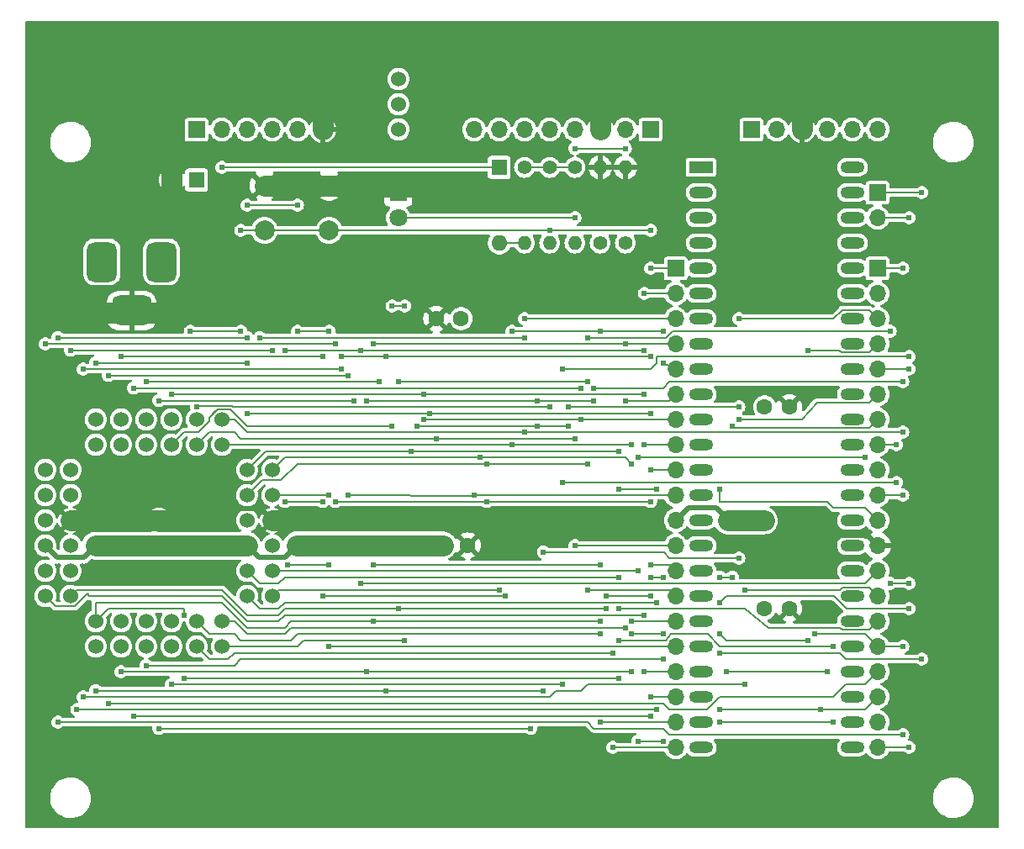
<source format=gbl>
G04 #@! TF.GenerationSoftware,KiCad,Pcbnew,(7.0.0)*
G04 #@! TF.CreationDate,2023-02-26T16:08:24+09:00*
G04 #@! TF.ProjectId,EMUPU_RAM,454d5550-555f-4524-914d-2e6b69636164,rev?*
G04 #@! TF.SameCoordinates,PX4fefde0PY8670810*
G04 #@! TF.FileFunction,Copper,L2,Bot*
G04 #@! TF.FilePolarity,Positive*
%FSLAX46Y46*%
G04 Gerber Fmt 4.6, Leading zero omitted, Abs format (unit mm)*
G04 Created by KiCad (PCBNEW (7.0.0)) date 2023-02-26 16:08:24*
%MOMM*%
%LPD*%
G01*
G04 APERTURE LIST*
G04 Aperture macros list*
%AMRoundRect*
0 Rectangle with rounded corners*
0 $1 Rounding radius*
0 $2 $3 $4 $5 $6 $7 $8 $9 X,Y pos of 4 corners*
0 Add a 4 corners polygon primitive as box body*
4,1,4,$2,$3,$4,$5,$6,$7,$8,$9,$2,$3,0*
0 Add four circle primitives for the rounded corners*
1,1,$1+$1,$2,$3*
1,1,$1+$1,$4,$5*
1,1,$1+$1,$6,$7*
1,1,$1+$1,$8,$9*
0 Add four rect primitives between the rounded corners*
20,1,$1+$1,$2,$3,$4,$5,0*
20,1,$1+$1,$4,$5,$6,$7,0*
20,1,$1+$1,$6,$7,$8,$9,0*
20,1,$1+$1,$8,$9,$2,$3,0*%
G04 Aperture macros list end*
G04 #@! TA.AperFunction,ComponentPad*
%ADD10R,1.800000X1.800000*%
G04 #@! TD*
G04 #@! TA.AperFunction,ComponentPad*
%ADD11C,1.800000*%
G04 #@! TD*
G04 #@! TA.AperFunction,ComponentPad*
%ADD12C,1.600000*%
G04 #@! TD*
G04 #@! TA.AperFunction,ComponentPad*
%ADD13C,1.400000*%
G04 #@! TD*
G04 #@! TA.AperFunction,ComponentPad*
%ADD14O,1.400000X1.400000*%
G04 #@! TD*
G04 #@! TA.AperFunction,ComponentPad*
%ADD15R,1.600000X1.600000*%
G04 #@! TD*
G04 #@! TA.AperFunction,ComponentPad*
%ADD16O,1.600000X1.600000*%
G04 #@! TD*
G04 #@! TA.AperFunction,ComponentPad*
%ADD17C,1.524000*%
G04 #@! TD*
G04 #@! TA.AperFunction,ComponentPad*
%ADD18R,1.700000X1.700000*%
G04 #@! TD*
G04 #@! TA.AperFunction,ComponentPad*
%ADD19O,1.700000X1.700000*%
G04 #@! TD*
G04 #@! TA.AperFunction,ComponentPad*
%ADD20RoundRect,0.750000X-0.750000X-1.250000X0.750000X-1.250000X0.750000X1.250000X-0.750000X1.250000X0*%
G04 #@! TD*
G04 #@! TA.AperFunction,ComponentPad*
%ADD21RoundRect,0.750000X-1.250000X-0.750000X1.250000X-0.750000X1.250000X0.750000X-1.250000X0.750000X0*%
G04 #@! TD*
G04 #@! TA.AperFunction,ComponentPad*
%ADD22R,2.400000X1.200000*%
G04 #@! TD*
G04 #@! TA.AperFunction,ComponentPad*
%ADD23O,2.400000X1.200000*%
G04 #@! TD*
G04 #@! TA.AperFunction,ComponentPad*
%ADD24C,2.000000*%
G04 #@! TD*
G04 #@! TA.AperFunction,ViaPad*
%ADD25C,0.610000*%
G04 #@! TD*
G04 #@! TA.AperFunction,ViaPad*
%ADD26C,1.270000*%
G04 #@! TD*
G04 #@! TA.AperFunction,Conductor*
%ADD27C,0.152400*%
G04 #@! TD*
G04 #@! TA.AperFunction,Conductor*
%ADD28C,0.508000*%
G04 #@! TD*
G04 #@! TA.AperFunction,Conductor*
%ADD29C,2.100000*%
G04 #@! TD*
G04 #@! TA.AperFunction,Conductor*
%ADD30C,0.500000*%
G04 #@! TD*
G04 APERTURE END LIST*
D10*
X38099999Y64769999D03*
D11*
X38100000Y62230000D03*
D12*
X44410000Y52070000D03*
X41910000Y52070000D03*
D13*
X60960000Y59690000D03*
D14*
X60959999Y67309999D03*
D15*
X48259999Y67309999D03*
D16*
X48259999Y59689999D03*
D17*
X38100000Y71120000D03*
X38100000Y73660000D03*
X38100000Y76200000D03*
D18*
X86359999Y64769999D03*
D19*
X86359999Y62229999D03*
D20*
X14240000Y57785000D03*
D21*
X11240000Y52885000D03*
D20*
X8240000Y57785000D03*
D13*
X58420000Y59690000D03*
D14*
X58419999Y67309999D03*
D12*
X74970000Y22860000D03*
X77470000Y22860000D03*
D22*
X68579999Y67309999D03*
D23*
X68579999Y64769999D03*
X68579999Y62229999D03*
X68579999Y59689999D03*
X68579999Y57149999D03*
X68579999Y54609999D03*
X68579999Y52069999D03*
X68579999Y49529999D03*
X68579999Y46989999D03*
X68579999Y44449999D03*
X68579999Y41909999D03*
X68579999Y39369999D03*
X68579999Y36829999D03*
X68579999Y34289999D03*
X68579999Y31749999D03*
X68579999Y29209999D03*
X68579999Y26669999D03*
X68579999Y24129999D03*
X68579999Y21589999D03*
X68579999Y19049999D03*
X68579999Y16509999D03*
X68579999Y13969999D03*
X68579999Y11429999D03*
X68579999Y8889999D03*
X83819999Y8889999D03*
X83819999Y11429999D03*
X83819999Y13969999D03*
X83819999Y16509999D03*
X83819999Y19049999D03*
X83819999Y21589999D03*
X83819999Y24129999D03*
X83819999Y26669999D03*
X83819999Y29209999D03*
X83819999Y31749999D03*
X83819999Y34289999D03*
X83819999Y36829999D03*
X83819999Y39369999D03*
X83819999Y41909999D03*
X83819999Y44449999D03*
X83819999Y46989999D03*
X83819999Y49529999D03*
X83819999Y52069999D03*
X83819999Y54609999D03*
X83819999Y57149999D03*
X83819999Y59689999D03*
X83819999Y62229999D03*
X83819999Y64769999D03*
X83819999Y67309999D03*
D12*
X13970000Y29210000D03*
X13970000Y31710000D03*
D13*
X50800000Y67310000D03*
D14*
X50799999Y59689999D03*
D18*
X63499999Y71119999D03*
D19*
X60959999Y71119999D03*
X58419999Y71119999D03*
X55879999Y71119999D03*
X53339999Y71119999D03*
X50799999Y71119999D03*
X48259999Y71119999D03*
X45719999Y71119999D03*
D13*
X55880000Y67310000D03*
D14*
X55879999Y59689999D03*
D18*
X17779999Y71119999D03*
D19*
X20319999Y71119999D03*
X22859999Y71119999D03*
X25399999Y71119999D03*
X27939999Y71119999D03*
X30479999Y71119999D03*
D12*
X42585000Y29235400D03*
X45085000Y29235400D03*
D17*
X2540000Y36830000D03*
X5080000Y36830000D03*
X2540000Y34290000D03*
X5080000Y34290000D03*
X2540000Y31750000D03*
X5080000Y31750000D03*
X2540000Y29210000D03*
X5080000Y29210000D03*
X2540000Y26670000D03*
X5080000Y26670000D03*
X2540000Y24130000D03*
X5080000Y24130000D03*
X7620000Y19050000D03*
X7620000Y21590000D03*
X10160000Y19050000D03*
X10160000Y21590000D03*
X12700000Y19050000D03*
X12700000Y21590000D03*
X15240000Y19050000D03*
X15240000Y21590000D03*
X17780000Y19050000D03*
X17780000Y21590000D03*
X20320000Y19050000D03*
X20320000Y21590000D03*
X25400000Y24130000D03*
X22860000Y24130000D03*
X25400000Y26670000D03*
X22860000Y26670000D03*
X25400000Y29210000D03*
X22860000Y29210000D03*
X25400000Y31750000D03*
X22860000Y31750000D03*
X25400000Y34290000D03*
X22860000Y34290000D03*
X25400000Y36830000D03*
X22860000Y36830000D03*
X20320000Y41910000D03*
X20320000Y39370000D03*
X17780000Y41910000D03*
X17780000Y39370000D03*
X15240000Y41910000D03*
X15240000Y39370000D03*
X12700000Y41910000D03*
X12700000Y39370000D03*
X10160000Y41910000D03*
X10160000Y39370000D03*
X7620000Y41910000D03*
X7620000Y39370000D03*
D12*
X74970000Y43180000D03*
X77470000Y43180000D03*
D18*
X73659999Y71119999D03*
D19*
X76199999Y71119999D03*
X78739999Y71119999D03*
X81279999Y71119999D03*
X83819999Y71119999D03*
X86359999Y71119999D03*
D24*
X31115000Y60960000D03*
X24615000Y60960000D03*
X31115000Y65460000D03*
X24615000Y65460000D03*
D18*
X86359999Y57149999D03*
D19*
X86359999Y54609999D03*
X86359999Y52069999D03*
X86359999Y49529999D03*
X86359999Y46989999D03*
X86359999Y44449999D03*
X86359999Y41909999D03*
X86359999Y39369999D03*
X86359999Y36829999D03*
X86359999Y34289999D03*
X86359999Y31749999D03*
X86359999Y29209999D03*
X86359999Y26669999D03*
X86359999Y24129999D03*
X86359999Y21589999D03*
X86359999Y19049999D03*
X86359999Y16509999D03*
X86359999Y13969999D03*
X86359999Y11429999D03*
X86359999Y8889999D03*
D13*
X53340000Y67310000D03*
D14*
X53339999Y59689999D03*
D18*
X66039999Y57149999D03*
D19*
X66039999Y54609999D03*
X66039999Y52069999D03*
X66039999Y49529999D03*
X66039999Y46989999D03*
X66039999Y44449999D03*
X66039999Y41909999D03*
X66039999Y39369999D03*
X66039999Y36829999D03*
X66039999Y34289999D03*
X66039999Y31749999D03*
X66039999Y29209999D03*
X66039999Y26669999D03*
X66039999Y24129999D03*
X66039999Y21589999D03*
X66039999Y19049999D03*
X66039999Y16509999D03*
X66039999Y13969999D03*
X66039999Y11429999D03*
X66039999Y8889999D03*
D15*
X17779999Y66039999D03*
D12*
X15280000Y66040000D03*
D25*
X22225000Y60960000D03*
X36195000Y45720000D03*
X33655000Y43815000D03*
X38735000Y53340000D03*
X37465000Y53340000D03*
X37465000Y41275000D03*
X40005000Y41275000D03*
X30480000Y48260000D03*
X22860000Y50165000D03*
X25400000Y48895000D03*
X24130000Y50165000D03*
X26670000Y48895000D03*
X32385000Y48260000D03*
X34925000Y43815000D03*
X54610000Y15240000D03*
X20320000Y67310000D03*
X22860000Y63500000D03*
X27940000Y63500000D03*
D26*
X20320000Y29210000D03*
D25*
X55880000Y69215000D03*
D26*
X74904600Y31750000D03*
X28575000Y29210000D03*
D25*
X60960000Y69215000D03*
X30480000Y33655000D03*
X48895000Y24130000D03*
X26670000Y33655000D03*
X30480000Y24130000D03*
X17145000Y50800000D03*
X22225000Y50800000D03*
X53340000Y60960000D03*
X63500000Y60960000D03*
X55880000Y62230000D03*
X89535000Y48260000D03*
X89535000Y62230000D03*
X54610000Y46990000D03*
X57785000Y43815000D03*
X13970000Y43815000D03*
X88900000Y45720000D03*
X57785000Y45085000D03*
X52070000Y43815000D03*
X88900000Y57150000D03*
X50800000Y52070000D03*
X3810000Y50165000D03*
X50800000Y50165000D03*
X64770000Y50800000D03*
X58420000Y50800000D03*
X64770000Y47625000D03*
X49530000Y50800000D03*
X57150000Y37465000D03*
X46990000Y37465000D03*
X57150000Y24765000D03*
X61595000Y21590000D03*
X61595000Y37465000D03*
X46355000Y38100000D03*
D26*
X28575000Y31750000D03*
X45058555Y5080000D03*
X45034200Y31724600D03*
X41910000Y65405000D03*
X77419200Y29184600D03*
X20320000Y31750000D03*
X77470000Y5080000D03*
D25*
X55880000Y29210000D03*
X41910000Y40005000D03*
X55880000Y40005000D03*
X62865000Y39370000D03*
X40640000Y44450000D03*
X15240000Y44450000D03*
X62865000Y44450000D03*
X38735000Y19685000D03*
X12700000Y45720000D03*
X87630000Y50800000D03*
X57150000Y45720000D03*
X38100000Y45720000D03*
X57150000Y50165000D03*
X10160000Y48260000D03*
X63500000Y57150000D03*
X63500000Y48260000D03*
X36830000Y48260000D03*
X35560000Y49530000D03*
X60960000Y49530000D03*
X62865000Y54610000D03*
X34290000Y48895000D03*
X62865000Y48895000D03*
X5080000Y48895000D03*
X79375000Y19685000D03*
X61595000Y20320000D03*
X64770000Y20320000D03*
X10160000Y16510000D03*
X34925000Y16510000D03*
X61595000Y16510000D03*
X70485000Y20320000D03*
X79375000Y48895000D03*
X16510000Y22225000D03*
X35560000Y21590000D03*
X16510000Y15875000D03*
X58420000Y27305000D03*
X60325000Y15875000D03*
X58420000Y21590000D03*
X60325000Y19685000D03*
X87630000Y25400000D03*
X89535000Y46990000D03*
X81915000Y19050000D03*
X89535000Y25400000D03*
X35560000Y27305000D03*
X52705000Y14605000D03*
X52705000Y28575000D03*
X7620000Y14605000D03*
X72390000Y41910000D03*
X36830000Y14605000D03*
X72390000Y27940000D03*
X59055000Y22860000D03*
X63500000Y24130000D03*
X71755000Y26035000D03*
X71755000Y41275000D03*
X64770000Y26035000D03*
X63500000Y26035000D03*
X38100000Y22860000D03*
X70485000Y26035000D03*
X59055000Y24130000D03*
X39370000Y38735000D03*
X60325000Y38735000D03*
X60325000Y34925000D03*
X70485000Y34925000D03*
X64135000Y34925000D03*
X11430000Y45085000D03*
X56515000Y45085000D03*
X56515000Y41910000D03*
X40640000Y41910000D03*
X63500000Y36830000D03*
X7620000Y47625000D03*
X22860000Y47625000D03*
X41275000Y42545000D03*
X63500000Y42545000D03*
X22860000Y42545000D03*
X33020000Y34290000D03*
X45720000Y34290000D03*
X8890000Y46355000D03*
X33020000Y46355000D03*
X46990000Y33655000D03*
X31750000Y49530000D03*
X63500000Y27305000D03*
X63500000Y33655000D03*
X2540000Y49530000D03*
X31750000Y33655000D03*
X48260000Y24765000D03*
X61595000Y39370000D03*
X62230000Y38100000D03*
X49530000Y39370000D03*
X85090000Y38100000D03*
X50800000Y40640000D03*
X88900000Y40640000D03*
X88900000Y34290000D03*
X72390000Y43180000D03*
X55245000Y41275000D03*
X55245000Y43180000D03*
X52070000Y41275000D03*
X72390000Y52070000D03*
X88265000Y35560000D03*
X17780000Y43180000D03*
X53340000Y43180000D03*
X54610000Y35560000D03*
X88265000Y39370000D03*
X6350000Y46990000D03*
X34290000Y25400000D03*
X32385000Y46990000D03*
X73025000Y15240000D03*
X73025000Y24765000D03*
X6350000Y13970000D03*
X60325000Y22860000D03*
X60325000Y26035000D03*
X88900000Y19050000D03*
X80010000Y20320000D03*
X3810000Y11430000D03*
X88900000Y10160000D03*
X8890000Y13335000D03*
X5715000Y12700000D03*
X64135000Y12700000D03*
X70485000Y12700000D03*
X80645000Y12700000D03*
X64770000Y9525000D03*
X81915000Y11430000D03*
X62230000Y26670000D03*
X62230000Y9525000D03*
X70485000Y11430000D03*
X64135000Y23495000D03*
X89535000Y8890000D03*
X70485000Y23495000D03*
X89535000Y22860000D03*
X60960000Y43815000D03*
X60960000Y20955000D03*
X31115000Y27305000D03*
X26924000Y27261256D03*
X31115000Y19050000D03*
X81280000Y16510000D03*
X71120000Y16510000D03*
X62865000Y22225000D03*
X62865000Y16510000D03*
X63500000Y13970000D03*
X11430000Y12065000D03*
X63500000Y12065000D03*
X58420000Y20320000D03*
X58420000Y11430000D03*
X59690000Y8890000D03*
X59690000Y18415000D03*
X15240000Y15240000D03*
X13970000Y10795000D03*
X51435000Y10795000D03*
X31115000Y34290000D03*
X31115000Y50800000D03*
X27940000Y50800000D03*
X12700000Y17145000D03*
X70485000Y18415000D03*
X90805000Y64770000D03*
X90805000Y17780000D03*
X64770000Y17780000D03*
D27*
X22225000Y60960000D02*
X24615000Y60960000D01*
X17145000Y50800000D02*
X22225000Y50800000D01*
X12700000Y45720000D02*
X36195000Y45720000D01*
X13970000Y43815000D02*
X33655000Y43815000D01*
X37465000Y53340000D02*
X38735000Y53340000D01*
X22860000Y41275000D02*
X37465000Y41275000D01*
X40005000Y41275000D02*
X55245000Y41275000D01*
X34925000Y43815000D02*
X52070000Y43815000D01*
X16510000Y48260000D02*
X30480000Y48260000D01*
X3810000Y50165000D02*
X22860000Y50165000D01*
X26670000Y48895000D02*
X34290000Y48895000D01*
X25400000Y48895000D02*
X5080000Y48895000D01*
X24130000Y50165000D02*
X50800000Y50165000D01*
X32385000Y48260000D02*
X36830000Y48260000D01*
X57785000Y43815000D02*
X34925000Y43815000D01*
X65724383Y50800000D02*
X87630000Y50800000D01*
X57150000Y50165000D02*
X65025083Y50165000D01*
X65025083Y50165000D02*
X65724383Y50800000D01*
X38100000Y45720000D02*
X57150000Y45720000D01*
X15240000Y15240000D02*
X54610000Y15240000D01*
X55880000Y29210000D02*
X66040000Y29210000D01*
X21590000Y40640000D02*
X19050000Y40640000D01*
X22225000Y40005000D02*
X21590000Y40640000D01*
X19050000Y40640000D02*
X17780000Y39370000D01*
X55880000Y40005000D02*
X22225000Y40005000D01*
X27940000Y67310000D02*
X48260000Y67310000D01*
X20320000Y67310000D02*
X27940000Y67310000D01*
X27940000Y63500000D02*
X22860000Y63500000D01*
D28*
X70078600Y33045400D02*
X71297800Y31826200D01*
D29*
X28600400Y29235400D02*
X28575000Y29210000D01*
D28*
X3751000Y27999000D02*
X6409000Y27999000D01*
X67335400Y33045400D02*
X70078600Y33045400D01*
D29*
X28575000Y29210000D02*
X28549600Y29235400D01*
X20320000Y29210000D02*
X7620000Y29210000D01*
D27*
X55880000Y69215000D02*
X60960000Y69215000D01*
D29*
X22860000Y29210000D02*
X20320000Y29210000D01*
D28*
X6409000Y27999000D02*
X7620000Y29210000D01*
D29*
X74904600Y31750000D02*
X71297800Y31750000D01*
D28*
X66040000Y31750000D02*
X67335400Y33045400D01*
X2540000Y29210000D02*
X3751000Y27999000D01*
D29*
X42585000Y29235400D02*
X28600400Y29235400D01*
D28*
X26652800Y27999000D02*
X24071000Y27999000D01*
X24071000Y27999000D02*
X22860000Y29210000D01*
X71297800Y31826200D02*
X71297800Y31750000D01*
X27889200Y29235400D02*
X26652800Y27999000D01*
D27*
X53340000Y67310000D02*
X50800000Y67310000D01*
D29*
X28549600Y29235400D02*
X27889200Y29235400D01*
D27*
X53340000Y67310000D02*
X55880000Y67310000D01*
X30480000Y24130000D02*
X48895000Y24130000D01*
X48260000Y59690000D02*
X50800000Y59690000D01*
X26670000Y33655000D02*
X30480000Y33655000D01*
X53340000Y60960000D02*
X63500000Y60960000D01*
X31115000Y60960000D02*
X53340000Y60960000D01*
X24615000Y60960000D02*
X31115000Y60960000D01*
X38100000Y62230000D02*
X55880000Y62230000D01*
X63500000Y46990000D02*
X64135000Y47625000D01*
X64135000Y47625000D02*
X64135000Y48260000D01*
X89535000Y62230000D02*
X86360000Y62230000D01*
X64135000Y48260000D02*
X89535000Y48260000D01*
X54610000Y46990000D02*
X63500000Y46990000D01*
X65405000Y45720000D02*
X88900000Y45720000D01*
X64770000Y45085000D02*
X65405000Y45720000D01*
X88900000Y57150000D02*
X86360000Y57150000D01*
X57785000Y45085000D02*
X64770000Y45085000D01*
X50800000Y52070000D02*
X66040000Y52070000D01*
X58420000Y50800000D02*
X49530000Y50800000D01*
X64770000Y50800000D02*
X58420000Y50800000D01*
X64770000Y47625000D02*
X66040000Y46990000D01*
X65405000Y24765000D02*
X66040000Y24130000D01*
X26271800Y35796800D02*
X27940000Y37465000D01*
X22860000Y34290000D02*
X24366800Y35796800D01*
X46990000Y37465000D02*
X57150000Y37465000D01*
X57150000Y24765000D02*
X65405000Y24765000D01*
X24366800Y35796800D02*
X26271800Y35796800D01*
X27970344Y37434656D02*
X46990000Y37465000D01*
X27940000Y37465000D02*
X27970344Y37434656D01*
X61595000Y37465000D02*
X60960000Y38100000D01*
X25400000Y36830000D02*
X26670000Y38100000D01*
X60960000Y38100000D02*
X46355000Y38100000D01*
X26670000Y38100000D02*
X46355000Y38100000D01*
X61595000Y21590000D02*
X66040000Y21590000D01*
D29*
X80949800Y29184600D02*
X80975200Y29159200D01*
X45058555Y5080000D02*
X77470000Y5080000D01*
X77419200Y29184600D02*
X80949800Y29184600D01*
D28*
X24189000Y32961000D02*
X25400000Y31750000D01*
D29*
X24615000Y65460000D02*
X31115000Y65460000D01*
D28*
X85311000Y30259000D02*
X86360000Y29210000D01*
D29*
X17780000Y61595000D02*
X17780000Y52705000D01*
D28*
X20320000Y31750000D02*
X21531000Y32961000D01*
D29*
X28575000Y31750000D02*
X45034200Y31724600D01*
X24615000Y65460000D02*
X37973000Y65417520D01*
X15240000Y64680000D02*
X15240000Y76020000D01*
D28*
X82075000Y30259000D02*
X85311000Y30259000D01*
D29*
X58420000Y78740000D02*
X58420000Y71120000D01*
X17780000Y52705000D02*
X8890000Y52705000D01*
X5080000Y31750000D02*
X20320000Y31750000D01*
X15240000Y76020000D02*
X30480000Y76020000D01*
X15280000Y66040000D02*
X15240000Y61595000D01*
X15240000Y61595000D02*
X17780000Y61595000D01*
D30*
X58420000Y67310000D02*
X60960000Y67310000D01*
D29*
X41910000Y65405000D02*
X24615000Y65460000D01*
X20320000Y31750000D02*
X13970000Y31710000D01*
X25400000Y31750000D02*
X28575000Y31750000D01*
X30480000Y71120000D02*
X30480000Y78740000D01*
D28*
X80975200Y29159200D02*
X82075000Y30259000D01*
D29*
X78740000Y78740000D02*
X30480000Y78740000D01*
X78740000Y71120000D02*
X78740000Y78740000D01*
D28*
X21531000Y32961000D02*
X24189000Y32961000D01*
D27*
X62865000Y39370000D02*
X66040000Y39370000D01*
X40640000Y44450000D02*
X62865000Y44450000D01*
X15240000Y44450000D02*
X40640000Y44450000D01*
X28575000Y19685000D02*
X38735000Y19685000D01*
X27940000Y19050000D02*
X28575000Y19685000D01*
X20320000Y19050000D02*
X27940000Y19050000D01*
X16510000Y48260000D02*
X10160000Y48260000D01*
X63500000Y57150000D02*
X66040000Y57150000D01*
X36830000Y48260000D02*
X63500000Y48260000D01*
X66040000Y49530000D02*
X35560000Y49530000D01*
X62865000Y54610000D02*
X66040000Y54610000D01*
X34290000Y48895000D02*
X62865000Y48895000D01*
X22225000Y16510000D02*
X34925000Y16510000D01*
X61595000Y20320000D02*
X64770000Y20320000D01*
X82735400Y48658800D02*
X85488800Y48658800D01*
X79375000Y48895000D02*
X82499200Y48895000D01*
X10160000Y16510000D02*
X22225000Y16510000D01*
X79375000Y19685000D02*
X71120000Y19685000D01*
X34925000Y16510000D02*
X61595000Y16510000D01*
X70485000Y20320000D02*
X71120000Y19685000D01*
X82499200Y48895000D02*
X82735400Y48658800D01*
X85488800Y48658800D02*
X86360000Y49530000D01*
X22860000Y20955000D02*
X20294600Y23495000D01*
X89535000Y46990000D02*
X86360000Y46990000D01*
X58420000Y21590000D02*
X35560000Y21590000D01*
X7620000Y23495000D02*
X19050000Y23495000D01*
X16510000Y22860000D02*
X16510000Y22225000D01*
X89535000Y25400000D02*
X87630000Y25400000D01*
X7620000Y21590000D02*
X8890000Y22860000D01*
X8890000Y22860000D02*
X16510000Y22860000D01*
X65555999Y20320000D02*
X69290156Y20320000D01*
X19050000Y23495000D02*
X20294600Y23495000D01*
X60325000Y19685000D02*
X65069799Y19685000D01*
X35560000Y27305000D02*
X58420000Y27305000D01*
X65069799Y19685000D02*
X65555999Y20320000D01*
X16510000Y15875000D02*
X60325000Y15875000D01*
X7620000Y21590000D02*
X7620000Y23495000D01*
X69290156Y20320000D02*
X70411356Y19050000D01*
X70411356Y19050000D02*
X81915000Y19050000D01*
X35560000Y21590000D02*
X27305000Y21590000D01*
X27305000Y21590000D02*
X26670000Y20955000D01*
X26670000Y20955000D02*
X22860000Y20955000D01*
X85488800Y43578800D02*
X86360000Y44450000D01*
X78740000Y41910000D02*
X80236001Y43578800D01*
X36830000Y14605000D02*
X52705000Y14605000D01*
X7620000Y14605000D02*
X36830000Y14605000D01*
X65405000Y27940000D02*
X64871600Y28575000D01*
X80236001Y43578800D02*
X85488800Y43578800D01*
X72390000Y27940000D02*
X65405000Y27940000D01*
X72390000Y41910000D02*
X78740000Y41910000D01*
X64871600Y28575000D02*
X52705000Y28575000D01*
X26670000Y22860000D02*
X38100000Y22860000D01*
X59055000Y24130000D02*
X63500000Y24130000D01*
X71755000Y41275000D02*
X71965800Y41038800D01*
X26035000Y22225000D02*
X26670000Y22860000D01*
X64770000Y26035000D02*
X63500000Y26035000D01*
X5715000Y24765000D02*
X20320000Y24765000D01*
X5715000Y24765000D02*
X5080000Y24130000D01*
X70485000Y26035000D02*
X71755000Y26035000D01*
X38100000Y22860000D02*
X59055000Y22860000D01*
X71965800Y41038800D02*
X85488800Y41038800D01*
X20320000Y24765000D02*
X22860000Y22225000D01*
X85488800Y41038800D02*
X86360000Y41910000D01*
X22860000Y22225000D02*
X26035000Y22225000D01*
X81280000Y33655000D02*
X70485000Y33655000D01*
X60325000Y34925000D02*
X64135000Y34925000D01*
X24765000Y38735000D02*
X60325000Y38735000D01*
X86360000Y31750000D02*
X85090000Y33020000D01*
X81280000Y33655000D02*
X81915000Y33020000D01*
X81915000Y33020000D02*
X85090000Y33020000D01*
X70485000Y33655000D02*
X70485000Y34925000D01*
X22860000Y36830000D02*
X24765000Y38735000D01*
X11430000Y45085000D02*
X56515000Y45085000D01*
X56515000Y41910000D02*
X40640000Y41910000D01*
X56515000Y41910000D02*
X64135000Y41910000D01*
X64135000Y41910000D02*
X66040000Y41910000D01*
X22860000Y42545000D02*
X41275000Y42545000D01*
X63500000Y36830000D02*
X66040000Y36830000D01*
X41275000Y42545000D02*
X63500000Y42545000D01*
X22860000Y47625000D02*
X7620000Y47625000D01*
X45655700Y34225700D02*
X45720000Y34290000D01*
X66040000Y34290000D02*
X45720000Y34290000D01*
X33020000Y46355000D02*
X8890000Y46355000D01*
X33020000Y34290000D02*
X45655700Y34225700D01*
X2540000Y49530000D02*
X31750000Y49530000D01*
X31750000Y33655000D02*
X46990000Y33655000D01*
X63500000Y27305000D02*
X65405000Y27305000D01*
X65405000Y27305000D02*
X66040000Y26670000D01*
X46990000Y33655000D02*
X63500000Y33655000D01*
X25400000Y24130000D02*
X26035000Y24765000D01*
X26035000Y24765000D02*
X48260000Y24765000D01*
X49530000Y39370000D02*
X61595000Y39370000D01*
X20320000Y39370000D02*
X49530000Y39370000D01*
X62230000Y38100000D02*
X85090000Y38100000D01*
X20320000Y41910000D02*
X21590000Y41910000D01*
X86360000Y34290000D02*
X88900000Y34290000D01*
X62230000Y40640000D02*
X88900000Y40640000D01*
X22860000Y40640000D02*
X62230000Y40640000D01*
X21590000Y41910000D02*
X22860000Y40640000D01*
X82786200Y52941200D02*
X85488800Y52941200D01*
X85488800Y52941200D02*
X86360000Y52070000D01*
X16510000Y40640000D02*
X15240000Y39370000D01*
X19050000Y42101166D02*
X19050000Y41718834D01*
X17971166Y40640000D02*
X16510000Y40640000D01*
X22860000Y41275000D02*
X21191800Y42943200D01*
X72390000Y52070000D02*
X81915000Y52070000D01*
X19589417Y42640583D02*
X19892034Y42943200D01*
X19050000Y42101166D02*
X19589417Y42640583D01*
X19050000Y41718834D02*
X17971166Y40640000D01*
X19892034Y42943200D02*
X19050000Y42101166D01*
X21191800Y42943200D02*
X19892034Y42943200D01*
X81915000Y52070000D02*
X82786200Y52941200D01*
X55245000Y43180000D02*
X72390000Y43180000D01*
X17890600Y43290600D02*
X17780000Y43180000D01*
X21335698Y43290600D02*
X17890600Y43290600D01*
X54610000Y35560000D02*
X88265000Y35560000D01*
X53340000Y43180000D02*
X21446298Y43180000D01*
X88265000Y39370000D02*
X86360000Y39370000D01*
X21446298Y43180000D02*
X21335698Y43290600D01*
X85153800Y25463800D02*
X86360000Y26670000D01*
X6350000Y46990000D02*
X32385000Y46990000D01*
X34290000Y25400000D02*
X85090000Y25400000D01*
X85090000Y25400000D02*
X86360000Y26670000D01*
X62865000Y15240000D02*
X57150000Y15240000D01*
X53340000Y13970000D02*
X6350000Y13970000D01*
X57150000Y15240000D02*
X56515000Y14605000D01*
X73025000Y15240000D02*
X62865000Y15240000D01*
X85488800Y25001200D02*
X86360000Y24130000D01*
X53975000Y14605000D02*
X53340000Y13970000D01*
X56515000Y14605000D02*
X53975000Y14605000D01*
X82786200Y25001200D02*
X85488800Y25001200D01*
X73025000Y24765000D02*
X82550000Y24765000D01*
X82550000Y24765000D02*
X82786200Y25001200D01*
X75360094Y20955000D02*
X82550000Y20955000D01*
X60325000Y22860000D02*
X66649432Y22860000D01*
X82786200Y20718800D02*
X85488800Y20718800D01*
X82550000Y20955000D02*
X82786200Y20718800D01*
X73025000Y22860000D02*
X75360094Y20955000D01*
X24130000Y25400000D02*
X22860000Y26670000D01*
X26670000Y26035000D02*
X26035000Y25400000D01*
X85488800Y20718800D02*
X86360000Y21590000D01*
X26035000Y25400000D02*
X24130000Y25400000D01*
X60325000Y26035000D02*
X26670000Y26035000D01*
X66675000Y22885568D02*
X73025000Y22860000D01*
X66649432Y22860000D02*
X66675000Y22885568D01*
X80010000Y20320000D02*
X85090000Y20320000D01*
X64770000Y10795000D02*
X65405000Y10160000D01*
X57150000Y11430000D02*
X57785000Y10795000D01*
X57785000Y10795000D02*
X64770000Y10795000D01*
X85090000Y20320000D02*
X86360000Y19050000D01*
X65405000Y10160000D02*
X88900000Y10160000D01*
X88900000Y19050000D02*
X86360000Y19050000D01*
X3810000Y11430000D02*
X57150000Y11430000D01*
X86360000Y16510000D02*
X85090000Y15240000D01*
X64770000Y13335000D02*
X65405000Y12700000D01*
X65405000Y12700000D02*
X69215000Y12700000D01*
X8890000Y13335000D02*
X64770000Y13335000D01*
X69215000Y12700000D02*
X70485000Y13970000D01*
X81915000Y13970000D02*
X70485000Y13970000D01*
X85090000Y15240000D02*
X83185000Y15240000D01*
X83185000Y15240000D02*
X81915000Y13970000D01*
X86360000Y13970000D02*
X85090000Y12700000D01*
X85090000Y12700000D02*
X80645000Y12700000D01*
X80645000Y12700000D02*
X70485000Y12700000D01*
X5715000Y12700000D02*
X64135000Y12700000D01*
X64770000Y9525000D02*
X62230000Y9525000D01*
X81915000Y11430000D02*
X70485000Y11430000D01*
X26670000Y26670000D02*
X62230000Y26670000D01*
X25400000Y26670000D02*
X26670000Y26670000D01*
X71120000Y24130000D02*
X81987937Y24130000D01*
X26035000Y22860000D02*
X24130000Y22860000D01*
X83257937Y22860000D02*
X89535000Y22860000D01*
X26670000Y23495000D02*
X26035000Y22860000D01*
X64135000Y23495000D02*
X26670000Y23495000D01*
X81987937Y24130000D02*
X83257937Y22860000D01*
X24130000Y22860000D02*
X22860000Y24130000D01*
X70485000Y23495000D02*
X71120000Y24130000D01*
X89535000Y8890000D02*
X86360000Y8890000D01*
X22860000Y20320000D02*
X21590000Y21590000D01*
X60960000Y43815000D02*
X65405000Y43815000D01*
X26670000Y20320000D02*
X22860000Y20320000D01*
X21590000Y21590000D02*
X20320000Y21590000D01*
X27305000Y20955000D02*
X60960000Y20955000D01*
X65405000Y43815000D02*
X66040000Y44450000D01*
X26670000Y20320000D02*
X27305000Y20955000D01*
X63479601Y19050000D02*
X33655000Y19050000D01*
X31115000Y19050000D02*
X33655000Y19050000D01*
X26849833Y27305000D02*
X31115000Y27305000D01*
X26924000Y27261256D02*
X26849833Y27305000D01*
X63479601Y19050000D02*
X66040000Y19050000D01*
X62865000Y16510000D02*
X66040000Y16510000D01*
X71120000Y16510000D02*
X81280000Y16510000D01*
X3573200Y23096800D02*
X2540000Y24130000D01*
X26035000Y21590000D02*
X26670000Y22225000D01*
X22860000Y21590000D02*
X26035000Y21590000D01*
X26670000Y22225000D02*
X62865000Y22225000D01*
X6763083Y24351917D02*
X5507966Y23096800D01*
X6763083Y24351917D02*
X6985000Y24130000D01*
X20320000Y24130000D02*
X22860000Y21590000D01*
X6985000Y24130000D02*
X20320000Y24130000D01*
X5507966Y23096800D02*
X3573200Y23096800D01*
X63500000Y13970000D02*
X66040000Y13970000D01*
X11430000Y12065000D02*
X59055000Y12065000D01*
X59055000Y12065000D02*
X63500000Y12065000D01*
X21590000Y20320000D02*
X19050000Y20320000D01*
X22225000Y19685000D02*
X21590000Y20320000D01*
X19050000Y20320000D02*
X17780000Y21590000D01*
X27305000Y19685000D02*
X22225000Y19685000D01*
X27940000Y20320000D02*
X27305000Y19685000D01*
X58420000Y20320000D02*
X27940000Y20320000D01*
X58420000Y11430000D02*
X66040000Y11430000D01*
X59690000Y8890000D02*
X62230000Y8890000D01*
X20955000Y17780000D02*
X21590000Y18415000D01*
X66040000Y8890000D02*
X61595000Y8890000D01*
X21590000Y18415000D02*
X59690000Y18415000D01*
X17780000Y19050000D02*
X19050000Y17780000D01*
X19050000Y17780000D02*
X20955000Y17780000D01*
X13970000Y10795000D02*
X51435000Y10795000D01*
X27940000Y50800000D02*
X31115000Y50800000D01*
X25400000Y34290000D02*
X31115000Y34290000D01*
X82550000Y18415000D02*
X70485000Y18415000D01*
X83185000Y17780000D02*
X82550000Y18415000D01*
X86360000Y64770000D02*
X90805000Y64770000D01*
X22225000Y17780000D02*
X21590000Y17145000D01*
X64770000Y17780000D02*
X22225000Y17780000D01*
X21590000Y17145000D02*
X12700000Y17145000D01*
X90805000Y17780000D02*
X83185000Y17780000D01*
G04 #@! TA.AperFunction,Conductor*
G36*
X81807283Y23693861D02*
G01*
X81847511Y23666981D01*
X82857670Y22656822D01*
X82887576Y22608503D01*
X82892787Y22551918D01*
X82872210Y22498950D01*
X82830166Y22460722D01*
X82679708Y22377212D01*
X82679702Y22377208D01*
X82674209Y22374159D01*
X82669444Y22370070D01*
X82669439Y22370065D01*
X82532300Y22252334D01*
X82532295Y22252330D01*
X82527532Y22248240D01*
X82523689Y22243276D01*
X82523682Y22243268D01*
X82442370Y22138220D01*
X82409204Y22095373D01*
X82406436Y22089732D01*
X82406432Y22089724D01*
X82331983Y21937948D01*
X82324070Y21921816D01*
X82322493Y21915727D01*
X82322492Y21915723D01*
X82283943Y21766839D01*
X82275615Y21734674D01*
X82275296Y21728394D01*
X82275296Y21728390D01*
X82266142Y21547892D01*
X82266142Y21547887D01*
X82265824Y21541610D01*
X82268448Y21524476D01*
X82265095Y21471590D01*
X82239966Y21424931D01*
X82197651Y21393025D01*
X82145879Y21381700D01*
X77917600Y21381700D01*
X77860343Y21395711D01*
X77816025Y21434576D01*
X77794661Y21489515D01*
X77801078Y21548110D01*
X77833827Y21597122D01*
X77885506Y21625475D01*
X77911097Y21632333D01*
X77921231Y21636021D01*
X78117575Y21727578D01*
X78126920Y21732974D01*
X78184348Y21773186D01*
X78191780Y21781297D01*
X78185867Y21790579D01*
X77481542Y22494905D01*
X77470000Y22501569D01*
X77458457Y22494905D01*
X76754128Y21790576D01*
X76748217Y21781297D01*
X76755650Y21773186D01*
X76813077Y21732975D01*
X76822427Y21727577D01*
X77018768Y21636021D01*
X77028902Y21632333D01*
X77054494Y21625475D01*
X77106173Y21597122D01*
X77138922Y21548110D01*
X77145339Y21489515D01*
X77123975Y21434576D01*
X77079657Y21395711D01*
X77022400Y21381700D01*
X75556232Y21381700D01*
X75514628Y21388888D01*
X75477847Y21409618D01*
X75299483Y21555130D01*
X75262017Y21607001D01*
X75255400Y21670644D01*
X75281393Y21729113D01*
X75333075Y21766839D01*
X75479674Y21823631D01*
X75479677Y21823633D01*
X75485019Y21825702D01*
X75666302Y21937948D01*
X75823872Y22081593D01*
X75952366Y22251745D01*
X76027159Y22401952D01*
X76073555Y22452519D01*
X76139747Y22470666D01*
X76205451Y22450827D01*
X76250538Y22399081D01*
X76337576Y22212428D01*
X76342974Y22203078D01*
X76383184Y22145652D01*
X76391295Y22138219D01*
X76400574Y22144130D01*
X77382318Y23125873D01*
X77437905Y23157967D01*
X77502093Y23157967D01*
X77557680Y23125873D01*
X78539421Y22144133D01*
X78548703Y22138220D01*
X78556814Y22145652D01*
X78597026Y22203080D01*
X78602422Y22212425D01*
X78693979Y22408769D01*
X78697667Y22418903D01*
X78753739Y22628163D01*
X78755613Y22638794D01*
X78774494Y22854605D01*
X78774494Y22865395D01*
X78755613Y23081207D01*
X78753739Y23091838D01*
X78697667Y23301098D01*
X78693979Y23311232D01*
X78602423Y23507574D01*
X78596806Y23517304D01*
X78580196Y23579304D01*
X78596810Y23641302D01*
X78642197Y23686688D01*
X78704196Y23703300D01*
X81759830Y23703300D01*
X81807283Y23693861D01*
G37*
G04 #@! TD.AperFunction*
G04 #@! TA.AperFunction,Conductor*
G36*
X81099346Y33218861D02*
G01*
X81139574Y33191981D01*
X81591404Y32740151D01*
X81600670Y32729783D01*
X81615697Y32710939D01*
X81615699Y32710937D01*
X81621492Y32703673D01*
X81629168Y32698440D01*
X81629170Y32698438D01*
X81666122Y32673245D01*
X81669906Y32670561D01*
X81713365Y32638486D01*
X81721046Y32635799D01*
X81727770Y32631214D01*
X81779388Y32615292D01*
X81783742Y32613860D01*
X81834775Y32596002D01*
X81842912Y32595698D01*
X81850685Y32593300D01*
X81904686Y32593300D01*
X81909322Y32593213D01*
X81963315Y32591193D01*
X81969738Y32592915D01*
X81976608Y32593300D01*
X82417988Y32593300D01*
X82483580Y32574532D01*
X82529316Y32523909D01*
X82541352Y32456755D01*
X82516044Y32393399D01*
X82413057Y32260352D01*
X82413052Y32260346D01*
X82409204Y32255373D01*
X82406436Y32249732D01*
X82406432Y32249724D01*
X82356582Y32148097D01*
X82324070Y32081816D01*
X82322493Y32075727D01*
X82322492Y32075723D01*
X82283018Y31923267D01*
X82275615Y31894674D01*
X82275296Y31888394D01*
X82275296Y31888390D01*
X82266142Y31707892D01*
X82266142Y31707887D01*
X82265824Y31701610D01*
X82266775Y31695398D01*
X82266776Y31695392D01*
X82294144Y31516741D01*
X82294146Y31516733D01*
X82295097Y31510526D01*
X82297278Y31504636D01*
X82297280Y31504630D01*
X82339154Y31391569D01*
X82362236Y31329247D01*
X82365562Y31323911D01*
X82365564Y31323907D01*
X82429566Y31221224D01*
X82464491Y31165193D01*
X82597677Y31025081D01*
X82756342Y30914647D01*
X82933988Y30838413D01*
X83123344Y30799500D01*
X84465064Y30799500D01*
X84468206Y30799500D01*
X84612321Y30814155D01*
X84796768Y30872026D01*
X84965791Y30965841D01*
X85112468Y31091760D01*
X85135122Y31121028D01*
X85181485Y31157837D01*
X85239636Y31168957D01*
X85296314Y31151847D01*
X85334181Y31114737D01*
X85334942Y31115311D01*
X85465561Y30942342D01*
X85465566Y30942337D01*
X85469019Y30937764D01*
X85473255Y30933903D01*
X85473259Y30933898D01*
X85551839Y30862263D01*
X85633438Y30787876D01*
X85822599Y30670753D01*
X85823988Y30670215D01*
X85873517Y30624770D01*
X85891662Y30558579D01*
X85871823Y30492877D01*
X85820077Y30447790D01*
X85687332Y30385890D01*
X85677982Y30380492D01*
X85493357Y30251216D01*
X85485092Y30244281D01*
X85325719Y30084908D01*
X85318788Y30076648D01*
X85231146Y29951482D01*
X85178257Y29908564D01*
X85110680Y29900053D01*
X85048802Y29928519D01*
X85046652Y29930365D01*
X85042323Y29934919D01*
X85037164Y29938510D01*
X85037163Y29938511D01*
X84888816Y30041763D01*
X84888815Y30041764D01*
X84883658Y30045353D01*
X84877884Y30047831D01*
X84877882Y30047832D01*
X84711786Y30119109D01*
X84711787Y30119109D01*
X84706012Y30121587D01*
X84699858Y30122852D01*
X84699857Y30122852D01*
X84522814Y30159235D01*
X84522809Y30159236D01*
X84516656Y30160500D01*
X83171794Y30160500D01*
X83168683Y30160184D01*
X83168670Y30160183D01*
X83033931Y30146481D01*
X83033928Y30146481D01*
X83027679Y30145845D01*
X83021681Y30143964D01*
X83021680Y30143963D01*
X82849235Y30089858D01*
X82849230Y30089857D01*
X82843232Y30087974D01*
X82837736Y30084924D01*
X82837730Y30084921D01*
X82679708Y29997212D01*
X82679702Y29997208D01*
X82674209Y29994159D01*
X82669444Y29990070D01*
X82669439Y29990065D01*
X82532300Y29872334D01*
X82532295Y29872330D01*
X82527532Y29868240D01*
X82523689Y29863276D01*
X82523682Y29863268D01*
X82419783Y29729040D01*
X82409204Y29715373D01*
X82406436Y29709732D01*
X82406432Y29709724D01*
X82326840Y29547464D01*
X82324070Y29541816D01*
X82322493Y29535727D01*
X82322492Y29535723D01*
X82280888Y29375040D01*
X82275615Y29354674D01*
X82275296Y29348394D01*
X82275296Y29348390D01*
X82266142Y29167892D01*
X82266142Y29167887D01*
X82265824Y29161610D01*
X82266775Y29155398D01*
X82266776Y29155392D01*
X82294144Y28976741D01*
X82294146Y28976733D01*
X82295097Y28970526D01*
X82297278Y28964636D01*
X82297280Y28964630D01*
X82354919Y28809004D01*
X82362236Y28789247D01*
X82365562Y28783911D01*
X82365564Y28783907D01*
X82418082Y28699649D01*
X82464491Y28625193D01*
X82519280Y28567555D01*
X82588993Y28494216D01*
X82597677Y28485081D01*
X82756342Y28374647D01*
X82933988Y28298413D01*
X83123344Y28259500D01*
X84465064Y28259500D01*
X84468206Y28259500D01*
X84612321Y28274155D01*
X84796768Y28332026D01*
X84965791Y28425841D01*
X85046342Y28494993D01*
X85108218Y28523458D01*
X85175796Y28514949D01*
X85228686Y28472030D01*
X85318784Y28343357D01*
X85325721Y28335091D01*
X85485090Y28175722D01*
X85493356Y28168785D01*
X85677991Y28039502D01*
X85687323Y28034114D01*
X85820076Y27972210D01*
X85871821Y27927124D01*
X85891661Y27861423D01*
X85873518Y27795233D01*
X85823991Y27749787D01*
X85822599Y27749247D01*
X85817727Y27746231D01*
X85817722Y27746228D01*
X85638309Y27635141D01*
X85638301Y27635136D01*
X85633438Y27632124D01*
X85629207Y27628268D01*
X85629203Y27628264D01*
X85473259Y27486103D01*
X85473249Y27486093D01*
X85469019Y27482236D01*
X85465570Y27477670D01*
X85465561Y27477659D01*
X85338394Y27309262D01*
X85338388Y27309253D01*
X85338238Y27309055D01*
X85338234Y27309050D01*
X85334942Y27304689D01*
X85334344Y27305141D01*
X85298708Y27269327D01*
X85245613Y27251073D01*
X85189910Y27258107D01*
X85143019Y27288987D01*
X85046654Y27390363D01*
X85046652Y27390364D01*
X85042323Y27394919D01*
X84883658Y27505353D01*
X84877884Y27507831D01*
X84877882Y27507832D01*
X84752592Y27561598D01*
X84706012Y27581587D01*
X84699858Y27582852D01*
X84699857Y27582852D01*
X84522814Y27619235D01*
X84522809Y27619236D01*
X84516656Y27620500D01*
X83171794Y27620500D01*
X83168683Y27620184D01*
X83168670Y27620183D01*
X83033931Y27606481D01*
X83033928Y27606481D01*
X83027679Y27605845D01*
X83021681Y27603964D01*
X83021680Y27603963D01*
X82849235Y27549858D01*
X82849230Y27549857D01*
X82843232Y27547974D01*
X82837736Y27544924D01*
X82837730Y27544921D01*
X82679708Y27457212D01*
X82679702Y27457208D01*
X82674209Y27454159D01*
X82669444Y27450070D01*
X82669439Y27450065D01*
X82532300Y27332334D01*
X82532295Y27332330D01*
X82527532Y27328240D01*
X82523689Y27323276D01*
X82523682Y27323268D01*
X82413057Y27180351D01*
X82409204Y27175373D01*
X82406436Y27169732D01*
X82406432Y27169724D01*
X82359283Y27073603D01*
X82324070Y27001816D01*
X82322493Y26995727D01*
X82322492Y26995723D01*
X82290003Y26870242D01*
X82275615Y26814674D01*
X82275296Y26808394D01*
X82275296Y26808390D01*
X82266142Y26627892D01*
X82266142Y26627887D01*
X82265824Y26621610D01*
X82266775Y26615398D01*
X82266776Y26615392D01*
X82294144Y26436741D01*
X82294146Y26436733D01*
X82295097Y26430526D01*
X82297278Y26424636D01*
X82297280Y26424630D01*
X82327934Y26341863D01*
X82362236Y26249247D01*
X82365562Y26243911D01*
X82365564Y26243907D01*
X82452548Y26104353D01*
X82464491Y26085193D01*
X82505125Y26042446D01*
X82511127Y26036132D01*
X82539936Y25986620D01*
X82543417Y25929443D01*
X82520827Y25876802D01*
X82476987Y25839931D01*
X82421253Y25826700D01*
X72529989Y25826700D01*
X72463715Y25845896D01*
X72417961Y25897542D01*
X72406893Y25965647D01*
X72414410Y26027555D01*
X72415314Y26035000D01*
X72396126Y26193023D01*
X72388885Y26212115D01*
X72342340Y26334846D01*
X72339679Y26341863D01*
X72258690Y26459196D01*
X72253511Y26466699D01*
X72253510Y26466700D01*
X72249252Y26472869D01*
X72183902Y26530764D01*
X72135716Y26573454D01*
X72135713Y26573456D01*
X72130101Y26578428D01*
X72059672Y26615392D01*
X71995788Y26648921D01*
X71995785Y26648922D01*
X71989151Y26652404D01*
X71981878Y26654197D01*
X71981872Y26654199D01*
X71841871Y26688706D01*
X71841869Y26688707D01*
X71834592Y26690500D01*
X71675408Y26690500D01*
X71668131Y26688707D01*
X71668128Y26688706D01*
X71528127Y26654199D01*
X71528118Y26654196D01*
X71520849Y26652404D01*
X71514217Y26648924D01*
X71514211Y26648921D01*
X71386538Y26581913D01*
X71386534Y26581911D01*
X71379899Y26578428D01*
X71374289Y26573459D01*
X71374283Y26573454D01*
X71283341Y26492885D01*
X71245085Y26469758D01*
X71201114Y26461700D01*
X71038886Y26461700D01*
X70994915Y26469758D01*
X70956659Y26492885D01*
X70865716Y26573454D01*
X70865713Y26573456D01*
X70860101Y26578428D01*
X70789672Y26615392D01*
X70725788Y26648921D01*
X70725785Y26648922D01*
X70719151Y26652404D01*
X70711878Y26654197D01*
X70711872Y26654199D01*
X70571871Y26688706D01*
X70571869Y26688707D01*
X70564592Y26690500D01*
X70405408Y26690500D01*
X70398134Y26688708D01*
X70398125Y26688706D01*
X70279866Y26659557D01*
X70212149Y26661934D01*
X70155791Y26699551D01*
X70127621Y26761177D01*
X70127560Y26761572D01*
X70104903Y26909474D01*
X70037764Y27090753D01*
X69985020Y27175373D01*
X69938835Y27249471D01*
X69938834Y27249472D01*
X69935509Y27254807D01*
X69888872Y27303869D01*
X69860064Y27353380D01*
X69856583Y27410557D01*
X69879173Y27463198D01*
X69923013Y27500069D01*
X69978747Y27513300D01*
X71836114Y27513300D01*
X71880085Y27505242D01*
X71918341Y27482115D01*
X72005560Y27404845D01*
X72014899Y27396572D01*
X72155849Y27322596D01*
X72310408Y27284500D01*
X72462093Y27284500D01*
X72469592Y27284500D01*
X72624151Y27322596D01*
X72765101Y27396572D01*
X72884252Y27502131D01*
X72974679Y27633137D01*
X73031126Y27781977D01*
X73050314Y27940000D01*
X73031126Y28098023D01*
X73027200Y28108374D01*
X72988711Y28209864D01*
X72974679Y28246863D01*
X72908074Y28343357D01*
X72888511Y28371699D01*
X72888510Y28371700D01*
X72884252Y28377869D01*
X72794590Y28457303D01*
X72770716Y28478454D01*
X72770713Y28478456D01*
X72765101Y28483428D01*
X72744546Y28494216D01*
X72630788Y28553921D01*
X72630785Y28553922D01*
X72624151Y28557404D01*
X72616878Y28559197D01*
X72616872Y28559199D01*
X72476871Y28593706D01*
X72476869Y28593707D01*
X72469592Y28595500D01*
X72310408Y28595500D01*
X72303131Y28593707D01*
X72303128Y28593706D01*
X72163127Y28559199D01*
X72163118Y28559196D01*
X72155849Y28557404D01*
X72149217Y28553924D01*
X72149211Y28553921D01*
X72021538Y28486913D01*
X72021534Y28486911D01*
X72014899Y28483428D01*
X72009289Y28478459D01*
X72009283Y28478454D01*
X71918341Y28397885D01*
X71880085Y28374758D01*
X71836114Y28366700D01*
X69982012Y28366700D01*
X69916420Y28385468D01*
X69870684Y28436091D01*
X69858648Y28503245D01*
X69883956Y28566601D01*
X69930681Y28626965D01*
X69990796Y28704627D01*
X70075930Y28878184D01*
X70124385Y29065326D01*
X70134176Y29258390D01*
X70104903Y29449474D01*
X70037764Y29630753D01*
X70002935Y29686632D01*
X69938835Y29789471D01*
X69938834Y29789472D01*
X69935509Y29794807D01*
X69802323Y29934919D01*
X69643658Y30045353D01*
X69637884Y30047831D01*
X69637882Y30047832D01*
X69471786Y30119109D01*
X69471787Y30119109D01*
X69466012Y30121587D01*
X69459858Y30122852D01*
X69459857Y30122852D01*
X69282814Y30159235D01*
X69282809Y30159236D01*
X69276656Y30160500D01*
X67931794Y30160500D01*
X67928683Y30160184D01*
X67928670Y30160183D01*
X67793931Y30146481D01*
X67793928Y30146481D01*
X67787679Y30145845D01*
X67781681Y30143964D01*
X67781680Y30143963D01*
X67609235Y30089858D01*
X67609230Y30089857D01*
X67603232Y30087974D01*
X67597736Y30084924D01*
X67597730Y30084921D01*
X67439708Y29997212D01*
X67439702Y29997208D01*
X67434209Y29994159D01*
X67429444Y29990070D01*
X67429439Y29990065D01*
X67292300Y29872334D01*
X67292295Y29872330D01*
X67287532Y29868240D01*
X67264877Y29838973D01*
X67218510Y29802162D01*
X67160357Y29791045D01*
X67103679Y29808158D01*
X67065819Y29845264D01*
X67065058Y29844689D01*
X66934438Y30017659D01*
X66934434Y30017663D01*
X66930981Y30022236D01*
X66926744Y30026099D01*
X66926740Y30026103D01*
X66800646Y30141052D01*
X66766562Y30172124D01*
X66761692Y30175139D01*
X66761690Y30175141D01*
X66588227Y30282544D01*
X66577401Y30289247D01*
X66572059Y30291317D01*
X66572048Y30291322D01*
X66383478Y30364375D01*
X66335107Y30398171D01*
X66307833Y30450498D01*
X66307833Y30509506D01*
X66335107Y30561832D01*
X66383475Y30595626D01*
X66577401Y30670753D01*
X66766562Y30787876D01*
X66930981Y30937764D01*
X67065058Y31115311D01*
X67065659Y31114857D01*
X67101265Y31150659D01*
X67154366Y31168927D01*
X67210080Y31161898D01*
X67256977Y31131018D01*
X67357677Y31025081D01*
X67516342Y30914647D01*
X67693988Y30838413D01*
X67883344Y30799500D01*
X69225064Y30799500D01*
X69228206Y30799500D01*
X69372321Y30814155D01*
X69556768Y30872026D01*
X69725791Y30965841D01*
X69872468Y31091760D01*
X69874856Y31094846D01*
X69920933Y31125171D01*
X69976723Y31132162D01*
X70029866Y31113796D01*
X70069434Y31073847D01*
X70164966Y30918693D01*
X70164975Y30918680D01*
X70167731Y30914205D01*
X70171204Y30910259D01*
X70171207Y30910255D01*
X70213446Y30862263D01*
X70325236Y30735245D01*
X70510720Y30585477D01*
X70718846Y30469210D01*
X70943629Y30389789D01*
X71178600Y30349500D01*
X74961466Y30349500D01*
X74964097Y30349500D01*
X75142141Y30364654D01*
X75372849Y30424725D01*
X75590086Y30522923D01*
X75787603Y30656421D01*
X75959718Y30821379D01*
X76101479Y31013053D01*
X76208807Y31225926D01*
X76278616Y31453877D01*
X76308898Y31690346D01*
X76298780Y31928532D01*
X76248554Y32161581D01*
X76159664Y32382790D01*
X76034669Y32585795D01*
X76028750Y32592520D01*
X75923485Y32712124D01*
X75877164Y32764755D01*
X75691680Y32914523D01*
X75649413Y32938135D01*
X75545749Y32996046D01*
X75499544Y33041088D01*
X75482227Y33103247D01*
X75498487Y33165691D01*
X75543919Y33211511D01*
X75606223Y33228300D01*
X81051893Y33228300D01*
X81099346Y33218861D01*
G37*
G04 #@! TD.AperFunction*
G04 #@! TA.AperFunction,Conductor*
G36*
X82483580Y45274532D02*
G01*
X82529316Y45223909D01*
X82541352Y45156755D01*
X82516044Y45093399D01*
X82413057Y44960352D01*
X82413052Y44960346D01*
X82409204Y44955373D01*
X82406436Y44949732D01*
X82406432Y44949724D01*
X82326840Y44787464D01*
X82324070Y44781816D01*
X82322493Y44775727D01*
X82322492Y44775723D01*
X82279071Y44608023D01*
X82275615Y44594674D01*
X82275296Y44588394D01*
X82275296Y44588390D01*
X82266142Y44407892D01*
X82266142Y44407887D01*
X82265824Y44401610D01*
X82266775Y44395398D01*
X82266776Y44395392D01*
X82294144Y44216741D01*
X82294146Y44216733D01*
X82295097Y44210526D01*
X82297278Y44204636D01*
X82297280Y44204630D01*
X82309156Y44172566D01*
X82315881Y44113834D01*
X82294650Y44058663D01*
X82250287Y44019591D01*
X82192875Y44005500D01*
X80251880Y44005500D01*
X80244735Y44005706D01*
X80205656Y44007962D01*
X80205653Y44007962D01*
X80196380Y44008497D01*
X80158530Y43999173D01*
X80147360Y43996960D01*
X80117990Y43992533D01*
X80108808Y43991149D01*
X80100445Y43987123D01*
X80095642Y43985641D01*
X80085175Y43981877D01*
X80080505Y43979952D01*
X80071485Y43977729D01*
X80063524Y43972950D01*
X80063516Y43972946D01*
X80038065Y43957664D01*
X80028043Y43952257D01*
X80001287Y43939371D01*
X80001282Y43939368D01*
X79992917Y43935339D01*
X79986111Y43929026D01*
X79981972Y43926203D01*
X79973053Y43919502D01*
X79969168Y43916294D01*
X79961208Y43911513D01*
X79955009Y43904599D01*
X79955005Y43904595D01*
X79935187Y43882489D01*
X79927205Y43874368D01*
X79905432Y43854165D01*
X79905429Y43854162D01*
X79898625Y43847848D01*
X79893982Y43839809D01*
X79890841Y43835869D01*
X79880048Y43820981D01*
X79243137Y43110500D01*
X78953569Y42787485D01*
X78898526Y42751995D01*
X78833080Y42749495D01*
X78775490Y42780683D01*
X78741820Y42836859D01*
X78741464Y42902351D01*
X78753737Y42948156D01*
X78755613Y42958794D01*
X78774494Y43174605D01*
X78774494Y43185395D01*
X78755613Y43401207D01*
X78753739Y43411838D01*
X78697667Y43621098D01*
X78693979Y43631232D01*
X78602423Y43827573D01*
X78597025Y43836923D01*
X78556814Y43894350D01*
X78548703Y43901783D01*
X78539424Y43895872D01*
X77557680Y42914128D01*
X77502093Y42882034D01*
X77437905Y42882034D01*
X77382318Y42914128D01*
X76400574Y43895872D01*
X76391296Y43901783D01*
X76383183Y43894349D01*
X76342971Y43836919D01*
X76337577Y43827575D01*
X76250538Y43640920D01*
X76205450Y43589174D01*
X76139747Y43569335D01*
X76073556Y43587482D01*
X76027158Y43638051D01*
X75952366Y43788255D01*
X75841292Y43935339D01*
X75827324Y43953836D01*
X75827323Y43953837D01*
X75823872Y43958407D01*
X75797445Y43982499D01*
X75670531Y44098197D01*
X75670529Y44098199D01*
X75666302Y44102052D01*
X75661438Y44105064D01*
X75661435Y44105066D01*
X75489890Y44211282D01*
X75489889Y44211283D01*
X75485019Y44214298D01*
X75479681Y44216366D01*
X75479677Y44216368D01*
X75370394Y44258704D01*
X76748217Y44258704D01*
X76754128Y44249426D01*
X77458457Y43545097D01*
X77470000Y43538433D01*
X77481542Y43545097D01*
X78185870Y44249426D01*
X78191781Y44258705D01*
X78184348Y44266816D01*
X78126922Y44307026D01*
X78117572Y44312424D01*
X77921231Y44403980D01*
X77911097Y44407668D01*
X77701837Y44463740D01*
X77691206Y44465614D01*
X77475395Y44484494D01*
X77464605Y44484494D01*
X77248793Y44465614D01*
X77238162Y44463740D01*
X77028902Y44407668D01*
X77018768Y44403980D01*
X76822425Y44312423D01*
X76813081Y44307029D01*
X76755651Y44266817D01*
X76748217Y44258704D01*
X75370394Y44258704D01*
X75291545Y44289250D01*
X75291540Y44289252D01*
X75286198Y44291321D01*
X75280560Y44292375D01*
X75082239Y44329448D01*
X75082236Y44329449D01*
X75076610Y44330500D01*
X74863390Y44330500D01*
X74857764Y44329449D01*
X74857760Y44329448D01*
X74659439Y44292375D01*
X74659436Y44292375D01*
X74653802Y44291321D01*
X74648461Y44289253D01*
X74648454Y44289250D01*
X74460322Y44216368D01*
X74460313Y44216364D01*
X74454981Y44214298D01*
X74450114Y44211285D01*
X74450109Y44211282D01*
X74278564Y44105066D01*
X74278555Y44105060D01*
X74273698Y44102052D01*
X74269475Y44098203D01*
X74269468Y44098197D01*
X74120360Y43962266D01*
X74120354Y43962261D01*
X74116128Y43958407D01*
X74112681Y43953844D01*
X74112675Y43953836D01*
X73991086Y43792827D01*
X73991083Y43792823D01*
X73987634Y43788255D01*
X73985084Y43783133D01*
X73985079Y43783125D01*
X73901188Y43614647D01*
X73892595Y43597389D01*
X73891027Y43591881D01*
X73891024Y43591871D01*
X73835814Y43397832D01*
X73835811Y43397821D01*
X73834244Y43392310D01*
X73833714Y43386600D01*
X73833714Y43386595D01*
X73821011Y43249500D01*
X73814571Y43180000D01*
X73815100Y43174291D01*
X73832867Y42982544D01*
X73834244Y42967690D01*
X73835812Y42962179D01*
X73835814Y42962169D01*
X73891024Y42768130D01*
X73891026Y42768124D01*
X73892595Y42762611D01*
X73926680Y42694159D01*
X73983772Y42579500D01*
X73987634Y42571745D01*
X73991086Y42567174D01*
X74015060Y42535427D01*
X74039577Y42472141D01*
X74027106Y42405428D01*
X73981384Y42355273D01*
X73916106Y42336700D01*
X72943886Y42336700D01*
X72899915Y42344758D01*
X72861660Y42367884D01*
X72766502Y42452187D01*
X72729627Y42510503D01*
X72729627Y42579500D01*
X72766501Y42637813D01*
X72884252Y42742131D01*
X72974679Y42873137D01*
X73031126Y43021977D01*
X73050314Y43180000D01*
X73031126Y43338023D01*
X73023885Y43357115D01*
X72977340Y43479846D01*
X72974679Y43486863D01*
X72894842Y43602527D01*
X72888511Y43611699D01*
X72888510Y43611700D01*
X72884252Y43617869D01*
X72816895Y43677542D01*
X72770716Y43718454D01*
X72770713Y43718456D01*
X72765101Y43723428D01*
X72722766Y43745647D01*
X72630788Y43793921D01*
X72630785Y43793922D01*
X72624151Y43797404D01*
X72616878Y43799197D01*
X72616872Y43799199D01*
X72476871Y43833706D01*
X72476869Y43833707D01*
X72469592Y43835500D01*
X72310408Y43835500D01*
X72303131Y43833707D01*
X72303128Y43833706D01*
X72163127Y43799199D01*
X72163118Y43799196D01*
X72155849Y43797404D01*
X72149217Y43793924D01*
X72149211Y43793921D01*
X72021538Y43726913D01*
X72021534Y43726911D01*
X72014899Y43723428D01*
X72009289Y43718459D01*
X72009283Y43718454D01*
X71918341Y43637885D01*
X71880085Y43614758D01*
X71836114Y43606700D01*
X69982012Y43606700D01*
X69916420Y43625468D01*
X69870684Y43676091D01*
X69858648Y43743245D01*
X69883956Y43806601D01*
X69939412Y43878245D01*
X69990796Y43944627D01*
X70075930Y44118184D01*
X70124385Y44305326D01*
X70134176Y44498390D01*
X70104903Y44689474D01*
X70037764Y44870753D01*
X69935509Y45034807D01*
X69888872Y45083869D01*
X69860064Y45133380D01*
X69856583Y45190557D01*
X69879173Y45243198D01*
X69923013Y45280069D01*
X69978747Y45293300D01*
X82417988Y45293300D01*
X82483580Y45274532D01*
G37*
G04 #@! TD.AperFunction*
G04 #@! TA.AperFunction,Conductor*
G36*
X98490000Y82025387D02*
G01*
X98535387Y81980000D01*
X98552000Y81918000D01*
X98552000Y886000D01*
X98535387Y824000D01*
X98490000Y778613D01*
X98428000Y762000D01*
X632000Y762000D01*
X570000Y778613D01*
X524613Y824000D01*
X508000Y886000D01*
X508000Y3881736D01*
X3025745Y3881736D01*
X3025896Y3877406D01*
X3025896Y3877400D01*
X3035601Y3599476D01*
X3035601Y3599468D01*
X3035753Y3595141D01*
X3036504Y3590881D01*
X3036505Y3590873D01*
X3084797Y3316996D01*
X3085550Y3312728D01*
X3086886Y3308614D01*
X3086888Y3308609D01*
X3172826Y3044119D01*
X3172829Y3044111D01*
X3174167Y3039994D01*
X3176068Y3036096D01*
X3176069Y3036094D01*
X3236135Y2912940D01*
X3299879Y2782247D01*
X3460238Y2544504D01*
X3463133Y2541289D01*
X3463136Y2541285D01*
X3649224Y2334613D01*
X3649230Y2334608D01*
X3652125Y2331392D01*
X3871803Y2147060D01*
X4114998Y1995095D01*
X4376975Y1878455D01*
X4652636Y1799411D01*
X4936615Y1759500D01*
X5149454Y1759500D01*
X5151604Y1759500D01*
X5366071Y1774497D01*
X5646575Y1834120D01*
X5916050Y1932201D01*
X6169253Y2066831D01*
X6401254Y2235390D01*
X6607539Y2434597D01*
X6784093Y2660575D01*
X6927477Y2908925D01*
X7034903Y3174813D01*
X7104279Y3453065D01*
X7134255Y3738264D01*
X7129245Y3881736D01*
X91925745Y3881736D01*
X91925896Y3877406D01*
X91925896Y3877400D01*
X91935601Y3599476D01*
X91935601Y3599468D01*
X91935753Y3595141D01*
X91936504Y3590881D01*
X91936505Y3590873D01*
X91984797Y3316996D01*
X91985550Y3312728D01*
X91986886Y3308614D01*
X91986888Y3308609D01*
X92072826Y3044119D01*
X92072829Y3044111D01*
X92074167Y3039994D01*
X92076068Y3036096D01*
X92076069Y3036094D01*
X92136135Y2912940D01*
X92199879Y2782247D01*
X92360238Y2544504D01*
X92363133Y2541289D01*
X92363136Y2541285D01*
X92549224Y2334613D01*
X92549230Y2334608D01*
X92552125Y2331392D01*
X92771803Y2147060D01*
X93014998Y1995095D01*
X93276975Y1878455D01*
X93552636Y1799411D01*
X93836615Y1759500D01*
X94049454Y1759500D01*
X94051604Y1759500D01*
X94266071Y1774497D01*
X94546575Y1834120D01*
X94816050Y1932201D01*
X95069253Y2066831D01*
X95301254Y2235390D01*
X95507539Y2434597D01*
X95684093Y2660575D01*
X95827477Y2908925D01*
X95934903Y3174813D01*
X96004279Y3453065D01*
X96034255Y3738264D01*
X96024247Y4024859D01*
X95974450Y4307272D01*
X95885833Y4580006D01*
X95760121Y4837753D01*
X95599762Y5075496D01*
X95596863Y5078716D01*
X95410775Y5285388D01*
X95410769Y5285394D01*
X95407875Y5288608D01*
X95297050Y5381601D01*
X95191516Y5470155D01*
X95188197Y5472940D01*
X95184523Y5475236D01*
X94948671Y5622613D01*
X94948664Y5622617D01*
X94945002Y5624905D01*
X94941055Y5626663D01*
X94941050Y5626665D01*
X94686972Y5739788D01*
X94686968Y5739790D01*
X94683025Y5741545D01*
X94678878Y5742734D01*
X94678873Y5742736D01*
X94411516Y5819399D01*
X94411508Y5819401D01*
X94407364Y5820589D01*
X94403081Y5821191D01*
X94127677Y5859897D01*
X94127674Y5859898D01*
X94123385Y5860500D01*
X93908396Y5860500D01*
X93906279Y5860352D01*
X93906251Y5860351D01*
X93698250Y5845806D01*
X93698238Y5845805D01*
X93693929Y5845503D01*
X93689694Y5844603D01*
X93689688Y5844602D01*
X93417668Y5786782D01*
X93417666Y5786782D01*
X93413425Y5785880D01*
X93409357Y5784400D01*
X93409352Y5784398D01*
X93148023Y5689282D01*
X93148016Y5689280D01*
X93143950Y5687799D01*
X93140126Y5685766D01*
X93140122Y5685764D01*
X92894568Y5555202D01*
X92894553Y5555193D01*
X92890747Y5553169D01*
X92887247Y5550627D01*
X92887242Y5550623D01*
X92662253Y5387159D01*
X92662244Y5387152D01*
X92658746Y5384610D01*
X92655637Y5381608D01*
X92655629Y5381601D01*
X92455575Y5188411D01*
X92455569Y5188405D01*
X92452461Y5185403D01*
X92449798Y5181995D01*
X92449793Y5181989D01*
X92278575Y4962841D01*
X92278569Y4962833D01*
X92275907Y4959425D01*
X92273745Y4955682D01*
X92273740Y4955673D01*
X92134688Y4714827D01*
X92134681Y4714814D01*
X92132523Y4711075D01*
X92130907Y4707076D01*
X92130900Y4707061D01*
X92026719Y4449204D01*
X92026714Y4449192D01*
X92025097Y4445187D01*
X91955721Y4166935D01*
X91955270Y4162650D01*
X91955268Y4162635D01*
X91926197Y3886046D01*
X91926196Y3886032D01*
X91925745Y3881736D01*
X7129245Y3881736D01*
X7124247Y4024859D01*
X7074450Y4307272D01*
X6985833Y4580006D01*
X6860121Y4837753D01*
X6699762Y5075496D01*
X6696863Y5078716D01*
X6510775Y5285388D01*
X6510769Y5285394D01*
X6507875Y5288608D01*
X6397050Y5381601D01*
X6291516Y5470155D01*
X6288197Y5472940D01*
X6284523Y5475236D01*
X6048671Y5622613D01*
X6048664Y5622617D01*
X6045002Y5624905D01*
X6041055Y5626663D01*
X6041050Y5626665D01*
X5786972Y5739788D01*
X5786968Y5739790D01*
X5783025Y5741545D01*
X5778878Y5742734D01*
X5778873Y5742736D01*
X5511516Y5819399D01*
X5511508Y5819401D01*
X5507364Y5820589D01*
X5503081Y5821191D01*
X5227677Y5859897D01*
X5227674Y5859898D01*
X5223385Y5860500D01*
X5008396Y5860500D01*
X5006279Y5860352D01*
X5006251Y5860351D01*
X4798250Y5845806D01*
X4798238Y5845805D01*
X4793929Y5845503D01*
X4789694Y5844603D01*
X4789688Y5844602D01*
X4517668Y5786782D01*
X4517666Y5786782D01*
X4513425Y5785880D01*
X4509357Y5784400D01*
X4509352Y5784398D01*
X4248023Y5689282D01*
X4248016Y5689280D01*
X4243950Y5687799D01*
X4240126Y5685766D01*
X4240122Y5685764D01*
X3994568Y5555202D01*
X3994553Y5555193D01*
X3990747Y5553169D01*
X3987247Y5550627D01*
X3987242Y5550623D01*
X3762253Y5387159D01*
X3762244Y5387152D01*
X3758746Y5384610D01*
X3755637Y5381608D01*
X3755629Y5381601D01*
X3555575Y5188411D01*
X3555569Y5188405D01*
X3552461Y5185403D01*
X3549798Y5181995D01*
X3549793Y5181989D01*
X3378575Y4962841D01*
X3378569Y4962833D01*
X3375907Y4959425D01*
X3373745Y4955682D01*
X3373740Y4955673D01*
X3234688Y4714827D01*
X3234681Y4714814D01*
X3232523Y4711075D01*
X3230907Y4707076D01*
X3230900Y4707061D01*
X3126719Y4449204D01*
X3126714Y4449192D01*
X3125097Y4445187D01*
X3055721Y4166935D01*
X3055270Y4162650D01*
X3055268Y4162635D01*
X3026197Y3886046D01*
X3026196Y3886032D01*
X3025745Y3881736D01*
X508000Y3881736D01*
X508000Y19050000D01*
X6502734Y19050000D01*
X6503263Y19044291D01*
X6520783Y18855215D01*
X6521758Y18844703D01*
X6523322Y18839205D01*
X6523324Y18839196D01*
X6576613Y18651904D01*
X6578180Y18646397D01*
X6580733Y18641270D01*
X6667526Y18466965D01*
X6667528Y18466961D01*
X6670081Y18461835D01*
X6673530Y18457268D01*
X6673533Y18457263D01*
X6790872Y18301881D01*
X6790876Y18301876D01*
X6794330Y18297303D01*
X6798566Y18293442D01*
X6798570Y18293437D01*
X6884877Y18214758D01*
X6946697Y18158402D01*
X6951564Y18155389D01*
X6951566Y18155387D01*
X6978980Y18138413D01*
X7121992Y18049864D01*
X7314246Y17975385D01*
X7516912Y17937500D01*
X7717359Y17937500D01*
X7723088Y17937500D01*
X7925754Y17975385D01*
X8118008Y18049864D01*
X8293303Y18158402D01*
X8445670Y18297303D01*
X8569919Y18461835D01*
X8661820Y18646397D01*
X8718242Y18844703D01*
X8737266Y19050000D01*
X9042734Y19050000D01*
X9043263Y19044291D01*
X9060783Y18855215D01*
X9061758Y18844703D01*
X9063322Y18839205D01*
X9063324Y18839196D01*
X9116613Y18651904D01*
X9118180Y18646397D01*
X9120733Y18641270D01*
X9207526Y18466965D01*
X9207528Y18466961D01*
X9210081Y18461835D01*
X9213530Y18457268D01*
X9213533Y18457263D01*
X9330872Y18301881D01*
X9330876Y18301876D01*
X9334330Y18297303D01*
X9338566Y18293442D01*
X9338570Y18293437D01*
X9424877Y18214758D01*
X9486697Y18158402D01*
X9491564Y18155389D01*
X9491566Y18155387D01*
X9518980Y18138413D01*
X9661992Y18049864D01*
X9854246Y17975385D01*
X10056912Y17937500D01*
X10257359Y17937500D01*
X10263088Y17937500D01*
X10465754Y17975385D01*
X10658008Y18049864D01*
X10833303Y18158402D01*
X10985670Y18297303D01*
X11109919Y18461835D01*
X11201820Y18646397D01*
X11258242Y18844703D01*
X11277266Y19050000D01*
X11258242Y19255297D01*
X11201820Y19453603D01*
X11109919Y19638165D01*
X11106461Y19642744D01*
X10989127Y19798120D01*
X10989123Y19798124D01*
X10985670Y19802697D01*
X10981433Y19806560D01*
X10981429Y19806564D01*
X10844694Y19931214D01*
X10833303Y19941598D01*
X10828437Y19944611D01*
X10828433Y19944614D01*
X10662879Y20047120D01*
X10658008Y20050136D01*
X10652670Y20052204D01*
X10652666Y20052206D01*
X10471101Y20122544D01*
X10471096Y20122546D01*
X10465754Y20124615D01*
X10457120Y20126229D01*
X10268717Y20161448D01*
X10268714Y20161449D01*
X10263088Y20162500D01*
X10056912Y20162500D01*
X10051286Y20161449D01*
X10051282Y20161448D01*
X9859883Y20125669D01*
X9859880Y20125669D01*
X9854246Y20124615D01*
X9848905Y20122547D01*
X9848898Y20122544D01*
X9667333Y20052206D01*
X9667324Y20052202D01*
X9661992Y20050136D01*
X9657125Y20047123D01*
X9657120Y20047120D01*
X9491566Y19944614D01*
X9491556Y19944608D01*
X9486697Y19941598D01*
X9482466Y19937742D01*
X9482462Y19937738D01*
X9338570Y19806564D01*
X9338560Y19806554D01*
X9334330Y19802697D01*
X9330881Y19798131D01*
X9330872Y19798120D01*
X9213533Y19642738D01*
X9213526Y19642728D01*
X9210081Y19638165D01*
X9207531Y19633045D01*
X9207526Y19633036D01*
X9120733Y19458731D01*
X9118180Y19453603D01*
X9116614Y19448102D01*
X9116613Y19448097D01*
X9063324Y19260805D01*
X9063321Y19260794D01*
X9061758Y19255297D01*
X9061230Y19249600D01*
X9061229Y19249594D01*
X9043424Y19057445D01*
X9042734Y19050000D01*
X8737266Y19050000D01*
X8718242Y19255297D01*
X8661820Y19453603D01*
X8569919Y19638165D01*
X8566461Y19642744D01*
X8449127Y19798120D01*
X8449123Y19798124D01*
X8445670Y19802697D01*
X8441433Y19806560D01*
X8441429Y19806564D01*
X8304694Y19931214D01*
X8293303Y19941598D01*
X8288437Y19944611D01*
X8288433Y19944614D01*
X8122879Y20047120D01*
X8118008Y20050136D01*
X8112670Y20052204D01*
X8112666Y20052206D01*
X7931101Y20122544D01*
X7931096Y20122546D01*
X7925754Y20124615D01*
X7917120Y20126229D01*
X7728717Y20161448D01*
X7728714Y20161449D01*
X7723088Y20162500D01*
X7516912Y20162500D01*
X7511286Y20161449D01*
X7511282Y20161448D01*
X7319883Y20125669D01*
X7319880Y20125669D01*
X7314246Y20124615D01*
X7308905Y20122547D01*
X7308898Y20122544D01*
X7127333Y20052206D01*
X7127324Y20052202D01*
X7121992Y20050136D01*
X7117125Y20047123D01*
X7117120Y20047120D01*
X6951566Y19944614D01*
X6951556Y19944608D01*
X6946697Y19941598D01*
X6942466Y19937742D01*
X6942462Y19937738D01*
X6798570Y19806564D01*
X6798560Y19806554D01*
X6794330Y19802697D01*
X6790881Y19798131D01*
X6790872Y19798120D01*
X6673533Y19642738D01*
X6673526Y19642728D01*
X6670081Y19638165D01*
X6667531Y19633045D01*
X6667526Y19633036D01*
X6580733Y19458731D01*
X6578180Y19453603D01*
X6576614Y19448102D01*
X6576613Y19448097D01*
X6523324Y19260805D01*
X6523321Y19260794D01*
X6521758Y19255297D01*
X6521230Y19249600D01*
X6521229Y19249594D01*
X6503424Y19057445D01*
X6502734Y19050000D01*
X508000Y19050000D01*
X508000Y24130000D01*
X1422734Y24130000D01*
X1423263Y24124293D01*
X1423263Y24124291D01*
X1440955Y23933359D01*
X1441758Y23924703D01*
X1443322Y23919205D01*
X1443324Y23919196D01*
X1489446Y23757093D01*
X1498180Y23726397D01*
X1500733Y23721270D01*
X1587526Y23546965D01*
X1587528Y23546961D01*
X1590081Y23541835D01*
X1593530Y23537268D01*
X1593533Y23537263D01*
X1710872Y23381881D01*
X1710876Y23381876D01*
X1714330Y23377303D01*
X1718566Y23373442D01*
X1718570Y23373437D01*
X1804877Y23294758D01*
X1866697Y23238402D01*
X1871564Y23235389D01*
X1871566Y23235387D01*
X1907374Y23213216D01*
X2041992Y23129864D01*
X2234246Y23055385D01*
X2436912Y23017500D01*
X2637359Y23017500D01*
X2643088Y23017500D01*
X2845754Y23055385D01*
X2889641Y23072388D01*
X2936339Y23080746D01*
X2982765Y23070954D01*
X3022113Y23044442D01*
X3249604Y22816951D01*
X3258870Y22806583D01*
X3273897Y22787739D01*
X3273899Y22787737D01*
X3279692Y22780473D01*
X3287368Y22775240D01*
X3287370Y22775238D01*
X3324324Y22750044D01*
X3328108Y22747360D01*
X3371564Y22715287D01*
X3379244Y22712600D01*
X3385970Y22708014D01*
X3437581Y22692095D01*
X3441975Y22690650D01*
X3492975Y22672803D01*
X3501108Y22672499D01*
X3508885Y22670100D01*
X3562913Y22670100D01*
X3567549Y22670013D01*
X3621515Y22667994D01*
X3627935Y22669715D01*
X3634799Y22670100D01*
X5477042Y22670100D01*
X5490925Y22669321D01*
X5524101Y22665582D01*
X5577218Y22675633D01*
X5581722Y22676398D01*
X5635159Y22684451D01*
X5642491Y22687982D01*
X5650488Y22689495D01*
X5698261Y22714746D01*
X5702352Y22716811D01*
X5751050Y22740261D01*
X5757017Y22745799D01*
X5764211Y22749600D01*
X5802442Y22787832D01*
X5805732Y22791000D01*
X5838526Y22821428D01*
X5838525Y22821428D01*
X5845342Y22827752D01*
X5848667Y22833513D01*
X5853242Y22838633D01*
X6712881Y23698272D01*
X6770710Y23730942D01*
X6837104Y23729082D01*
X6849386Y23725293D01*
X6853750Y23723858D01*
X6904775Y23706003D01*
X6912908Y23705699D01*
X6920685Y23703300D01*
X6974697Y23703300D01*
X6979333Y23703214D01*
X7033315Y23701193D01*
X7039738Y23702915D01*
X7046605Y23703300D01*
X7072312Y23703300D01*
X7124015Y23692007D01*
X7166300Y23660184D01*
X7191465Y23613629D01*
X7194723Y23563930D01*
X7193300Y23559315D01*
X7193300Y23550028D01*
X7192270Y23543196D01*
X7191753Y23536303D01*
X7189687Y23527248D01*
X7190381Y23517985D01*
X7190381Y23517982D01*
X7192953Y23483664D01*
X7193300Y23474398D01*
X7193300Y22701830D01*
X7174727Y22636552D01*
X7125154Y22591362D01*
X7121992Y22590136D01*
X7117120Y22587120D01*
X7117115Y22587117D01*
X6951566Y22484614D01*
X6951556Y22484608D01*
X6946697Y22481598D01*
X6942466Y22477742D01*
X6942462Y22477738D01*
X6798570Y22346564D01*
X6798560Y22346554D01*
X6794330Y22342697D01*
X6790881Y22338131D01*
X6790872Y22338120D01*
X6673533Y22182738D01*
X6673526Y22182728D01*
X6670081Y22178165D01*
X6667531Y22173045D01*
X6667526Y22173036D01*
X6583781Y22004852D01*
X6578180Y21993603D01*
X6576614Y21988102D01*
X6576613Y21988097D01*
X6523324Y21800805D01*
X6523321Y21800794D01*
X6521758Y21795297D01*
X6521230Y21789600D01*
X6521229Y21789594D01*
X6506657Y21632333D01*
X6502734Y21590000D01*
X6503263Y21584291D01*
X6521229Y21390407D01*
X6521229Y21390403D01*
X6521758Y21384703D01*
X6523322Y21379205D01*
X6523324Y21379196D01*
X6576613Y21191904D01*
X6578180Y21186397D01*
X6580733Y21181270D01*
X6667526Y21006965D01*
X6667528Y21006961D01*
X6670081Y21001835D01*
X6673530Y20997268D01*
X6673533Y20997263D01*
X6790872Y20841881D01*
X6790876Y20841876D01*
X6794330Y20837303D01*
X6798566Y20833442D01*
X6798570Y20833437D01*
X6884877Y20754758D01*
X6946697Y20698402D01*
X6951564Y20695389D01*
X6951566Y20695387D01*
X7007778Y20660582D01*
X7121992Y20589864D01*
X7314246Y20515385D01*
X7516912Y20477500D01*
X7717359Y20477500D01*
X7723088Y20477500D01*
X7925754Y20515385D01*
X8118008Y20589864D01*
X8293303Y20698402D01*
X8445670Y20837303D01*
X8569919Y21001835D01*
X8661820Y21186397D01*
X8718242Y21384703D01*
X8737266Y21590000D01*
X8718242Y21795297D01*
X8715245Y21805829D01*
X8674059Y21950587D01*
X8673308Y22015692D01*
X8705642Y22072199D01*
X9030428Y22396984D01*
X9070654Y22423861D01*
X9118107Y22433300D01*
X9153724Y22433300D01*
X9219001Y22414727D01*
X9264724Y22364572D01*
X9277195Y22297859D01*
X9252678Y22234574D01*
X9213537Y22182744D01*
X9213528Y22182730D01*
X9210081Y22178165D01*
X9207531Y22173045D01*
X9207526Y22173036D01*
X9123781Y22004852D01*
X9118180Y21993603D01*
X9116614Y21988102D01*
X9116613Y21988097D01*
X9063324Y21800805D01*
X9063321Y21800794D01*
X9061758Y21795297D01*
X9061230Y21789600D01*
X9061229Y21789594D01*
X9046657Y21632333D01*
X9042734Y21590000D01*
X9043263Y21584291D01*
X9061229Y21390407D01*
X9061229Y21390403D01*
X9061758Y21384703D01*
X9063322Y21379205D01*
X9063324Y21379196D01*
X9116613Y21191904D01*
X9118180Y21186397D01*
X9120733Y21181270D01*
X9207526Y21006965D01*
X9207528Y21006961D01*
X9210081Y21001835D01*
X9213530Y20997268D01*
X9213533Y20997263D01*
X9330872Y20841881D01*
X9330876Y20841876D01*
X9334330Y20837303D01*
X9338566Y20833442D01*
X9338570Y20833437D01*
X9424877Y20754758D01*
X9486697Y20698402D01*
X9491564Y20695389D01*
X9491566Y20695387D01*
X9547778Y20660582D01*
X9661992Y20589864D01*
X9854246Y20515385D01*
X10056912Y20477500D01*
X10257359Y20477500D01*
X10263088Y20477500D01*
X10465754Y20515385D01*
X10658008Y20589864D01*
X10833303Y20698402D01*
X10985670Y20837303D01*
X11109919Y21001835D01*
X11201820Y21186397D01*
X11258242Y21384703D01*
X11277266Y21590000D01*
X11258242Y21795297D01*
X11255245Y21805829D01*
X11217655Y21937948D01*
X11201820Y21993603D01*
X11109919Y22178165D01*
X11106466Y22182738D01*
X11106462Y22182744D01*
X11067322Y22234574D01*
X11042805Y22297859D01*
X11055276Y22364572D01*
X11100999Y22414727D01*
X11166276Y22433300D01*
X11693724Y22433300D01*
X11759001Y22414727D01*
X11804724Y22364572D01*
X11817195Y22297859D01*
X11792678Y22234574D01*
X11753537Y22182744D01*
X11753528Y22182730D01*
X11750081Y22178165D01*
X11747531Y22173045D01*
X11747526Y22173036D01*
X11663781Y22004852D01*
X11658180Y21993603D01*
X11656614Y21988102D01*
X11656613Y21988097D01*
X11603324Y21800805D01*
X11603321Y21800794D01*
X11601758Y21795297D01*
X11601230Y21789600D01*
X11601229Y21789594D01*
X11586657Y21632333D01*
X11582734Y21590000D01*
X11583263Y21584291D01*
X11601229Y21390407D01*
X11601229Y21390403D01*
X11601758Y21384703D01*
X11603322Y21379205D01*
X11603324Y21379196D01*
X11656613Y21191904D01*
X11658180Y21186397D01*
X11660733Y21181270D01*
X11747526Y21006965D01*
X11747528Y21006961D01*
X11750081Y21001835D01*
X11753530Y20997268D01*
X11753533Y20997263D01*
X11870872Y20841881D01*
X11870876Y20841876D01*
X11874330Y20837303D01*
X11878566Y20833442D01*
X11878570Y20833437D01*
X11964877Y20754758D01*
X12026697Y20698402D01*
X12031564Y20695389D01*
X12031566Y20695387D01*
X12087778Y20660582D01*
X12201992Y20589864D01*
X12394246Y20515385D01*
X12596912Y20477500D01*
X12797359Y20477500D01*
X12803088Y20477500D01*
X13005754Y20515385D01*
X13198008Y20589864D01*
X13373303Y20698402D01*
X13525670Y20837303D01*
X13649919Y21001835D01*
X13741820Y21186397D01*
X13798242Y21384703D01*
X13817266Y21590000D01*
X13798242Y21795297D01*
X13795245Y21805829D01*
X13757655Y21937948D01*
X13741820Y21993603D01*
X13649919Y22178165D01*
X13646466Y22182738D01*
X13646462Y22182744D01*
X13607322Y22234574D01*
X13582805Y22297859D01*
X13595276Y22364572D01*
X13640999Y22414727D01*
X13706276Y22433300D01*
X14233724Y22433300D01*
X14299001Y22414727D01*
X14344724Y22364572D01*
X14357195Y22297859D01*
X14332678Y22234574D01*
X14293537Y22182744D01*
X14293528Y22182730D01*
X14290081Y22178165D01*
X14287531Y22173045D01*
X14287526Y22173036D01*
X14203781Y22004852D01*
X14198180Y21993603D01*
X14196614Y21988102D01*
X14196613Y21988097D01*
X14143324Y21800805D01*
X14143321Y21800794D01*
X14141758Y21795297D01*
X14141230Y21789600D01*
X14141229Y21789594D01*
X14126657Y21632333D01*
X14122734Y21590000D01*
X14123263Y21584291D01*
X14141229Y21390407D01*
X14141229Y21390403D01*
X14141758Y21384703D01*
X14143322Y21379205D01*
X14143324Y21379196D01*
X14196613Y21191904D01*
X14198180Y21186397D01*
X14200733Y21181270D01*
X14287526Y21006965D01*
X14287528Y21006961D01*
X14290081Y21001835D01*
X14293530Y20997268D01*
X14293533Y20997263D01*
X14410872Y20841881D01*
X14410876Y20841876D01*
X14414330Y20837303D01*
X14418566Y20833442D01*
X14418570Y20833437D01*
X14504877Y20754758D01*
X14566697Y20698402D01*
X14571564Y20695389D01*
X14571566Y20695387D01*
X14627778Y20660582D01*
X14741992Y20589864D01*
X14934246Y20515385D01*
X15136912Y20477500D01*
X15337359Y20477500D01*
X15343088Y20477500D01*
X15545754Y20515385D01*
X15738008Y20589864D01*
X15913303Y20698402D01*
X16065670Y20837303D01*
X16189919Y21001835D01*
X16281820Y21186397D01*
X16338242Y21384703D01*
X16344936Y21456943D01*
X16365040Y21513993D01*
X16409743Y21554746D01*
X16468407Y21569500D01*
X16551593Y21569500D01*
X16610257Y21554746D01*
X16654960Y21513993D01*
X16675063Y21456943D01*
X16675558Y21451611D01*
X16681229Y21390408D01*
X16681229Y21390405D01*
X16681758Y21384703D01*
X16683322Y21379205D01*
X16683324Y21379196D01*
X16736613Y21191904D01*
X16738180Y21186397D01*
X16740733Y21181270D01*
X16827526Y21006965D01*
X16827528Y21006961D01*
X16830081Y21001835D01*
X16833530Y20997268D01*
X16833533Y20997263D01*
X16950872Y20841881D01*
X16950876Y20841876D01*
X16954330Y20837303D01*
X16958566Y20833442D01*
X16958570Y20833437D01*
X17044877Y20754758D01*
X17106697Y20698402D01*
X17111564Y20695389D01*
X17111566Y20695387D01*
X17167778Y20660582D01*
X17281992Y20589864D01*
X17474246Y20515385D01*
X17676912Y20477500D01*
X17877359Y20477500D01*
X17883088Y20477500D01*
X18085754Y20515385D01*
X18129641Y20532388D01*
X18176339Y20540746D01*
X18222765Y20530954D01*
X18262113Y20504442D01*
X18726404Y20040151D01*
X18735670Y20029783D01*
X18750697Y20010939D01*
X18750699Y20010937D01*
X18756492Y20003673D01*
X18764168Y19998439D01*
X18764170Y19998438D01*
X18801115Y19973250D01*
X18804899Y19970565D01*
X18840885Y19944005D01*
X18840888Y19944003D01*
X18848364Y19938486D01*
X18856047Y19935798D01*
X18862770Y19931214D01*
X18914434Y19915278D01*
X18918749Y19913858D01*
X18969775Y19896003D01*
X18977908Y19895699D01*
X18985685Y19893300D01*
X19039713Y19893300D01*
X19044349Y19893213D01*
X19098315Y19891194D01*
X19104735Y19892915D01*
X19111599Y19893300D01*
X19313724Y19893300D01*
X19379001Y19874727D01*
X19424724Y19824572D01*
X19437195Y19757859D01*
X19412678Y19694574D01*
X19373537Y19642744D01*
X19373528Y19642730D01*
X19370081Y19638165D01*
X19367531Y19633045D01*
X19367526Y19633036D01*
X19280733Y19458731D01*
X19278180Y19453603D01*
X19276614Y19448102D01*
X19276613Y19448097D01*
X19223324Y19260805D01*
X19223321Y19260794D01*
X19221758Y19255297D01*
X19221230Y19249600D01*
X19221229Y19249594D01*
X19203424Y19057445D01*
X19202734Y19050000D01*
X19203263Y19044291D01*
X19220783Y18855215D01*
X19221758Y18844703D01*
X19223322Y18839205D01*
X19223324Y18839196D01*
X19276613Y18651904D01*
X19278180Y18646397D01*
X19280733Y18641270D01*
X19367526Y18466965D01*
X19367528Y18466961D01*
X19370081Y18461835D01*
X19373531Y18457266D01*
X19373537Y18457257D01*
X19412678Y18405426D01*
X19437195Y18342141D01*
X19424724Y18275428D01*
X19379001Y18225273D01*
X19313724Y18206700D01*
X19278107Y18206700D01*
X19230654Y18216139D01*
X19190426Y18243019D01*
X18865645Y18567800D01*
X18833308Y18624311D01*
X18834060Y18689415D01*
X18876673Y18839186D01*
X18876675Y18839196D01*
X18878242Y18844703D01*
X18897266Y19050000D01*
X18878242Y19255297D01*
X18821820Y19453603D01*
X18729919Y19638165D01*
X18726461Y19642744D01*
X18609127Y19798120D01*
X18609123Y19798124D01*
X18605670Y19802697D01*
X18601433Y19806560D01*
X18601429Y19806564D01*
X18464694Y19931214D01*
X18453303Y19941598D01*
X18448437Y19944611D01*
X18448433Y19944614D01*
X18282879Y20047120D01*
X18278008Y20050136D01*
X18272670Y20052204D01*
X18272666Y20052206D01*
X18091101Y20122544D01*
X18091096Y20122546D01*
X18085754Y20124615D01*
X18077120Y20126229D01*
X17888717Y20161448D01*
X17888714Y20161449D01*
X17883088Y20162500D01*
X17676912Y20162500D01*
X17671286Y20161449D01*
X17671282Y20161448D01*
X17479883Y20125669D01*
X17479880Y20125669D01*
X17474246Y20124615D01*
X17468905Y20122547D01*
X17468898Y20122544D01*
X17287333Y20052206D01*
X17287324Y20052202D01*
X17281992Y20050136D01*
X17277125Y20047123D01*
X17277120Y20047120D01*
X17111566Y19944614D01*
X17111556Y19944608D01*
X17106697Y19941598D01*
X17102466Y19937742D01*
X17102462Y19937738D01*
X16958570Y19806564D01*
X16958560Y19806554D01*
X16954330Y19802697D01*
X16950881Y19798131D01*
X16950872Y19798120D01*
X16833533Y19642738D01*
X16833526Y19642728D01*
X16830081Y19638165D01*
X16827531Y19633045D01*
X16827526Y19633036D01*
X16740733Y19458731D01*
X16738180Y19453603D01*
X16736614Y19448102D01*
X16736613Y19448097D01*
X16683324Y19260805D01*
X16683321Y19260794D01*
X16681758Y19255297D01*
X16681230Y19249600D01*
X16681229Y19249594D01*
X16663424Y19057445D01*
X16662734Y19050000D01*
X16663263Y19044291D01*
X16680783Y18855215D01*
X16681758Y18844703D01*
X16683322Y18839205D01*
X16683324Y18839196D01*
X16736613Y18651904D01*
X16738180Y18646397D01*
X16740733Y18641270D01*
X16827526Y18466965D01*
X16827528Y18466961D01*
X16830081Y18461835D01*
X16833530Y18457268D01*
X16833533Y18457263D01*
X16950872Y18301881D01*
X16950876Y18301876D01*
X16954330Y18297303D01*
X16958566Y18293442D01*
X16958570Y18293437D01*
X17044877Y18214758D01*
X17106697Y18158402D01*
X17111564Y18155389D01*
X17111566Y18155387D01*
X17138980Y18138413D01*
X17281992Y18049864D01*
X17474246Y17975385D01*
X17676912Y17937500D01*
X17877359Y17937500D01*
X17883088Y17937500D01*
X18085754Y17975385D01*
X18129641Y17992388D01*
X18176339Y18000746D01*
X18222765Y17990954D01*
X18262113Y17964442D01*
X18443174Y17783381D01*
X18473424Y17734018D01*
X18477966Y17676302D01*
X18455811Y17622815D01*
X18411788Y17585215D01*
X18355493Y17571700D01*
X13253886Y17571700D01*
X13209915Y17579758D01*
X13171659Y17602885D01*
X13080716Y17683454D01*
X13080713Y17683456D01*
X13075101Y17688428D01*
X13068460Y17691914D01*
X13068455Y17691917D01*
X12970085Y17743546D01*
X12924854Y17784086D01*
X12904303Y17841244D01*
X12913363Y17901305D01*
X12949860Y17949857D01*
X12995186Y17970718D01*
X12994605Y17972763D01*
X13000114Y17974331D01*
X13005754Y17975385D01*
X13198008Y18049864D01*
X13373303Y18158402D01*
X13525670Y18297303D01*
X13649919Y18461835D01*
X13741820Y18646397D01*
X13798242Y18844703D01*
X13817266Y19050000D01*
X14122734Y19050000D01*
X14123263Y19044291D01*
X14140783Y18855215D01*
X14141758Y18844703D01*
X14143322Y18839205D01*
X14143324Y18839196D01*
X14196613Y18651904D01*
X14198180Y18646397D01*
X14200733Y18641270D01*
X14287526Y18466965D01*
X14287528Y18466961D01*
X14290081Y18461835D01*
X14293530Y18457268D01*
X14293533Y18457263D01*
X14410872Y18301881D01*
X14410876Y18301876D01*
X14414330Y18297303D01*
X14418566Y18293442D01*
X14418570Y18293437D01*
X14504877Y18214758D01*
X14566697Y18158402D01*
X14571564Y18155389D01*
X14571566Y18155387D01*
X14598980Y18138413D01*
X14741992Y18049864D01*
X14934246Y17975385D01*
X15136912Y17937500D01*
X15337359Y17937500D01*
X15343088Y17937500D01*
X15545754Y17975385D01*
X15738008Y18049864D01*
X15913303Y18158402D01*
X16065670Y18297303D01*
X16189919Y18461835D01*
X16281820Y18646397D01*
X16338242Y18844703D01*
X16357266Y19050000D01*
X16338242Y19255297D01*
X16281820Y19453603D01*
X16189919Y19638165D01*
X16186461Y19642744D01*
X16069127Y19798120D01*
X16069123Y19798124D01*
X16065670Y19802697D01*
X16061433Y19806560D01*
X16061429Y19806564D01*
X15924694Y19931214D01*
X15913303Y19941598D01*
X15908437Y19944611D01*
X15908433Y19944614D01*
X15742879Y20047120D01*
X15738008Y20050136D01*
X15732670Y20052204D01*
X15732666Y20052206D01*
X15551101Y20122544D01*
X15551096Y20122546D01*
X15545754Y20124615D01*
X15537120Y20126229D01*
X15348717Y20161448D01*
X15348714Y20161449D01*
X15343088Y20162500D01*
X15136912Y20162500D01*
X15131286Y20161449D01*
X15131282Y20161448D01*
X14939883Y20125669D01*
X14939880Y20125669D01*
X14934246Y20124615D01*
X14928905Y20122547D01*
X14928898Y20122544D01*
X14747333Y20052206D01*
X14747324Y20052202D01*
X14741992Y20050136D01*
X14737125Y20047123D01*
X14737120Y20047120D01*
X14571566Y19944614D01*
X14571556Y19944608D01*
X14566697Y19941598D01*
X14562466Y19937742D01*
X14562462Y19937738D01*
X14418570Y19806564D01*
X14418560Y19806554D01*
X14414330Y19802697D01*
X14410881Y19798131D01*
X14410872Y19798120D01*
X14293533Y19642738D01*
X14293526Y19642728D01*
X14290081Y19638165D01*
X14287531Y19633045D01*
X14287526Y19633036D01*
X14200733Y19458731D01*
X14198180Y19453603D01*
X14196614Y19448102D01*
X14196613Y19448097D01*
X14143324Y19260805D01*
X14143321Y19260794D01*
X14141758Y19255297D01*
X14141230Y19249600D01*
X14141229Y19249594D01*
X14123424Y19057445D01*
X14122734Y19050000D01*
X13817266Y19050000D01*
X13798242Y19255297D01*
X13741820Y19453603D01*
X13649919Y19638165D01*
X13646461Y19642744D01*
X13529127Y19798120D01*
X13529123Y19798124D01*
X13525670Y19802697D01*
X13521433Y19806560D01*
X13521429Y19806564D01*
X13384694Y19931214D01*
X13373303Y19941598D01*
X13368437Y19944611D01*
X13368433Y19944614D01*
X13202879Y20047120D01*
X13198008Y20050136D01*
X13192670Y20052204D01*
X13192666Y20052206D01*
X13011101Y20122544D01*
X13011096Y20122546D01*
X13005754Y20124615D01*
X12997120Y20126229D01*
X12808717Y20161448D01*
X12808714Y20161449D01*
X12803088Y20162500D01*
X12596912Y20162500D01*
X12591286Y20161449D01*
X12591282Y20161448D01*
X12399883Y20125669D01*
X12399880Y20125669D01*
X12394246Y20124615D01*
X12388905Y20122547D01*
X12388898Y20122544D01*
X12207333Y20052206D01*
X12207324Y20052202D01*
X12201992Y20050136D01*
X12197125Y20047123D01*
X12197120Y20047120D01*
X12031566Y19944614D01*
X12031556Y19944608D01*
X12026697Y19941598D01*
X12022466Y19937742D01*
X12022462Y19937738D01*
X11878570Y19806564D01*
X11878560Y19806554D01*
X11874330Y19802697D01*
X11870881Y19798131D01*
X11870872Y19798120D01*
X11753533Y19642738D01*
X11753526Y19642728D01*
X11750081Y19638165D01*
X11747531Y19633045D01*
X11747526Y19633036D01*
X11660733Y19458731D01*
X11658180Y19453603D01*
X11656614Y19448102D01*
X11656613Y19448097D01*
X11603324Y19260805D01*
X11603321Y19260794D01*
X11601758Y19255297D01*
X11601230Y19249600D01*
X11601229Y19249594D01*
X11583424Y19057445D01*
X11582734Y19050000D01*
X11583263Y19044291D01*
X11600783Y18855215D01*
X11601758Y18844703D01*
X11603322Y18839205D01*
X11603324Y18839196D01*
X11656613Y18651904D01*
X11658180Y18646397D01*
X11660733Y18641270D01*
X11747526Y18466965D01*
X11747528Y18466961D01*
X11750081Y18461835D01*
X11753530Y18457268D01*
X11753533Y18457263D01*
X11870872Y18301881D01*
X11870876Y18301876D01*
X11874330Y18297303D01*
X11878566Y18293442D01*
X11878570Y18293437D01*
X11964877Y18214758D01*
X12026697Y18158402D01*
X12031564Y18155389D01*
X12031566Y18155387D01*
X12058980Y18138413D01*
X12201992Y18049864D01*
X12394246Y17975385D01*
X12399884Y17974332D01*
X12405395Y17972763D01*
X12404814Y17970722D01*
X12450156Y17949844D01*
X12486643Y17901290D01*
X12495695Y17841234D01*
X12475142Y17784082D01*
X12429914Y17743546D01*
X12331544Y17691918D01*
X12331529Y17691908D01*
X12324899Y17688428D01*
X12319289Y17683459D01*
X12319283Y17683454D01*
X12212947Y17589247D01*
X12205748Y17582869D01*
X12201493Y17576705D01*
X12201488Y17576699D01*
X12119584Y17458040D01*
X12119581Y17458036D01*
X12115321Y17451863D01*
X12112661Y17444852D01*
X12112659Y17444846D01*
X12061534Y17310040D01*
X12061531Y17310032D01*
X12058874Y17303023D01*
X12057970Y17295580D01*
X12057969Y17295575D01*
X12041957Y17163706D01*
X12039686Y17145000D01*
X12040590Y17137555D01*
X12048107Y17075647D01*
X12037039Y17007542D01*
X11991285Y16955896D01*
X11925011Y16936700D01*
X10713886Y16936700D01*
X10669915Y16944758D01*
X10631659Y16967885D01*
X10540716Y17048454D01*
X10540713Y17048456D01*
X10535101Y17053428D01*
X10456260Y17094807D01*
X10400788Y17123921D01*
X10400785Y17123922D01*
X10394151Y17127404D01*
X10386878Y17129197D01*
X10386872Y17129199D01*
X10246871Y17163706D01*
X10246869Y17163707D01*
X10239592Y17165500D01*
X10080408Y17165500D01*
X10073131Y17163707D01*
X10073128Y17163706D01*
X9933127Y17129199D01*
X9933118Y17129196D01*
X9925849Y17127404D01*
X9919217Y17123924D01*
X9919211Y17123921D01*
X9791538Y17056913D01*
X9791534Y17056911D01*
X9784899Y17053428D01*
X9779289Y17048459D01*
X9779283Y17048454D01*
X9671361Y16952842D01*
X9665748Y16947869D01*
X9661493Y16941705D01*
X9661488Y16941699D01*
X9579584Y16823040D01*
X9579581Y16823036D01*
X9575321Y16816863D01*
X9572661Y16809852D01*
X9572659Y16809846D01*
X9521534Y16675040D01*
X9521531Y16675032D01*
X9518874Y16668023D01*
X9517970Y16660580D01*
X9517969Y16660575D01*
X9506317Y16564609D01*
X9499686Y16510000D01*
X9500590Y16502555D01*
X9517969Y16359426D01*
X9517969Y16359422D01*
X9518874Y16351977D01*
X9521532Y16344967D01*
X9521534Y16344961D01*
X9572659Y16210155D01*
X9575321Y16203137D01*
X9579584Y16196961D01*
X9658038Y16083300D01*
X9665748Y16072131D01*
X9784899Y15966572D01*
X9925849Y15892596D01*
X9933126Y15890803D01*
X9933127Y15890802D01*
X9953003Y15885903D01*
X10080408Y15854500D01*
X10232093Y15854500D01*
X10239592Y15854500D01*
X10394151Y15892596D01*
X10535101Y15966572D01*
X10631658Y16052115D01*
X10669915Y16075242D01*
X10713886Y16083300D01*
X14933169Y16083300D01*
X14996032Y16066184D01*
X15041541Y16019562D01*
X15057133Y15956304D01*
X15038503Y15893872D01*
X14990794Y15849503D01*
X14871541Y15786915D01*
X14871534Y15786911D01*
X14864899Y15783428D01*
X14859289Y15778459D01*
X14859283Y15778454D01*
X14751361Y15682842D01*
X14745748Y15677869D01*
X14741493Y15671705D01*
X14741488Y15671699D01*
X14659584Y15553040D01*
X14659581Y15553036D01*
X14655321Y15546863D01*
X14652661Y15539852D01*
X14652659Y15539846D01*
X14601534Y15405040D01*
X14601531Y15405032D01*
X14598874Y15398023D01*
X14597970Y15390580D01*
X14597969Y15390575D01*
X14582430Y15262595D01*
X14579686Y15240000D01*
X14580590Y15232555D01*
X14588107Y15170647D01*
X14577039Y15102542D01*
X14531285Y15050896D01*
X14465011Y15031700D01*
X8173886Y15031700D01*
X8129915Y15039758D01*
X8091659Y15062885D01*
X8000716Y15143454D01*
X8000713Y15143456D01*
X7995101Y15148428D01*
X7876840Y15210496D01*
X7860788Y15218921D01*
X7860785Y15218922D01*
X7854151Y15222404D01*
X7846878Y15224197D01*
X7846872Y15224199D01*
X7706871Y15258706D01*
X7706869Y15258707D01*
X7699592Y15260500D01*
X7540408Y15260500D01*
X7533131Y15258707D01*
X7533128Y15258706D01*
X7393127Y15224199D01*
X7393118Y15224196D01*
X7385849Y15222404D01*
X7379217Y15218924D01*
X7379211Y15218921D01*
X7251538Y15151913D01*
X7251534Y15151911D01*
X7244899Y15148428D01*
X7239289Y15143459D01*
X7239283Y15143454D01*
X7132947Y15049247D01*
X7125748Y15042869D01*
X7121493Y15036705D01*
X7121488Y15036699D01*
X7039584Y14918040D01*
X7039581Y14918036D01*
X7035321Y14911863D01*
X7032661Y14904852D01*
X7032659Y14904846D01*
X6981534Y14770040D01*
X6981531Y14770032D01*
X6978874Y14763023D01*
X6977970Y14755580D01*
X6977969Y14755575D01*
X6961957Y14623706D01*
X6959686Y14605000D01*
X6960590Y14597555D01*
X6960590Y14597549D01*
X6961010Y14594089D01*
X6960590Y14590631D01*
X6960590Y14590053D01*
X6960520Y14590053D01*
X6953855Y14535172D01*
X6920139Y14486329D01*
X6867587Y14458749D01*
X6808238Y14458749D01*
X6755687Y14486331D01*
X6730716Y14508454D01*
X6730713Y14508456D01*
X6725101Y14513428D01*
X6646260Y14554807D01*
X6590788Y14583921D01*
X6590785Y14583922D01*
X6584151Y14587404D01*
X6576878Y14589197D01*
X6576872Y14589199D01*
X6436871Y14623706D01*
X6436869Y14623707D01*
X6429592Y14625500D01*
X6270408Y14625500D01*
X6263131Y14623707D01*
X6263128Y14623706D01*
X6123127Y14589199D01*
X6123118Y14589196D01*
X6115849Y14587404D01*
X6109217Y14583924D01*
X6109211Y14583921D01*
X5981538Y14516913D01*
X5981534Y14516911D01*
X5974899Y14513428D01*
X5969289Y14508459D01*
X5969283Y14508454D01*
X5861361Y14412842D01*
X5855748Y14407869D01*
X5851493Y14401705D01*
X5851488Y14401699D01*
X5769584Y14283040D01*
X5769581Y14283036D01*
X5765321Y14276863D01*
X5762661Y14269852D01*
X5762659Y14269846D01*
X5711534Y14135040D01*
X5711531Y14135032D01*
X5708874Y14128023D01*
X5707970Y14120580D01*
X5707969Y14120575D01*
X5690590Y13977445D01*
X5689686Y13970000D01*
X5690590Y13962555D01*
X5707969Y13819426D01*
X5707969Y13819422D01*
X5708874Y13811977D01*
X5711532Y13804967D01*
X5711534Y13804961D01*
X5762659Y13670155D01*
X5765321Y13663137D01*
X5769584Y13656961D01*
X5843455Y13549940D01*
X5865179Y13486987D01*
X5851202Y13421874D01*
X5805555Y13373383D01*
X5741405Y13355500D01*
X5635408Y13355500D01*
X5628131Y13353707D01*
X5628128Y13353706D01*
X5488127Y13319199D01*
X5488118Y13319196D01*
X5480849Y13317404D01*
X5474217Y13313924D01*
X5474211Y13313921D01*
X5346538Y13246913D01*
X5346534Y13246911D01*
X5339899Y13243428D01*
X5334289Y13238459D01*
X5334283Y13238454D01*
X5226361Y13142842D01*
X5220748Y13137869D01*
X5216493Y13131705D01*
X5216488Y13131699D01*
X5134584Y13013040D01*
X5134581Y13013036D01*
X5130321Y13006863D01*
X5127661Y12999852D01*
X5127659Y12999846D01*
X5076534Y12865040D01*
X5076531Y12865032D01*
X5073874Y12858023D01*
X5072970Y12850580D01*
X5072969Y12850575D01*
X5057430Y12722595D01*
X5054686Y12700000D01*
X5055590Y12692555D01*
X5072969Y12549426D01*
X5072969Y12549422D01*
X5073874Y12541977D01*
X5076532Y12534967D01*
X5076534Y12534961D01*
X5124008Y12409783D01*
X5130321Y12393137D01*
X5134584Y12386961D01*
X5214492Y12271193D01*
X5220748Y12262131D01*
X5339899Y12156572D01*
X5346540Y12153087D01*
X5346541Y12153086D01*
X5465794Y12090497D01*
X5513503Y12046128D01*
X5532133Y11983696D01*
X5516541Y11920438D01*
X5471032Y11873816D01*
X5408169Y11856700D01*
X4363886Y11856700D01*
X4319915Y11864758D01*
X4281659Y11887885D01*
X4190716Y11968454D01*
X4190713Y11968456D01*
X4185101Y11973428D01*
X4142766Y11995647D01*
X4050788Y12043921D01*
X4050785Y12043922D01*
X4044151Y12047404D01*
X4036878Y12049197D01*
X4036872Y12049199D01*
X3896871Y12083706D01*
X3896869Y12083707D01*
X3889592Y12085500D01*
X3730408Y12085500D01*
X3723131Y12083707D01*
X3723128Y12083706D01*
X3583127Y12049199D01*
X3583118Y12049196D01*
X3575849Y12047404D01*
X3569217Y12043924D01*
X3569211Y12043921D01*
X3441538Y11976913D01*
X3441534Y11976911D01*
X3434899Y11973428D01*
X3429289Y11968459D01*
X3429283Y11968454D01*
X3321361Y11872842D01*
X3315748Y11867869D01*
X3311493Y11861705D01*
X3311488Y11861699D01*
X3229584Y11743040D01*
X3229581Y11743036D01*
X3225321Y11736863D01*
X3222661Y11729852D01*
X3222659Y11729846D01*
X3171534Y11595040D01*
X3171531Y11595032D01*
X3168874Y11588023D01*
X3167970Y11580580D01*
X3167969Y11580575D01*
X3150590Y11437445D01*
X3149686Y11430000D01*
X3150590Y11422555D01*
X3167969Y11279426D01*
X3167969Y11279422D01*
X3168874Y11271977D01*
X3171532Y11264967D01*
X3171534Y11264961D01*
X3195052Y11202950D01*
X3225321Y11123137D01*
X3229584Y11116961D01*
X3308038Y11003300D01*
X3315748Y10992131D01*
X3359892Y10953023D01*
X3411919Y10906930D01*
X3434899Y10886572D01*
X3575849Y10812596D01*
X3730408Y10774500D01*
X3882093Y10774500D01*
X3889592Y10774500D01*
X4044151Y10812596D01*
X4185101Y10886572D01*
X4280836Y10971386D01*
X4281659Y10972115D01*
X4319915Y10995242D01*
X4363886Y11003300D01*
X13195011Y11003300D01*
X13261285Y10984104D01*
X13307039Y10932458D01*
X13318107Y10864353D01*
X13316912Y10854510D01*
X13309686Y10795000D01*
X13310590Y10787555D01*
X13327969Y10644426D01*
X13327969Y10644422D01*
X13328874Y10636977D01*
X13331532Y10629967D01*
X13331534Y10629961D01*
X13379008Y10504783D01*
X13385321Y10488137D01*
X13389584Y10481961D01*
X13469492Y10366193D01*
X13475748Y10357131D01*
X13594899Y10251572D01*
X13735849Y10177596D01*
X13890408Y10139500D01*
X14042093Y10139500D01*
X14049592Y10139500D01*
X14204151Y10177596D01*
X14345101Y10251572D01*
X14441658Y10337115D01*
X14479915Y10360242D01*
X14523886Y10368300D01*
X50881114Y10368300D01*
X50925085Y10360242D01*
X50963341Y10337115D01*
X50993298Y10310575D01*
X51059899Y10251572D01*
X51200849Y10177596D01*
X51355408Y10139500D01*
X51507093Y10139500D01*
X51514592Y10139500D01*
X51669151Y10177596D01*
X51810101Y10251572D01*
X51929252Y10357131D01*
X52019679Y10488137D01*
X52076126Y10636977D01*
X52095314Y10795000D01*
X52088088Y10854510D01*
X52086893Y10864353D01*
X52097961Y10932458D01*
X52143715Y10984104D01*
X52209989Y11003300D01*
X56921893Y11003300D01*
X56969346Y10993861D01*
X57009574Y10966981D01*
X57461404Y10515151D01*
X57470670Y10504783D01*
X57485697Y10485939D01*
X57485699Y10485937D01*
X57491492Y10478673D01*
X57499168Y10473440D01*
X57499170Y10473438D01*
X57536122Y10448245D01*
X57539906Y10445561D01*
X57583365Y10413486D01*
X57591046Y10410799D01*
X57597770Y10406214D01*
X57649388Y10390292D01*
X57653742Y10388860D01*
X57704775Y10371002D01*
X57712912Y10370698D01*
X57720685Y10368300D01*
X57774686Y10368300D01*
X57779322Y10368213D01*
X57833315Y10366193D01*
X57839738Y10367915D01*
X57846608Y10368300D01*
X61923169Y10368300D01*
X61986032Y10351184D01*
X62031541Y10304562D01*
X62047133Y10241304D01*
X62028503Y10178872D01*
X61980794Y10134503D01*
X61861541Y10071915D01*
X61861534Y10071911D01*
X61854899Y10068428D01*
X61849289Y10063459D01*
X61849283Y10063454D01*
X61771972Y9994961D01*
X61735748Y9962869D01*
X61731493Y9956705D01*
X61731488Y9956699D01*
X61649584Y9838040D01*
X61649581Y9838036D01*
X61645321Y9831863D01*
X61642661Y9824852D01*
X61642659Y9824846D01*
X61591534Y9690040D01*
X61591531Y9690032D01*
X61588874Y9683023D01*
X61587970Y9675580D01*
X61587969Y9675575D01*
X61574347Y9563383D01*
X61569686Y9525000D01*
X61570590Y9517555D01*
X61578107Y9455647D01*
X61567039Y9387542D01*
X61521285Y9335896D01*
X61455011Y9316700D01*
X60243886Y9316700D01*
X60199915Y9324758D01*
X60161659Y9347885D01*
X60070716Y9428454D01*
X60070713Y9428456D01*
X60065101Y9433428D01*
X59986260Y9474807D01*
X59930788Y9503921D01*
X59930785Y9503922D01*
X59924151Y9507404D01*
X59916878Y9509197D01*
X59916872Y9509199D01*
X59776871Y9543706D01*
X59776869Y9543707D01*
X59769592Y9545500D01*
X59610408Y9545500D01*
X59603131Y9543707D01*
X59603128Y9543706D01*
X59463127Y9509199D01*
X59463118Y9509196D01*
X59455849Y9507404D01*
X59449217Y9503924D01*
X59449211Y9503921D01*
X59321538Y9436913D01*
X59321534Y9436911D01*
X59314899Y9433428D01*
X59309289Y9428459D01*
X59309283Y9428454D01*
X59201361Y9332842D01*
X59195748Y9327869D01*
X59191493Y9321705D01*
X59191488Y9321699D01*
X59109584Y9203040D01*
X59109581Y9203036D01*
X59105321Y9196863D01*
X59102661Y9189852D01*
X59102659Y9189846D01*
X59051534Y9055040D01*
X59051531Y9055032D01*
X59048874Y9048023D01*
X59047970Y9040580D01*
X59047969Y9040575D01*
X59036317Y8944609D01*
X59029686Y8890000D01*
X59030590Y8882555D01*
X59047969Y8739426D01*
X59047969Y8739422D01*
X59048874Y8731977D01*
X59051532Y8724967D01*
X59051534Y8724961D01*
X59102659Y8590155D01*
X59105321Y8583137D01*
X59109584Y8576961D01*
X59188038Y8463300D01*
X59195748Y8452131D01*
X59314899Y8346572D01*
X59455849Y8272596D01*
X59610408Y8234500D01*
X59762093Y8234500D01*
X59769592Y8234500D01*
X59924151Y8272596D01*
X60065101Y8346572D01*
X60161658Y8432115D01*
X60199915Y8455242D01*
X60243886Y8463300D01*
X61530685Y8463300D01*
X62261979Y8463300D01*
X64834598Y8463300D01*
X64899876Y8444727D01*
X64945598Y8394572D01*
X65012387Y8260441D01*
X65012389Y8260437D01*
X65014942Y8255311D01*
X65018391Y8250744D01*
X65018394Y8250739D01*
X65145561Y8082342D01*
X65145566Y8082337D01*
X65149019Y8077764D01*
X65153255Y8073903D01*
X65153259Y8073898D01*
X65255282Y7980892D01*
X65313438Y7927876D01*
X65502599Y7810753D01*
X65710060Y7730382D01*
X65928757Y7689500D01*
X66145514Y7689500D01*
X66151243Y7689500D01*
X66369940Y7730382D01*
X66577401Y7810753D01*
X66766562Y7927876D01*
X66930981Y8077764D01*
X67065058Y8255311D01*
X67065659Y8254857D01*
X67101265Y8290659D01*
X67154366Y8308927D01*
X67210080Y8301898D01*
X67256977Y8271018D01*
X67357677Y8165081D01*
X67516342Y8054647D01*
X67693988Y7978413D01*
X67883344Y7939500D01*
X69225064Y7939500D01*
X69228206Y7939500D01*
X69372321Y7954155D01*
X69556768Y8012026D01*
X69725791Y8105841D01*
X69872468Y8231760D01*
X69990796Y8384627D01*
X70075930Y8558184D01*
X70124385Y8745326D01*
X70134176Y8938390D01*
X70104903Y9129474D01*
X70037764Y9310753D01*
X69954901Y9443696D01*
X69938835Y9469471D01*
X69938834Y9469472D01*
X69935509Y9474807D01*
X69888872Y9523869D01*
X69860064Y9573380D01*
X69856583Y9630557D01*
X69879173Y9683198D01*
X69923013Y9720069D01*
X69978747Y9733300D01*
X82417988Y9733300D01*
X82483580Y9714532D01*
X82529316Y9663909D01*
X82541352Y9596755D01*
X82516044Y9533399D01*
X82413057Y9400352D01*
X82413052Y9400346D01*
X82409204Y9395373D01*
X82406436Y9389732D01*
X82406432Y9389724D01*
X82326840Y9227464D01*
X82324070Y9221816D01*
X82322493Y9215727D01*
X82322492Y9215723D01*
X82298552Y9123260D01*
X82275615Y9034674D01*
X82275296Y9028394D01*
X82275296Y9028390D01*
X82266142Y8847892D01*
X82266142Y8847887D01*
X82265824Y8841610D01*
X82266775Y8835398D01*
X82266776Y8835392D01*
X82294144Y8656741D01*
X82294146Y8656733D01*
X82295097Y8650526D01*
X82297278Y8644636D01*
X82297280Y8644630D01*
X82327040Y8564278D01*
X82362236Y8469247D01*
X82365562Y8463911D01*
X82365564Y8463907D01*
X82435598Y8351547D01*
X82464491Y8305193D01*
X82597677Y8165081D01*
X82756342Y8054647D01*
X82933988Y7978413D01*
X83123344Y7939500D01*
X84465064Y7939500D01*
X84468206Y7939500D01*
X84612321Y7954155D01*
X84796768Y8012026D01*
X84965791Y8105841D01*
X85112468Y8231760D01*
X85135122Y8261028D01*
X85181485Y8297837D01*
X85239636Y8308957D01*
X85296314Y8291847D01*
X85334181Y8254737D01*
X85334942Y8255311D01*
X85465561Y8082342D01*
X85465566Y8082337D01*
X85469019Y8077764D01*
X85473255Y8073903D01*
X85473259Y8073898D01*
X85575282Y7980892D01*
X85633438Y7927876D01*
X85822599Y7810753D01*
X86030060Y7730382D01*
X86248757Y7689500D01*
X86465514Y7689500D01*
X86471243Y7689500D01*
X86689940Y7730382D01*
X86897401Y7810753D01*
X87086562Y7927876D01*
X87250981Y8077764D01*
X87385058Y8255311D01*
X87454402Y8394573D01*
X87500124Y8444727D01*
X87565402Y8463300D01*
X88981114Y8463300D01*
X89025085Y8455242D01*
X89063341Y8432115D01*
X89122561Y8379650D01*
X89159899Y8346572D01*
X89300849Y8272596D01*
X89455408Y8234500D01*
X89607093Y8234500D01*
X89614592Y8234500D01*
X89769151Y8272596D01*
X89910101Y8346572D01*
X90029252Y8452131D01*
X90119679Y8583137D01*
X90176126Y8731977D01*
X90195314Y8890000D01*
X90176126Y9048023D01*
X90119679Y9196863D01*
X90037380Y9316094D01*
X90033511Y9321699D01*
X90033510Y9321700D01*
X90029252Y9327869D01*
X89947436Y9400352D01*
X89915716Y9428454D01*
X89915713Y9428456D01*
X89910101Y9433428D01*
X89831260Y9474807D01*
X89775788Y9503921D01*
X89775785Y9503922D01*
X89769151Y9507404D01*
X89761878Y9509197D01*
X89761872Y9509199D01*
X89621871Y9543706D01*
X89621869Y9543707D01*
X89614592Y9545500D01*
X89508595Y9545500D01*
X89444445Y9563383D01*
X89398798Y9611874D01*
X89384821Y9676987D01*
X89406545Y9739940D01*
X89424432Y9765856D01*
X89484679Y9853137D01*
X89541126Y10001977D01*
X89560314Y10160000D01*
X89541126Y10318023D01*
X89533885Y10337115D01*
X89507281Y10407265D01*
X89484679Y10466863D01*
X89424897Y10553472D01*
X89398511Y10591699D01*
X89398510Y10591700D01*
X89394252Y10597869D01*
X89290887Y10689443D01*
X89280716Y10698454D01*
X89280713Y10698456D01*
X89275101Y10703428D01*
X89237345Y10723244D01*
X89140788Y10773921D01*
X89140785Y10773922D01*
X89134151Y10777404D01*
X89126878Y10779197D01*
X89126872Y10779199D01*
X88986871Y10813706D01*
X88986869Y10813707D01*
X88979592Y10815500D01*
X88820408Y10815500D01*
X88813131Y10813707D01*
X88813128Y10813706D01*
X88673127Y10779199D01*
X88673118Y10779196D01*
X88665849Y10777404D01*
X88659217Y10773924D01*
X88659211Y10773921D01*
X88531538Y10706913D01*
X88531534Y10706911D01*
X88524899Y10703428D01*
X88519289Y10698459D01*
X88519283Y10698454D01*
X88428341Y10617885D01*
X88390085Y10594758D01*
X88346114Y10586700D01*
X87476548Y10586700D01*
X87411270Y10605273D01*
X87365548Y10655428D01*
X87353077Y10722141D01*
X87377594Y10785426D01*
X87381601Y10790733D01*
X87381601Y10790735D01*
X87385058Y10795311D01*
X87484229Y10994472D01*
X87545115Y11208464D01*
X87565643Y11430000D01*
X87545115Y11651536D01*
X87484229Y11865528D01*
X87385058Y12064689D01*
X87379201Y12072445D01*
X87254438Y12237659D01*
X87254434Y12237663D01*
X87250981Y12242236D01*
X87246744Y12246099D01*
X87246740Y12246103D01*
X87092231Y12386956D01*
X87086562Y12392124D01*
X87081692Y12395139D01*
X87081690Y12395141D01*
X86919345Y12495660D01*
X86897401Y12509247D01*
X86703476Y12584374D01*
X86655107Y12618169D01*
X86627833Y12670496D01*
X86627833Y12729504D01*
X86655107Y12781831D01*
X86703476Y12815627D01*
X86897401Y12890753D01*
X87086562Y13007876D01*
X87250981Y13157764D01*
X87385058Y13335311D01*
X87484229Y13534472D01*
X87545115Y13748464D01*
X87565643Y13970000D01*
X87545115Y14191536D01*
X87486519Y14397480D01*
X87485798Y14400014D01*
X87485797Y14400016D01*
X87484229Y14405528D01*
X87385058Y14604689D01*
X87379201Y14612445D01*
X87254438Y14777659D01*
X87254434Y14777663D01*
X87250981Y14782236D01*
X87246744Y14786099D01*
X87246740Y14786103D01*
X87102011Y14918040D01*
X87086562Y14932124D01*
X87081692Y14935139D01*
X87081690Y14935141D01*
X86953782Y15014337D01*
X86897401Y15049247D01*
X86703476Y15124374D01*
X86655107Y15158169D01*
X86627833Y15210496D01*
X86627833Y15269504D01*
X86655107Y15321831D01*
X86703476Y15355627D01*
X86897401Y15430753D01*
X87086562Y15547876D01*
X87250981Y15697764D01*
X87385058Y15875311D01*
X87484229Y16074472D01*
X87545115Y16288464D01*
X87565643Y16510000D01*
X87545115Y16731536D01*
X87484229Y16945528D01*
X87385058Y17144689D01*
X87381605Y17149262D01*
X87381601Y17149268D01*
X87377594Y17154574D01*
X87353077Y17217859D01*
X87365548Y17284572D01*
X87411270Y17334727D01*
X87476548Y17353300D01*
X90251114Y17353300D01*
X90295085Y17345242D01*
X90333341Y17322115D01*
X90363298Y17295575D01*
X90429899Y17236572D01*
X90570849Y17162596D01*
X90725408Y17124500D01*
X90877093Y17124500D01*
X90884592Y17124500D01*
X91039151Y17162596D01*
X91180101Y17236572D01*
X91299252Y17342131D01*
X91389679Y17473137D01*
X91446126Y17621977D01*
X91465314Y17780000D01*
X91446126Y17938023D01*
X91440832Y17951981D01*
X91403711Y18049864D01*
X91389679Y18086863D01*
X91322321Y18184448D01*
X91303511Y18211699D01*
X91303510Y18211700D01*
X91299252Y18217869D01*
X91209590Y18297303D01*
X91185716Y18318454D01*
X91185713Y18318456D01*
X91180101Y18323428D01*
X91137766Y18345647D01*
X91045788Y18393921D01*
X91045785Y18393922D01*
X91039151Y18397404D01*
X91031878Y18399197D01*
X91031872Y18399199D01*
X90891871Y18433706D01*
X90891869Y18433707D01*
X90884592Y18435500D01*
X90725408Y18435500D01*
X90718131Y18433707D01*
X90718128Y18433706D01*
X90578127Y18399199D01*
X90578118Y18399196D01*
X90570849Y18397404D01*
X90564217Y18393924D01*
X90564211Y18393921D01*
X90436538Y18326913D01*
X90436534Y18326911D01*
X90429899Y18323428D01*
X90424289Y18318459D01*
X90424283Y18318454D01*
X90333341Y18237885D01*
X90295085Y18214758D01*
X90251114Y18206700D01*
X89206831Y18206700D01*
X89143968Y18223816D01*
X89098459Y18270438D01*
X89082867Y18333696D01*
X89101497Y18396128D01*
X89149206Y18440497D01*
X89232766Y18484353D01*
X89275101Y18506572D01*
X89394252Y18612131D01*
X89484679Y18743137D01*
X89541126Y18891977D01*
X89560314Y19050000D01*
X89541126Y19208023D01*
X89535832Y19221981D01*
X89487340Y19349846D01*
X89484679Y19356863D01*
X89414365Y19458731D01*
X89398511Y19481699D01*
X89398510Y19481700D01*
X89394252Y19487869D01*
X89318056Y19555373D01*
X89280716Y19588454D01*
X89280713Y19588456D01*
X89275101Y19593428D01*
X89232766Y19615647D01*
X89140788Y19663921D01*
X89140785Y19663922D01*
X89134151Y19667404D01*
X89126878Y19669197D01*
X89126872Y19669199D01*
X88986871Y19703706D01*
X88986869Y19703707D01*
X88979592Y19705500D01*
X88820408Y19705500D01*
X88813131Y19703707D01*
X88813128Y19703706D01*
X88673127Y19669199D01*
X88673118Y19669196D01*
X88665849Y19667404D01*
X88659217Y19663924D01*
X88659211Y19663921D01*
X88531538Y19596913D01*
X88531534Y19596911D01*
X88524899Y19593428D01*
X88519289Y19588459D01*
X88519283Y19588454D01*
X88428341Y19507885D01*
X88390085Y19484758D01*
X88346114Y19476700D01*
X87565402Y19476700D01*
X87500124Y19495273D01*
X87454402Y19545428D01*
X87453349Y19547542D01*
X87385058Y19684689D01*
X87379201Y19692445D01*
X87254438Y19857659D01*
X87254434Y19857663D01*
X87250981Y19862236D01*
X87246744Y19866099D01*
X87246740Y19866103D01*
X87095832Y20003673D01*
X87086562Y20012124D01*
X87081692Y20015139D01*
X87081690Y20015141D01*
X86953782Y20094337D01*
X86897401Y20129247D01*
X86703476Y20204374D01*
X86655107Y20238169D01*
X86627833Y20290496D01*
X86627833Y20349504D01*
X86655107Y20401831D01*
X86703476Y20435627D01*
X86897401Y20510753D01*
X87086562Y20627876D01*
X87250981Y20777764D01*
X87385058Y20955311D01*
X87484229Y21154472D01*
X87545115Y21368464D01*
X87565643Y21590000D01*
X87545115Y21811536D01*
X87486741Y22016700D01*
X87485798Y22020014D01*
X87485797Y22020016D01*
X87484229Y22025528D01*
X87385058Y22224689D01*
X87381605Y22229262D01*
X87381601Y22229268D01*
X87377594Y22234574D01*
X87353077Y22297859D01*
X87365548Y22364572D01*
X87411270Y22414727D01*
X87476548Y22433300D01*
X88981114Y22433300D01*
X89025085Y22425242D01*
X89063341Y22402115D01*
X89108104Y22362458D01*
X89159899Y22316572D01*
X89300849Y22242596D01*
X89455408Y22204500D01*
X89607093Y22204500D01*
X89614592Y22204500D01*
X89769151Y22242596D01*
X89910101Y22316572D01*
X90029252Y22422131D01*
X90119679Y22553137D01*
X90176126Y22701977D01*
X90195314Y22860000D01*
X90176126Y23018023D01*
X90119679Y23166863D01*
X90049059Y23269174D01*
X90033511Y23291699D01*
X90033510Y23291700D01*
X90029252Y23297869D01*
X89963902Y23355764D01*
X89915716Y23398454D01*
X89915713Y23398456D01*
X89910101Y23403428D01*
X89854217Y23432758D01*
X89775788Y23473921D01*
X89775785Y23473922D01*
X89769151Y23477404D01*
X89761878Y23479197D01*
X89761872Y23479199D01*
X89621871Y23513706D01*
X89621869Y23513707D01*
X89614592Y23515500D01*
X89455408Y23515500D01*
X89448131Y23513707D01*
X89448128Y23513706D01*
X89308127Y23479199D01*
X89308118Y23479196D01*
X89300849Y23477404D01*
X89294217Y23473924D01*
X89294211Y23473921D01*
X89166538Y23406913D01*
X89166534Y23406911D01*
X89159899Y23403428D01*
X89154289Y23398459D01*
X89154283Y23398454D01*
X89063341Y23317885D01*
X89025085Y23294758D01*
X88981114Y23286700D01*
X87476548Y23286700D01*
X87411270Y23305273D01*
X87365548Y23355428D01*
X87353077Y23422141D01*
X87377594Y23485426D01*
X87381601Y23490733D01*
X87381601Y23490735D01*
X87385058Y23495311D01*
X87484229Y23694472D01*
X87545115Y23908464D01*
X87565643Y24130000D01*
X87545115Y24351536D01*
X87484229Y24565528D01*
X87481671Y24570664D01*
X87479718Y24575707D01*
X87472171Y24634791D01*
X87493046Y24690577D01*
X87537525Y24730194D01*
X87595345Y24744500D01*
X87702093Y24744500D01*
X87709592Y24744500D01*
X87864151Y24782596D01*
X88005101Y24856572D01*
X88101658Y24942115D01*
X88139915Y24965242D01*
X88183886Y24973300D01*
X88981114Y24973300D01*
X89025085Y24965242D01*
X89063341Y24942115D01*
X89108104Y24902458D01*
X89159899Y24856572D01*
X89300849Y24782596D01*
X89455408Y24744500D01*
X89607093Y24744500D01*
X89614592Y24744500D01*
X89769151Y24782596D01*
X89910101Y24856572D01*
X90029252Y24962131D01*
X90119679Y25093137D01*
X90176126Y25241977D01*
X90195314Y25400000D01*
X90176126Y25558023D01*
X90170832Y25571981D01*
X90133711Y25669864D01*
X90119679Y25706863D01*
X90059897Y25793472D01*
X90033511Y25831699D01*
X90033510Y25831700D01*
X90029252Y25837869D01*
X89939590Y25917303D01*
X89915716Y25938454D01*
X89915713Y25938456D01*
X89910101Y25943428D01*
X89867766Y25965647D01*
X89775788Y26013921D01*
X89775785Y26013922D01*
X89769151Y26017404D01*
X89761878Y26019197D01*
X89761872Y26019199D01*
X89621871Y26053706D01*
X89621869Y26053707D01*
X89614592Y26055500D01*
X89455408Y26055500D01*
X89448131Y26053707D01*
X89448128Y26053706D01*
X89308127Y26019199D01*
X89308118Y26019196D01*
X89300849Y26017404D01*
X89294217Y26013924D01*
X89294211Y26013921D01*
X89166538Y25946913D01*
X89166534Y25946911D01*
X89159899Y25943428D01*
X89154289Y25938459D01*
X89154283Y25938454D01*
X89063341Y25857885D01*
X89025085Y25834758D01*
X88981114Y25826700D01*
X88183886Y25826700D01*
X88139915Y25834758D01*
X88101659Y25857885D01*
X88010716Y25938454D01*
X88010713Y25938456D01*
X88005101Y25943428D01*
X87962766Y25965647D01*
X87870788Y26013921D01*
X87870785Y26013922D01*
X87864151Y26017404D01*
X87856878Y26019197D01*
X87856872Y26019199D01*
X87716871Y26053706D01*
X87716869Y26053707D01*
X87709592Y26055500D01*
X87595345Y26055500D01*
X87537525Y26069806D01*
X87493046Y26109423D01*
X87472171Y26165209D01*
X87479718Y26224293D01*
X87481671Y26229336D01*
X87484229Y26234472D01*
X87545115Y26448464D01*
X87565643Y26670000D01*
X87545115Y26891536D01*
X87484229Y27105528D01*
X87402666Y27269327D01*
X87387612Y27299560D01*
X87387611Y27299561D01*
X87385058Y27304689D01*
X87372890Y27320802D01*
X87254438Y27477659D01*
X87254434Y27477663D01*
X87250981Y27482236D01*
X87246744Y27486099D01*
X87246740Y27486103D01*
X87102011Y27618040D01*
X87086562Y27632124D01*
X87081692Y27635139D01*
X87081690Y27635141D01*
X86953782Y27714337D01*
X86897401Y27749247D01*
X86896011Y27749786D01*
X86846483Y27795230D01*
X86828338Y27861421D01*
X86848178Y27927123D01*
X86899923Y27972210D01*
X87032676Y28034114D01*
X87042008Y28039502D01*
X87226643Y28168785D01*
X87234909Y28175722D01*
X87394278Y28335091D01*
X87401215Y28343357D01*
X87530498Y28527992D01*
X87535886Y28537324D01*
X87631143Y28741603D01*
X87634831Y28751737D01*
X87686943Y28946220D01*
X87687311Y28957449D01*
X87676369Y28960000D01*
X86234000Y28960000D01*
X86172000Y28976613D01*
X86126613Y29022000D01*
X86110000Y29084000D01*
X86110000Y29336000D01*
X86126613Y29398000D01*
X86172000Y29443387D01*
X86234000Y29460000D01*
X87676369Y29460000D01*
X87687311Y29462552D01*
X87686943Y29473781D01*
X87634831Y29668264D01*
X87631143Y29678398D01*
X87535889Y29882668D01*
X87530491Y29892018D01*
X87401215Y30076643D01*
X87394280Y30084908D01*
X87234909Y30244279D01*
X87226643Y30251216D01*
X87042008Y30380499D01*
X87032675Y30385887D01*
X86899923Y30447791D01*
X86848176Y30492880D01*
X86828338Y30558585D01*
X86846487Y30624777D01*
X86896016Y30670217D01*
X86897401Y30670753D01*
X87086562Y30787876D01*
X87250981Y30937764D01*
X87385058Y31115311D01*
X87484229Y31314472D01*
X87545115Y31528464D01*
X87565643Y31750000D01*
X87545115Y31971536D01*
X87489651Y32166472D01*
X87485798Y32180014D01*
X87485797Y32180016D01*
X87484229Y32185528D01*
X87398559Y32357575D01*
X87387612Y32379560D01*
X87387611Y32379561D01*
X87385058Y32384689D01*
X87378481Y32393399D01*
X87254438Y32557659D01*
X87254434Y32557663D01*
X87250981Y32562236D01*
X87246744Y32566099D01*
X87246740Y32566103D01*
X87090796Y32708264D01*
X87090797Y32708264D01*
X87086562Y32712124D01*
X87081692Y32715139D01*
X87081690Y32715141D01*
X86904882Y32824615D01*
X86897401Y32829247D01*
X86892059Y32831317D01*
X86892048Y32831322D01*
X86703478Y32904375D01*
X86655107Y32938171D01*
X86627833Y32990498D01*
X86627833Y33049506D01*
X86655107Y33101832D01*
X86703475Y33135626D01*
X86897401Y33210753D01*
X87086562Y33327876D01*
X87250981Y33477764D01*
X87385058Y33655311D01*
X87454402Y33794573D01*
X87500124Y33844727D01*
X87565402Y33863300D01*
X88346114Y33863300D01*
X88390085Y33855242D01*
X88428341Y33832115D01*
X88473104Y33792458D01*
X88524899Y33746572D01*
X88665849Y33672596D01*
X88820408Y33634500D01*
X88972093Y33634500D01*
X88979592Y33634500D01*
X89134151Y33672596D01*
X89275101Y33746572D01*
X89394252Y33852131D01*
X89484679Y33983137D01*
X89541126Y34131977D01*
X89560314Y34290000D01*
X89541126Y34448023D01*
X89526294Y34487131D01*
X89487340Y34589846D01*
X89484679Y34596863D01*
X89414365Y34698731D01*
X89398511Y34721699D01*
X89398510Y34721700D01*
X89394252Y34727869D01*
X89312436Y34800352D01*
X89280716Y34828454D01*
X89280713Y34828456D01*
X89275101Y34833428D01*
X89196260Y34874807D01*
X89140788Y34903921D01*
X89140785Y34903922D01*
X89134151Y34907404D01*
X89126878Y34909197D01*
X89126872Y34909199D01*
X88986871Y34943706D01*
X88986869Y34943707D01*
X88979592Y34945500D01*
X88873595Y34945500D01*
X88809445Y34963383D01*
X88763798Y35011874D01*
X88749821Y35076987D01*
X88771545Y35139940D01*
X88815383Y35203451D01*
X88849679Y35253137D01*
X88906126Y35401977D01*
X88925314Y35560000D01*
X88906126Y35718023D01*
X88849679Y35866863D01*
X88789897Y35953472D01*
X88763511Y35991699D01*
X88763510Y35991700D01*
X88759252Y35997869D01*
X88669590Y36077303D01*
X88645716Y36098454D01*
X88645713Y36098456D01*
X88640101Y36103428D01*
X88575310Y36137433D01*
X88505788Y36173921D01*
X88505785Y36173922D01*
X88499151Y36177404D01*
X88491878Y36179197D01*
X88491872Y36179199D01*
X88351871Y36213706D01*
X88351869Y36213707D01*
X88344592Y36215500D01*
X88185408Y36215500D01*
X88178131Y36213707D01*
X88178128Y36213706D01*
X88038127Y36179199D01*
X88038118Y36179196D01*
X88030849Y36177404D01*
X88024217Y36173924D01*
X88024211Y36173921D01*
X87896538Y36106913D01*
X87896534Y36106911D01*
X87889899Y36103428D01*
X87884289Y36098459D01*
X87884283Y36098454D01*
X87793341Y36017885D01*
X87755085Y35994758D01*
X87711114Y35986700D01*
X87476548Y35986700D01*
X87411270Y36005273D01*
X87365548Y36055428D01*
X87353077Y36122141D01*
X87377594Y36185426D01*
X87381601Y36190733D01*
X87381601Y36190735D01*
X87385058Y36195311D01*
X87484229Y36394472D01*
X87545115Y36608464D01*
X87565643Y36830000D01*
X87545115Y37051536D01*
X87486741Y37256700D01*
X87485798Y37260014D01*
X87485797Y37260016D01*
X87484229Y37265528D01*
X87385058Y37464689D01*
X87378481Y37473399D01*
X87254438Y37637659D01*
X87254434Y37637663D01*
X87250981Y37642236D01*
X87246744Y37646099D01*
X87246740Y37646103D01*
X87090796Y37788264D01*
X87090797Y37788264D01*
X87086562Y37792124D01*
X87081692Y37795139D01*
X87081690Y37795141D01*
X86903181Y37905668D01*
X86897401Y37909247D01*
X86881105Y37915560D01*
X86811565Y37942500D01*
X86703476Y37984374D01*
X86655107Y38018169D01*
X86627833Y38070496D01*
X86627833Y38129504D01*
X86655107Y38181831D01*
X86703476Y38215627D01*
X86897401Y38290753D01*
X87086562Y38407876D01*
X87250981Y38557764D01*
X87385058Y38735311D01*
X87454402Y38874573D01*
X87500124Y38924727D01*
X87565402Y38943300D01*
X87711114Y38943300D01*
X87755085Y38935242D01*
X87793341Y38912115D01*
X87876211Y38838698D01*
X87889899Y38826572D01*
X88030849Y38752596D01*
X88038126Y38750803D01*
X88038127Y38750802D01*
X88058003Y38745903D01*
X88185408Y38714500D01*
X88337093Y38714500D01*
X88344592Y38714500D01*
X88499151Y38752596D01*
X88640101Y38826572D01*
X88759252Y38932131D01*
X88849679Y39063137D01*
X88906126Y39211977D01*
X88925314Y39370000D01*
X88906126Y39528023D01*
X88849679Y39676863D01*
X88771545Y39790060D01*
X88749821Y39853013D01*
X88763798Y39918126D01*
X88809445Y39966617D01*
X88873595Y39984500D01*
X88972093Y39984500D01*
X88979592Y39984500D01*
X89134151Y40022596D01*
X89275101Y40096572D01*
X89394252Y40202131D01*
X89484679Y40333137D01*
X89541126Y40481977D01*
X89560314Y40640000D01*
X89541126Y40798023D01*
X89484679Y40946863D01*
X89413257Y41050336D01*
X89398511Y41071699D01*
X89398510Y41071700D01*
X89394252Y41077869D01*
X89304590Y41157303D01*
X89280716Y41178454D01*
X89280713Y41178456D01*
X89275101Y41183428D01*
X89144905Y41251760D01*
X89140788Y41253921D01*
X89140785Y41253922D01*
X89134151Y41257404D01*
X89126878Y41259197D01*
X89126872Y41259199D01*
X88986871Y41293706D01*
X88986869Y41293707D01*
X88979592Y41295500D01*
X88820408Y41295500D01*
X88813131Y41293707D01*
X88813128Y41293706D01*
X88673127Y41259199D01*
X88673118Y41259196D01*
X88665849Y41257404D01*
X88659217Y41253924D01*
X88659211Y41253921D01*
X88531538Y41186913D01*
X88531534Y41186911D01*
X88524899Y41183428D01*
X88519289Y41178459D01*
X88519283Y41178454D01*
X88428341Y41097885D01*
X88390085Y41074758D01*
X88346114Y41066700D01*
X87476548Y41066700D01*
X87411270Y41085273D01*
X87365548Y41135428D01*
X87353077Y41202141D01*
X87377594Y41265426D01*
X87381601Y41270733D01*
X87381601Y41270735D01*
X87385058Y41275311D01*
X87484229Y41474472D01*
X87545115Y41688464D01*
X87565643Y41910000D01*
X87545115Y42131536D01*
X87484229Y42345528D01*
X87385058Y42544689D01*
X87379201Y42552445D01*
X87254438Y42717659D01*
X87254434Y42717663D01*
X87250981Y42722236D01*
X87246744Y42726099D01*
X87246740Y42726103D01*
X87114691Y42846481D01*
X87086562Y42872124D01*
X87081692Y42875139D01*
X87081690Y42875141D01*
X86952350Y42955224D01*
X86897401Y42989247D01*
X86703476Y43064374D01*
X86655107Y43098169D01*
X86627833Y43150496D01*
X86627833Y43209504D01*
X86655107Y43261831D01*
X86703476Y43295627D01*
X86897401Y43370753D01*
X87086562Y43487876D01*
X87250981Y43637764D01*
X87385058Y43815311D01*
X87484229Y44014472D01*
X87545115Y44228464D01*
X87565643Y44450000D01*
X87545115Y44671536D01*
X87484229Y44885528D01*
X87385058Y45084689D01*
X87381605Y45089262D01*
X87381601Y45089268D01*
X87377594Y45094574D01*
X87353077Y45157859D01*
X87365548Y45224572D01*
X87411270Y45274727D01*
X87476548Y45293300D01*
X88346114Y45293300D01*
X88390085Y45285242D01*
X88428341Y45262115D01*
X88471466Y45223909D01*
X88524899Y45176572D01*
X88665849Y45102596D01*
X88820408Y45064500D01*
X88972093Y45064500D01*
X88979592Y45064500D01*
X89134151Y45102596D01*
X89275101Y45176572D01*
X89394252Y45282131D01*
X89484679Y45413137D01*
X89541126Y45561977D01*
X89560314Y45720000D01*
X89541126Y45878023D01*
X89533885Y45897115D01*
X89512902Y45952443D01*
X89484679Y46026863D01*
X89406545Y46140060D01*
X89384821Y46203013D01*
X89398798Y46268126D01*
X89444445Y46316617D01*
X89508595Y46334500D01*
X89607093Y46334500D01*
X89614592Y46334500D01*
X89769151Y46372596D01*
X89910101Y46446572D01*
X90029252Y46552131D01*
X90119679Y46683137D01*
X90176126Y46831977D01*
X90195314Y46990000D01*
X90176126Y47148023D01*
X90119679Y47296863D01*
X90037380Y47416094D01*
X90033511Y47421699D01*
X90033510Y47421700D01*
X90029252Y47427869D01*
X89911503Y47532186D01*
X89874627Y47590501D01*
X89874627Y47659499D01*
X89911504Y47717815D01*
X90029252Y47822131D01*
X90119679Y47953137D01*
X90176126Y48101977D01*
X90195314Y48260000D01*
X90176126Y48418023D01*
X90168885Y48437115D01*
X90122340Y48559846D01*
X90119679Y48566863D01*
X90037439Y48686008D01*
X90033511Y48691699D01*
X90033510Y48691700D01*
X90029252Y48697869D01*
X89961895Y48757542D01*
X89915716Y48798454D01*
X89915713Y48798456D01*
X89910101Y48803428D01*
X89867766Y48825647D01*
X89775788Y48873921D01*
X89775785Y48873922D01*
X89769151Y48877404D01*
X89761878Y48879197D01*
X89761872Y48879199D01*
X89621871Y48913706D01*
X89621869Y48913707D01*
X89614592Y48915500D01*
X89455408Y48915500D01*
X89448131Y48913707D01*
X89448128Y48913706D01*
X89308127Y48879199D01*
X89308118Y48879196D01*
X89300849Y48877404D01*
X89294217Y48873924D01*
X89294211Y48873921D01*
X89166538Y48806913D01*
X89166534Y48806911D01*
X89159899Y48803428D01*
X89154289Y48798459D01*
X89154283Y48798454D01*
X89063341Y48717885D01*
X89025085Y48694758D01*
X88981114Y48686700D01*
X87476548Y48686700D01*
X87411270Y48705273D01*
X87365548Y48755428D01*
X87353077Y48822141D01*
X87377594Y48885426D01*
X87381601Y48890733D01*
X87381601Y48890735D01*
X87385058Y48895311D01*
X87484229Y49094472D01*
X87545115Y49308464D01*
X87565643Y49530000D01*
X87545115Y49751536D01*
X87484229Y49965528D01*
X87481671Y49970664D01*
X87479718Y49975707D01*
X87472171Y50034791D01*
X87493046Y50090577D01*
X87537525Y50130194D01*
X87595345Y50144500D01*
X87702093Y50144500D01*
X87709592Y50144500D01*
X87864151Y50182596D01*
X88005101Y50256572D01*
X88124252Y50362131D01*
X88214679Y50493137D01*
X88271126Y50641977D01*
X88290314Y50800000D01*
X88271126Y50958023D01*
X88214679Y51106863D01*
X88154897Y51193472D01*
X88128511Y51231699D01*
X88128510Y51231700D01*
X88124252Y51237869D01*
X88014331Y51335251D01*
X88010716Y51338454D01*
X88010713Y51338456D01*
X88005101Y51343428D01*
X87998457Y51346915D01*
X87870788Y51413921D01*
X87870785Y51413922D01*
X87864151Y51417404D01*
X87856878Y51419197D01*
X87856872Y51419199D01*
X87716871Y51453706D01*
X87716869Y51453707D01*
X87709592Y51455500D01*
X87595345Y51455500D01*
X87537525Y51469806D01*
X87493046Y51509423D01*
X87472171Y51565209D01*
X87479718Y51624293D01*
X87481671Y51629336D01*
X87484229Y51634472D01*
X87545115Y51848464D01*
X87565643Y52070000D01*
X87545115Y52291536D01*
X87484229Y52505528D01*
X87385058Y52704689D01*
X87381605Y52709262D01*
X87254438Y52877659D01*
X87254434Y52877663D01*
X87250981Y52882236D01*
X87246744Y52886099D01*
X87246740Y52886103D01*
X87114691Y53006481D01*
X87086562Y53032124D01*
X87081692Y53035139D01*
X87081690Y53035141D01*
X86914837Y53138451D01*
X86897401Y53149247D01*
X86892034Y53151326D01*
X86831026Y53174961D01*
X86703476Y53224374D01*
X86655107Y53258169D01*
X86627833Y53310496D01*
X86627833Y53369504D01*
X86655107Y53421831D01*
X86703476Y53455627D01*
X86897401Y53530753D01*
X87086562Y53647876D01*
X87250981Y53797764D01*
X87385058Y53975311D01*
X87484229Y54174472D01*
X87545115Y54388464D01*
X87565643Y54610000D01*
X87545115Y54831536D01*
X87484229Y55045528D01*
X87385058Y55244689D01*
X87370697Y55263706D01*
X87254438Y55417659D01*
X87254434Y55417663D01*
X87250981Y55422236D01*
X87246744Y55426099D01*
X87246740Y55426103D01*
X87114691Y55546481D01*
X87086562Y55572124D01*
X87081692Y55575139D01*
X87081690Y55575141D01*
X86953782Y55654337D01*
X86897401Y55689247D01*
X86844158Y55709874D01*
X86789999Y55750773D01*
X86765482Y55814059D01*
X86777953Y55880772D01*
X86823675Y55930927D01*
X86888953Y55949500D01*
X87238778Y55949500D01*
X87243260Y55949500D01*
X87311393Y55959427D01*
X87416483Y56010802D01*
X87499198Y56093517D01*
X87550573Y56198607D01*
X87560500Y56266740D01*
X87560500Y56599300D01*
X87577113Y56661300D01*
X87622500Y56706687D01*
X87684500Y56723300D01*
X88346114Y56723300D01*
X88390085Y56715242D01*
X88428341Y56692115D01*
X88487561Y56639650D01*
X88524899Y56606572D01*
X88665849Y56532596D01*
X88820408Y56494500D01*
X88972093Y56494500D01*
X88979592Y56494500D01*
X89134151Y56532596D01*
X89275101Y56606572D01*
X89394252Y56712131D01*
X89484679Y56843137D01*
X89541126Y56991977D01*
X89560314Y57150000D01*
X89541126Y57308023D01*
X89484679Y57456863D01*
X89402380Y57576094D01*
X89398511Y57581699D01*
X89398510Y57581700D01*
X89394252Y57587869D01*
X89312437Y57660351D01*
X89280716Y57688454D01*
X89280713Y57688456D01*
X89275101Y57693428D01*
X89196260Y57734807D01*
X89140788Y57763921D01*
X89140785Y57763922D01*
X89134151Y57767404D01*
X89126878Y57769197D01*
X89126872Y57769199D01*
X88986871Y57803706D01*
X88986869Y57803707D01*
X88979592Y57805500D01*
X88820408Y57805500D01*
X88813131Y57803707D01*
X88813128Y57803706D01*
X88673127Y57769199D01*
X88673118Y57769196D01*
X88665849Y57767404D01*
X88659217Y57763924D01*
X88659211Y57763921D01*
X88531538Y57696913D01*
X88531534Y57696911D01*
X88524899Y57693428D01*
X88519289Y57688459D01*
X88519283Y57688454D01*
X88428341Y57607885D01*
X88390085Y57584758D01*
X88346114Y57576700D01*
X87684500Y57576700D01*
X87622500Y57593313D01*
X87577113Y57638700D01*
X87560500Y57700700D01*
X87560500Y58028778D01*
X87560500Y58033260D01*
X87550573Y58101393D01*
X87499198Y58206483D01*
X87416483Y58289198D01*
X87407256Y58293709D01*
X87407253Y58293711D01*
X87320045Y58336344D01*
X87320041Y58336346D01*
X87311393Y58340573D01*
X87291865Y58343419D01*
X87247697Y58349854D01*
X87247690Y58349855D01*
X87243260Y58350500D01*
X85476740Y58350500D01*
X85472310Y58349855D01*
X85472302Y58349854D01*
X85418140Y58341962D01*
X85408607Y58340573D01*
X85399960Y58336346D01*
X85399954Y58336344D01*
X85312746Y58293711D01*
X85312740Y58293708D01*
X85303517Y58289198D01*
X85296254Y58281936D01*
X85296251Y58281933D01*
X85228067Y58213749D01*
X85228064Y58213746D01*
X85220802Y58206483D01*
X85216292Y58197260D01*
X85216289Y58197254D01*
X85173656Y58110046D01*
X85173654Y58110040D01*
X85169427Y58101393D01*
X85168038Y58091861D01*
X85168038Y58091860D01*
X85160146Y58037698D01*
X85160145Y58037690D01*
X85159500Y58033260D01*
X85159500Y58028781D01*
X85159175Y58024295D01*
X85157727Y58024400D01*
X85141554Y57966494D01*
X85092912Y57920838D01*
X85027651Y57906996D01*
X84964663Y57928972D01*
X84888816Y57981763D01*
X84888815Y57981764D01*
X84883658Y57985353D01*
X84877884Y57987831D01*
X84877882Y57987832D01*
X84711786Y58059109D01*
X84711787Y58059109D01*
X84706012Y58061587D01*
X84699858Y58062852D01*
X84699857Y58062852D01*
X84522814Y58099235D01*
X84522809Y58099236D01*
X84516656Y58100500D01*
X83171794Y58100500D01*
X83168683Y58100184D01*
X83168670Y58100183D01*
X83033931Y58086481D01*
X83033928Y58086481D01*
X83027679Y58085845D01*
X83021681Y58083964D01*
X83021680Y58083963D01*
X82849235Y58029858D01*
X82849230Y58029857D01*
X82843232Y58027974D01*
X82837736Y58024924D01*
X82837730Y58024921D01*
X82679708Y57937212D01*
X82679704Y57937209D01*
X82674209Y57934159D01*
X82669444Y57930070D01*
X82669439Y57930065D01*
X82532300Y57812334D01*
X82532295Y57812330D01*
X82527532Y57808240D01*
X82523689Y57803276D01*
X82523682Y57803268D01*
X82413057Y57660351D01*
X82409204Y57655373D01*
X82406436Y57649732D01*
X82406432Y57649724D01*
X82326840Y57487464D01*
X82324070Y57481816D01*
X82322493Y57475727D01*
X82322492Y57475723D01*
X82298552Y57383260D01*
X82275615Y57294674D01*
X82275296Y57288394D01*
X82275296Y57288390D01*
X82266142Y57107892D01*
X82266142Y57107887D01*
X82265824Y57101610D01*
X82266775Y57095398D01*
X82266776Y57095392D01*
X82294144Y56916741D01*
X82294146Y56916733D01*
X82295097Y56910526D01*
X82297278Y56904636D01*
X82297280Y56904630D01*
X82327040Y56824278D01*
X82362236Y56729247D01*
X82365562Y56723911D01*
X82365564Y56723907D01*
X82435598Y56611547D01*
X82464491Y56565193D01*
X82597677Y56425081D01*
X82756342Y56314647D01*
X82933988Y56238413D01*
X83123344Y56199500D01*
X84465064Y56199500D01*
X84468206Y56199500D01*
X84612321Y56214155D01*
X84796768Y56272026D01*
X84965791Y56365841D01*
X84966708Y56366629D01*
X85025600Y56387774D01*
X85089083Y56376098D01*
X85138097Y56334097D01*
X85159360Y56273152D01*
X85159500Y56271222D01*
X85159500Y56266740D01*
X85160145Y56262311D01*
X85160146Y56262302D01*
X85163266Y56240892D01*
X85169427Y56198607D01*
X85173654Y56189959D01*
X85173656Y56189955D01*
X85216289Y56102747D01*
X85216291Y56102744D01*
X85220802Y56093517D01*
X85303517Y56010802D01*
X85312744Y56006291D01*
X85312746Y56006290D01*
X85399954Y55963657D01*
X85408607Y55959427D01*
X85476740Y55949500D01*
X85481222Y55949500D01*
X85831047Y55949500D01*
X85896325Y55930927D01*
X85942047Y55880772D01*
X85954518Y55814059D01*
X85930001Y55750773D01*
X85875841Y55709873D01*
X85827941Y55691317D01*
X85827936Y55691315D01*
X85822599Y55689247D01*
X85817727Y55686231D01*
X85817724Y55686229D01*
X85638309Y55575141D01*
X85638301Y55575136D01*
X85633438Y55572124D01*
X85629207Y55568268D01*
X85629203Y55568264D01*
X85473259Y55426103D01*
X85473249Y55426093D01*
X85469019Y55422236D01*
X85465570Y55417670D01*
X85465561Y55417659D01*
X85338394Y55249262D01*
X85338388Y55249253D01*
X85338238Y55249055D01*
X85338234Y55249050D01*
X85334942Y55244689D01*
X85334344Y55245141D01*
X85298708Y55209327D01*
X85245613Y55191073D01*
X85189910Y55198107D01*
X85143019Y55228987D01*
X85046654Y55330363D01*
X85046652Y55330364D01*
X85042323Y55334919D01*
X84883658Y55445353D01*
X84877884Y55447831D01*
X84877882Y55447832D01*
X84711786Y55519109D01*
X84711787Y55519109D01*
X84706012Y55521587D01*
X84699858Y55522852D01*
X84699857Y55522852D01*
X84522814Y55559235D01*
X84522809Y55559236D01*
X84516656Y55560500D01*
X83171794Y55560500D01*
X83168683Y55560184D01*
X83168670Y55560183D01*
X83033931Y55546481D01*
X83033928Y55546481D01*
X83027679Y55545845D01*
X83021681Y55543964D01*
X83021680Y55543963D01*
X82849235Y55489858D01*
X82849230Y55489857D01*
X82843232Y55487974D01*
X82837736Y55484924D01*
X82837730Y55484921D01*
X82679708Y55397212D01*
X82679702Y55397208D01*
X82674209Y55394159D01*
X82669444Y55390070D01*
X82669439Y55390065D01*
X82532300Y55272334D01*
X82532295Y55272330D01*
X82527532Y55268240D01*
X82523689Y55263276D01*
X82523682Y55263268D01*
X82413057Y55120351D01*
X82409204Y55115373D01*
X82406436Y55109732D01*
X82406432Y55109724D01*
X82326840Y54947464D01*
X82324070Y54941816D01*
X82322493Y54935727D01*
X82322492Y54935723D01*
X82280888Y54775040D01*
X82275615Y54754674D01*
X82275296Y54748394D01*
X82275296Y54748390D01*
X82266142Y54567892D01*
X82266142Y54567887D01*
X82265824Y54561610D01*
X82266775Y54555398D01*
X82266776Y54555392D01*
X82294144Y54376741D01*
X82294146Y54376733D01*
X82295097Y54370526D01*
X82297278Y54364636D01*
X82297280Y54364630D01*
X82327040Y54284278D01*
X82362236Y54189247D01*
X82365562Y54183911D01*
X82365564Y54183907D01*
X82435598Y54071547D01*
X82464491Y54025193D01*
X82597677Y53885081D01*
X82756342Y53774647D01*
X82933988Y53698413D01*
X83123344Y53659500D01*
X84465064Y53659500D01*
X84468206Y53659500D01*
X84612321Y53674155D01*
X84796768Y53732026D01*
X84965791Y53825841D01*
X85112468Y53951760D01*
X85135122Y53981028D01*
X85181485Y54017837D01*
X85239636Y54028957D01*
X85296314Y54011847D01*
X85334181Y53974737D01*
X85334942Y53975311D01*
X85465561Y53802342D01*
X85465566Y53802337D01*
X85469019Y53797764D01*
X85473255Y53793903D01*
X85473259Y53793898D01*
X85574477Y53701626D01*
X85633438Y53647876D01*
X85638308Y53644861D01*
X85638309Y53644860D01*
X85810943Y53537970D01*
X85815511Y53533196D01*
X85820362Y53532138D01*
X85822599Y53530753D01*
X85888972Y53505040D01*
X86016521Y53455627D01*
X86064892Y53421830D01*
X86092166Y53369503D01*
X86092166Y53310495D01*
X86064892Y53258169D01*
X86016520Y53224373D01*
X85942729Y53195787D01*
X85891390Y53187587D01*
X85841202Y53201154D01*
X85800989Y53234102D01*
X85782308Y53257527D01*
X85737642Y53287980D01*
X85733904Y53290633D01*
X85693409Y53320520D01*
X85693408Y53320521D01*
X85690436Y53322714D01*
X85682752Y53325403D01*
X85676030Y53329986D01*
X85667156Y53332724D01*
X85667155Y53332724D01*
X85624408Y53345910D01*
X85620006Y53347359D01*
X85577793Y53362129D01*
X85569025Y53365197D01*
X85560891Y53365502D01*
X85553115Y53367900D01*
X85543825Y53367900D01*
X85499103Y53367900D01*
X85494466Y53367987D01*
X85449771Y53369660D01*
X85449767Y53369660D01*
X85440485Y53370007D01*
X85434061Y53368286D01*
X85427195Y53367900D01*
X82817132Y53367900D01*
X82803247Y53368680D01*
X82779298Y53371379D01*
X82779295Y53371379D01*
X82770065Y53372419D01*
X82760937Y53370693D01*
X82760937Y53370692D01*
X82716993Y53362378D01*
X82712427Y53361602D01*
X82668190Y53354934D01*
X82668185Y53354933D01*
X82659007Y53353549D01*
X82651675Y53350019D01*
X82643678Y53348505D01*
X82635473Y53344169D01*
X82635468Y53344167D01*
X82595916Y53323263D01*
X82591784Y53321178D01*
X82590420Y53320520D01*
X82551483Y53301769D01*
X82551480Y53301768D01*
X82543116Y53297739D01*
X82537148Y53292202D01*
X82529955Y53288400D01*
X82523387Y53281833D01*
X82523388Y53281833D01*
X82491770Y53250216D01*
X82488435Y53247004D01*
X82455629Y53216564D01*
X82455623Y53216558D01*
X82448824Y53210248D01*
X82445501Y53204495D01*
X82440910Y53199357D01*
X81774574Y52533019D01*
X81734346Y52506139D01*
X81686893Y52496700D01*
X72943886Y52496700D01*
X72899915Y52504758D01*
X72861659Y52527885D01*
X72770716Y52608454D01*
X72770713Y52608456D01*
X72765101Y52613428D01*
X72755106Y52618674D01*
X72630788Y52683921D01*
X72630785Y52683922D01*
X72624151Y52687404D01*
X72616878Y52689197D01*
X72616872Y52689199D01*
X72476871Y52723706D01*
X72476869Y52723707D01*
X72469592Y52725500D01*
X72310408Y52725500D01*
X72303131Y52723707D01*
X72303128Y52723706D01*
X72163127Y52689199D01*
X72163118Y52689196D01*
X72155849Y52687404D01*
X72149217Y52683924D01*
X72149211Y52683921D01*
X72021538Y52616913D01*
X72021534Y52616911D01*
X72014899Y52613428D01*
X72009289Y52608459D01*
X72009283Y52608454D01*
X71904105Y52515273D01*
X71895748Y52507869D01*
X71891493Y52501705D01*
X71891488Y52501699D01*
X71809584Y52383040D01*
X71809581Y52383036D01*
X71805321Y52376863D01*
X71802661Y52369852D01*
X71802659Y52369846D01*
X71751534Y52235040D01*
X71751531Y52235032D01*
X71748874Y52228023D01*
X71747970Y52220580D01*
X71747969Y52220575D01*
X71736317Y52124609D01*
X71729686Y52070000D01*
X71730590Y52062555D01*
X71747969Y51919426D01*
X71747969Y51919422D01*
X71748874Y51911977D01*
X71751532Y51904967D01*
X71751534Y51904961D01*
X71802659Y51770155D01*
X71805321Y51763137D01*
X71809584Y51756961D01*
X71890438Y51639823D01*
X71895748Y51632131D01*
X72014899Y51526572D01*
X72021540Y51523087D01*
X72021541Y51523086D01*
X72140794Y51460497D01*
X72188503Y51416128D01*
X72207133Y51353696D01*
X72191541Y51290438D01*
X72146032Y51243816D01*
X72083169Y51226700D01*
X69982012Y51226700D01*
X69916420Y51245468D01*
X69870684Y51296091D01*
X69858648Y51363245D01*
X69883956Y51426601D01*
X69929309Y51485193D01*
X69990796Y51564627D01*
X70075930Y51738184D01*
X70124385Y51925326D01*
X70134176Y52118390D01*
X70104903Y52309474D01*
X70037764Y52490753D01*
X69935509Y52654807D01*
X69802323Y52794919D01*
X69643658Y52905353D01*
X69637884Y52907831D01*
X69637882Y52907832D01*
X69471786Y52979109D01*
X69471787Y52979109D01*
X69466012Y52981587D01*
X69459858Y52982852D01*
X69459857Y52982852D01*
X69282814Y53019235D01*
X69282809Y53019236D01*
X69276656Y53020500D01*
X67931794Y53020500D01*
X67928683Y53020184D01*
X67928670Y53020183D01*
X67793931Y53006481D01*
X67793928Y53006481D01*
X67787679Y53005845D01*
X67781681Y53003964D01*
X67781680Y53003963D01*
X67609235Y52949858D01*
X67609230Y52949857D01*
X67603232Y52947974D01*
X67597736Y52944924D01*
X67597730Y52944921D01*
X67439708Y52857212D01*
X67439702Y52857208D01*
X67434209Y52854159D01*
X67429444Y52850070D01*
X67429439Y52850065D01*
X67292300Y52732334D01*
X67292295Y52732330D01*
X67287532Y52728240D01*
X67283688Y52723275D01*
X67283686Y52723272D01*
X67279275Y52717573D01*
X67264877Y52698973D01*
X67218510Y52662162D01*
X67160357Y52651045D01*
X67103679Y52668158D01*
X67065819Y52705264D01*
X67065058Y52704689D01*
X66934438Y52877659D01*
X66934434Y52877663D01*
X66930981Y52882236D01*
X66926744Y52886099D01*
X66926740Y52886103D01*
X66794691Y53006481D01*
X66766562Y53032124D01*
X66761692Y53035139D01*
X66761690Y53035141D01*
X66594837Y53138451D01*
X66577401Y53149247D01*
X66572034Y53151326D01*
X66511026Y53174961D01*
X66383476Y53224374D01*
X66335107Y53258169D01*
X66307833Y53310496D01*
X66307833Y53369504D01*
X66335107Y53421831D01*
X66383476Y53455627D01*
X66577401Y53530753D01*
X66766562Y53647876D01*
X66930981Y53797764D01*
X67065058Y53975311D01*
X67065659Y53974857D01*
X67101265Y54010659D01*
X67154366Y54028927D01*
X67210080Y54021898D01*
X67256977Y53991018D01*
X67357677Y53885081D01*
X67516342Y53774647D01*
X67693988Y53698413D01*
X67883344Y53659500D01*
X69225064Y53659500D01*
X69228206Y53659500D01*
X69372321Y53674155D01*
X69556768Y53732026D01*
X69725791Y53825841D01*
X69872468Y53951760D01*
X69990796Y54104627D01*
X70075930Y54278184D01*
X70124385Y54465326D01*
X70134176Y54658390D01*
X70104903Y54849474D01*
X70037764Y55030753D01*
X69985020Y55115373D01*
X69938835Y55189471D01*
X69938834Y55189472D01*
X69935509Y55194807D01*
X69802323Y55334919D01*
X69643658Y55445353D01*
X69637884Y55447831D01*
X69637882Y55447832D01*
X69471786Y55519109D01*
X69471787Y55519109D01*
X69466012Y55521587D01*
X69459858Y55522852D01*
X69459857Y55522852D01*
X69282814Y55559235D01*
X69282809Y55559236D01*
X69276656Y55560500D01*
X67931794Y55560500D01*
X67928683Y55560184D01*
X67928670Y55560183D01*
X67793931Y55546481D01*
X67793928Y55546481D01*
X67787679Y55545845D01*
X67781681Y55543964D01*
X67781680Y55543963D01*
X67609235Y55489858D01*
X67609230Y55489857D01*
X67603232Y55487974D01*
X67597736Y55484924D01*
X67597730Y55484921D01*
X67439708Y55397212D01*
X67439702Y55397208D01*
X67434209Y55394159D01*
X67429444Y55390070D01*
X67429439Y55390065D01*
X67292300Y55272334D01*
X67292295Y55272330D01*
X67287532Y55268240D01*
X67264877Y55238973D01*
X67218510Y55202162D01*
X67160357Y55191045D01*
X67103679Y55208158D01*
X67065819Y55245264D01*
X67065058Y55244689D01*
X66934438Y55417659D01*
X66934434Y55417663D01*
X66930981Y55422236D01*
X66926744Y55426099D01*
X66926740Y55426103D01*
X66794691Y55546481D01*
X66766562Y55572124D01*
X66761692Y55575139D01*
X66761690Y55575141D01*
X66633782Y55654337D01*
X66577401Y55689247D01*
X66524158Y55709874D01*
X66469999Y55750773D01*
X66445482Y55814059D01*
X66457953Y55880772D01*
X66503675Y55930927D01*
X66568953Y55949500D01*
X66918778Y55949500D01*
X66923260Y55949500D01*
X66991393Y55959427D01*
X67096483Y56010802D01*
X67179198Y56093517D01*
X67230573Y56198607D01*
X67240500Y56266740D01*
X67240500Y56271224D01*
X67240825Y56275705D01*
X67242272Y56275601D01*
X67258446Y56333506D01*
X67307088Y56379162D01*
X67372349Y56393004D01*
X67435337Y56371028D01*
X67447174Y56362789D01*
X67516342Y56314647D01*
X67693988Y56238413D01*
X67883344Y56199500D01*
X69225064Y56199500D01*
X69228206Y56199500D01*
X69372321Y56214155D01*
X69556768Y56272026D01*
X69725791Y56365841D01*
X69872468Y56491760D01*
X69990796Y56644627D01*
X70075930Y56818184D01*
X70124385Y57005326D01*
X70134176Y57198390D01*
X70104903Y57389474D01*
X70037764Y57570753D01*
X69985020Y57655373D01*
X69938835Y57729471D01*
X69938834Y57729472D01*
X69935509Y57734807D01*
X69802323Y57874919D01*
X69643658Y57985353D01*
X69637884Y57987831D01*
X69637882Y57987832D01*
X69471786Y58059109D01*
X69471787Y58059109D01*
X69466012Y58061587D01*
X69459858Y58062852D01*
X69459857Y58062852D01*
X69282814Y58099235D01*
X69282809Y58099236D01*
X69276656Y58100500D01*
X67931794Y58100500D01*
X67928683Y58100184D01*
X67928670Y58100183D01*
X67793931Y58086481D01*
X67793928Y58086481D01*
X67787679Y58085845D01*
X67781681Y58083964D01*
X67781680Y58083963D01*
X67609235Y58029858D01*
X67609230Y58029857D01*
X67603232Y58027974D01*
X67597736Y58024924D01*
X67597730Y58024921D01*
X67439702Y57937209D01*
X67439693Y57937204D01*
X67434209Y57934159D01*
X67433287Y57933368D01*
X67374386Y57912226D01*
X67310906Y57923907D01*
X67261897Y57965911D01*
X67240638Y58026856D01*
X67240500Y58028759D01*
X67240500Y58033260D01*
X67230573Y58101393D01*
X67179198Y58206483D01*
X67096483Y58289198D01*
X67087256Y58293709D01*
X67087253Y58293711D01*
X67000045Y58336344D01*
X67000041Y58336346D01*
X66991393Y58340573D01*
X66971865Y58343419D01*
X66927697Y58349854D01*
X66927690Y58349855D01*
X66923260Y58350500D01*
X65156740Y58350500D01*
X65152310Y58349855D01*
X65152302Y58349854D01*
X65098140Y58341962D01*
X65088607Y58340573D01*
X65079960Y58336346D01*
X65079954Y58336344D01*
X64992746Y58293711D01*
X64992740Y58293708D01*
X64983517Y58289198D01*
X64976254Y58281936D01*
X64976251Y58281933D01*
X64908067Y58213749D01*
X64908064Y58213746D01*
X64900802Y58206483D01*
X64896292Y58197260D01*
X64896289Y58197254D01*
X64853656Y58110046D01*
X64853654Y58110040D01*
X64849427Y58101393D01*
X64848038Y58091861D01*
X64848038Y58091860D01*
X64840146Y58037698D01*
X64840145Y58037690D01*
X64839500Y58033260D01*
X64839500Y58028778D01*
X64839500Y57700700D01*
X64822887Y57638700D01*
X64777500Y57593313D01*
X64715500Y57576700D01*
X64053886Y57576700D01*
X64009915Y57584758D01*
X63971659Y57607885D01*
X63880716Y57688454D01*
X63880713Y57688456D01*
X63875101Y57693428D01*
X63796260Y57734807D01*
X63740788Y57763921D01*
X63740785Y57763922D01*
X63734151Y57767404D01*
X63726878Y57769197D01*
X63726872Y57769199D01*
X63586871Y57803706D01*
X63586869Y57803707D01*
X63579592Y57805500D01*
X63420408Y57805500D01*
X63413131Y57803707D01*
X63413128Y57803706D01*
X63273127Y57769199D01*
X63273118Y57769196D01*
X63265849Y57767404D01*
X63259217Y57763924D01*
X63259211Y57763921D01*
X63131538Y57696913D01*
X63131534Y57696911D01*
X63124899Y57693428D01*
X63119289Y57688459D01*
X63119283Y57688454D01*
X63028341Y57607885D01*
X63005748Y57587869D01*
X63001493Y57581705D01*
X63001488Y57581699D01*
X62919584Y57463040D01*
X62919581Y57463036D01*
X62915321Y57456863D01*
X62912661Y57449852D01*
X62912659Y57449846D01*
X62861534Y57315040D01*
X62861531Y57315032D01*
X62858874Y57308023D01*
X62857970Y57300580D01*
X62857969Y57300575D01*
X62846317Y57204609D01*
X62839686Y57150000D01*
X62840590Y57142555D01*
X62857969Y56999426D01*
X62857969Y56999422D01*
X62858874Y56991977D01*
X62861532Y56984967D01*
X62861534Y56984961D01*
X62912659Y56850155D01*
X62915321Y56843137D01*
X62919584Y56836961D01*
X62998038Y56723300D01*
X63005748Y56712131D01*
X63124899Y56606572D01*
X63265849Y56532596D01*
X63420408Y56494500D01*
X63572093Y56494500D01*
X63579592Y56494500D01*
X63734151Y56532596D01*
X63875101Y56606572D01*
X63971658Y56692115D01*
X64009915Y56715242D01*
X64053886Y56723300D01*
X64715500Y56723300D01*
X64777500Y56706687D01*
X64822887Y56661300D01*
X64839500Y56599300D01*
X64839500Y56266740D01*
X64840145Y56262310D01*
X64840146Y56262303D01*
X64843266Y56240892D01*
X64849427Y56198607D01*
X64853654Y56189959D01*
X64853656Y56189955D01*
X64896289Y56102747D01*
X64896291Y56102744D01*
X64900802Y56093517D01*
X64983517Y56010802D01*
X64992744Y56006291D01*
X64992746Y56006290D01*
X65079954Y55963657D01*
X65088607Y55959427D01*
X65156740Y55949500D01*
X65161222Y55949500D01*
X65511047Y55949500D01*
X65576325Y55930927D01*
X65622047Y55880772D01*
X65634518Y55814059D01*
X65610001Y55750773D01*
X65555841Y55709873D01*
X65507941Y55691317D01*
X65507936Y55691315D01*
X65502599Y55689247D01*
X65497727Y55686231D01*
X65497724Y55686229D01*
X65318309Y55575141D01*
X65318301Y55575136D01*
X65313438Y55572124D01*
X65309207Y55568268D01*
X65309203Y55568264D01*
X65153259Y55426103D01*
X65153249Y55426093D01*
X65149019Y55422236D01*
X65145570Y55417670D01*
X65145561Y55417659D01*
X65018394Y55249262D01*
X65018387Y55249252D01*
X65014942Y55244689D01*
X65012392Y55239569D01*
X65012387Y55239560D01*
X64945598Y55105428D01*
X64899876Y55055273D01*
X64834598Y55036700D01*
X63418886Y55036700D01*
X63374915Y55044758D01*
X63336659Y55067885D01*
X63245716Y55148454D01*
X63245713Y55148456D01*
X63240101Y55153428D01*
X63168428Y55191045D01*
X63105788Y55223921D01*
X63105785Y55223922D01*
X63099151Y55227404D01*
X63091878Y55229197D01*
X63091872Y55229199D01*
X62951871Y55263706D01*
X62951869Y55263707D01*
X62944592Y55265500D01*
X62785408Y55265500D01*
X62778131Y55263707D01*
X62778128Y55263706D01*
X62638127Y55229199D01*
X62638118Y55229196D01*
X62630849Y55227404D01*
X62624217Y55223924D01*
X62624211Y55223921D01*
X62496538Y55156913D01*
X62496534Y55156911D01*
X62489899Y55153428D01*
X62484289Y55148459D01*
X62484283Y55148454D01*
X62401109Y55074767D01*
X62370748Y55047869D01*
X62366493Y55041705D01*
X62366488Y55041699D01*
X62284584Y54923040D01*
X62284581Y54923036D01*
X62280321Y54916863D01*
X62277661Y54909852D01*
X62277659Y54909846D01*
X62226534Y54775040D01*
X62226531Y54775032D01*
X62223874Y54768023D01*
X62222970Y54760580D01*
X62222969Y54760575D01*
X62219120Y54728874D01*
X62204686Y54610000D01*
X62205590Y54602555D01*
X62222969Y54459426D01*
X62222969Y54459422D01*
X62223874Y54451977D01*
X62226532Y54444967D01*
X62226534Y54444961D01*
X62277659Y54310155D01*
X62280321Y54303137D01*
X62284584Y54296961D01*
X62363038Y54183300D01*
X62370748Y54172131D01*
X62489899Y54066572D01*
X62630849Y53992596D01*
X62785408Y53954500D01*
X62937093Y53954500D01*
X62944592Y53954500D01*
X63099151Y53992596D01*
X63240101Y54066572D01*
X63336658Y54152115D01*
X63374915Y54175242D01*
X63418886Y54183300D01*
X64834598Y54183300D01*
X64899876Y54164727D01*
X64945598Y54114572D01*
X65012387Y53980441D01*
X65012389Y53980437D01*
X65014942Y53975311D01*
X65018391Y53970744D01*
X65018394Y53970739D01*
X65145561Y53802342D01*
X65145566Y53802337D01*
X65149019Y53797764D01*
X65153255Y53793903D01*
X65153259Y53793898D01*
X65254477Y53701626D01*
X65313438Y53647876D01*
X65502599Y53530753D01*
X65680097Y53461990D01*
X65696521Y53455627D01*
X65744892Y53421831D01*
X65772166Y53369504D01*
X65772166Y53310496D01*
X65744892Y53258169D01*
X65696521Y53224373D01*
X65507941Y53151317D01*
X65507936Y53151315D01*
X65502599Y53149247D01*
X65497727Y53146231D01*
X65497724Y53146229D01*
X65318309Y53035141D01*
X65318301Y53035136D01*
X65313438Y53032124D01*
X65309207Y53028268D01*
X65309203Y53028264D01*
X65153259Y52886103D01*
X65153249Y52886093D01*
X65149019Y52882236D01*
X65145570Y52877670D01*
X65145561Y52877659D01*
X65018394Y52709262D01*
X65018387Y52709252D01*
X65014942Y52704689D01*
X65012392Y52699569D01*
X65012387Y52699560D01*
X64945598Y52565428D01*
X64899876Y52515273D01*
X64834598Y52496700D01*
X51353886Y52496700D01*
X51309915Y52504758D01*
X51271659Y52527885D01*
X51180716Y52608454D01*
X51180713Y52608456D01*
X51175101Y52613428D01*
X51165106Y52618674D01*
X51040788Y52683921D01*
X51040785Y52683922D01*
X51034151Y52687404D01*
X51026878Y52689197D01*
X51026872Y52689199D01*
X50886871Y52723706D01*
X50886869Y52723707D01*
X50879592Y52725500D01*
X50720408Y52725500D01*
X50713131Y52723707D01*
X50713128Y52723706D01*
X50573127Y52689199D01*
X50573118Y52689196D01*
X50565849Y52687404D01*
X50559217Y52683924D01*
X50559211Y52683921D01*
X50431538Y52616913D01*
X50431534Y52616911D01*
X50424899Y52613428D01*
X50419289Y52608459D01*
X50419283Y52608454D01*
X50314105Y52515273D01*
X50305748Y52507869D01*
X50301493Y52501705D01*
X50301488Y52501699D01*
X50219584Y52383040D01*
X50219581Y52383036D01*
X50215321Y52376863D01*
X50212661Y52369852D01*
X50212659Y52369846D01*
X50161534Y52235040D01*
X50161531Y52235032D01*
X50158874Y52228023D01*
X50157970Y52220580D01*
X50157969Y52220575D01*
X50146317Y52124609D01*
X50139686Y52070000D01*
X50140590Y52062555D01*
X50157969Y51919426D01*
X50157969Y51919422D01*
X50158874Y51911977D01*
X50161532Y51904967D01*
X50161534Y51904961D01*
X50212659Y51770155D01*
X50215321Y51763137D01*
X50219584Y51756961D01*
X50300438Y51639823D01*
X50305748Y51632131D01*
X50424899Y51526572D01*
X50431540Y51523087D01*
X50431541Y51523086D01*
X50550794Y51460497D01*
X50598503Y51416128D01*
X50617133Y51353696D01*
X50601541Y51290438D01*
X50556032Y51243816D01*
X50493169Y51226700D01*
X50083886Y51226700D01*
X50039915Y51234758D01*
X50001659Y51257885D01*
X49910716Y51338454D01*
X49910713Y51338456D01*
X49905101Y51343428D01*
X49898457Y51346915D01*
X49770788Y51413921D01*
X49770785Y51413922D01*
X49764151Y51417404D01*
X49756878Y51419197D01*
X49756872Y51419199D01*
X49616871Y51453706D01*
X49616869Y51453707D01*
X49609592Y51455500D01*
X49450408Y51455500D01*
X49443131Y51453707D01*
X49443128Y51453706D01*
X49303127Y51419199D01*
X49303118Y51419196D01*
X49295849Y51417404D01*
X49289217Y51413924D01*
X49289211Y51413921D01*
X49161538Y51346913D01*
X49161534Y51346911D01*
X49154899Y51343428D01*
X49149289Y51338459D01*
X49149283Y51338454D01*
X49041361Y51242842D01*
X49035748Y51237869D01*
X49031493Y51231705D01*
X49031488Y51231699D01*
X48949584Y51113040D01*
X48949581Y51113036D01*
X48945321Y51106863D01*
X48942661Y51099852D01*
X48942659Y51099846D01*
X48891534Y50965040D01*
X48891531Y50965032D01*
X48888874Y50958023D01*
X48887970Y50950580D01*
X48887969Y50950575D01*
X48870590Y50807445D01*
X48869686Y50800000D01*
X48870590Y50792555D01*
X48878107Y50730647D01*
X48867039Y50662542D01*
X48821285Y50610896D01*
X48755011Y50591700D01*
X42357600Y50591700D01*
X42300343Y50605711D01*
X42256025Y50644576D01*
X42234661Y50699515D01*
X42241078Y50758110D01*
X42273827Y50807122D01*
X42325506Y50835475D01*
X42351097Y50842333D01*
X42361231Y50846021D01*
X42557575Y50937578D01*
X42566920Y50942974D01*
X42624348Y50983186D01*
X42631780Y50991297D01*
X42625867Y51000579D01*
X41921542Y51704905D01*
X41909999Y51711569D01*
X41898457Y51704905D01*
X41194128Y51000576D01*
X41188217Y50991297D01*
X41195650Y50983186D01*
X41253077Y50942975D01*
X41262427Y50937577D01*
X41458768Y50846021D01*
X41468902Y50842333D01*
X41494494Y50835475D01*
X41546173Y50807122D01*
X41578922Y50758110D01*
X41585339Y50699515D01*
X41563975Y50644576D01*
X41519657Y50605711D01*
X41462400Y50591700D01*
X31889989Y50591700D01*
X31823715Y50610896D01*
X31777961Y50662542D01*
X31766893Y50730647D01*
X31774410Y50792555D01*
X31775314Y50800000D01*
X31756126Y50958023D01*
X31699679Y51106863D01*
X31639897Y51193472D01*
X31613511Y51231699D01*
X31613510Y51231700D01*
X31609252Y51237869D01*
X31499331Y51335251D01*
X31495716Y51338454D01*
X31495713Y51338456D01*
X31490101Y51343428D01*
X31483457Y51346915D01*
X31355788Y51413921D01*
X31355785Y51413922D01*
X31349151Y51417404D01*
X31341878Y51419197D01*
X31341872Y51419199D01*
X31201871Y51453706D01*
X31201869Y51453707D01*
X31194592Y51455500D01*
X31035408Y51455500D01*
X31028131Y51453707D01*
X31028128Y51453706D01*
X30888127Y51419199D01*
X30888118Y51419196D01*
X30880849Y51417404D01*
X30874217Y51413924D01*
X30874211Y51413921D01*
X30746538Y51346913D01*
X30746534Y51346911D01*
X30739899Y51343428D01*
X30734289Y51338459D01*
X30734283Y51338454D01*
X30643341Y51257885D01*
X30605085Y51234758D01*
X30561114Y51226700D01*
X28493886Y51226700D01*
X28449915Y51234758D01*
X28411659Y51257885D01*
X28320716Y51338454D01*
X28320713Y51338456D01*
X28315101Y51343428D01*
X28308457Y51346915D01*
X28180788Y51413921D01*
X28180785Y51413922D01*
X28174151Y51417404D01*
X28166878Y51419197D01*
X28166872Y51419199D01*
X28026871Y51453706D01*
X28026869Y51453707D01*
X28019592Y51455500D01*
X27860408Y51455500D01*
X27853131Y51453707D01*
X27853128Y51453706D01*
X27713127Y51419199D01*
X27713118Y51419196D01*
X27705849Y51417404D01*
X27699217Y51413924D01*
X27699211Y51413921D01*
X27571538Y51346913D01*
X27571534Y51346911D01*
X27564899Y51343428D01*
X27559289Y51338459D01*
X27559283Y51338454D01*
X27451361Y51242842D01*
X27445748Y51237869D01*
X27441493Y51231705D01*
X27441488Y51231699D01*
X27359584Y51113040D01*
X27359581Y51113036D01*
X27355321Y51106863D01*
X27352661Y51099852D01*
X27352659Y51099846D01*
X27301534Y50965040D01*
X27301531Y50965032D01*
X27298874Y50958023D01*
X27297970Y50950580D01*
X27297969Y50950575D01*
X27280590Y50807445D01*
X27279686Y50800000D01*
X27280590Y50792555D01*
X27288107Y50730647D01*
X27277039Y50662542D01*
X27231285Y50610896D01*
X27165011Y50591700D01*
X24683886Y50591700D01*
X24639915Y50599758D01*
X24601659Y50622885D01*
X24510716Y50703454D01*
X24510713Y50703456D01*
X24505101Y50708428D01*
X24410440Y50758110D01*
X24370788Y50778921D01*
X24370785Y50778922D01*
X24364151Y50782404D01*
X24356878Y50784197D01*
X24356872Y50784199D01*
X24216871Y50818706D01*
X24216869Y50818707D01*
X24209592Y50820500D01*
X24050408Y50820500D01*
X24043131Y50818707D01*
X24043128Y50818706D01*
X23903127Y50784199D01*
X23903118Y50784196D01*
X23895849Y50782404D01*
X23889217Y50778924D01*
X23889211Y50778921D01*
X23761538Y50711913D01*
X23761534Y50711911D01*
X23754899Y50708428D01*
X23749289Y50703459D01*
X23749283Y50703454D01*
X23641361Y50607842D01*
X23635748Y50602869D01*
X23631492Y50596704D01*
X23631491Y50596702D01*
X23597050Y50546805D01*
X23552625Y50507449D01*
X23495000Y50493246D01*
X23437375Y50507449D01*
X23392950Y50546805D01*
X23361961Y50591700D01*
X23354252Y50602869D01*
X23245162Y50699515D01*
X23240716Y50703454D01*
X23240713Y50703456D01*
X23235101Y50708428D01*
X23140440Y50758110D01*
X23100788Y50778921D01*
X23100785Y50778922D01*
X23094151Y50782404D01*
X23086878Y50784197D01*
X23086872Y50784199D01*
X22964176Y50814441D01*
X22919359Y50835708D01*
X22886465Y50872838D01*
X22870756Y50919892D01*
X22870676Y50920553D01*
X22866126Y50958023D01*
X22809679Y51106863D01*
X22749897Y51193472D01*
X22723511Y51231699D01*
X22723510Y51231700D01*
X22719252Y51237869D01*
X22609331Y51335251D01*
X22605716Y51338454D01*
X22605713Y51338456D01*
X22600101Y51343428D01*
X22593457Y51346915D01*
X22465788Y51413921D01*
X22465785Y51413922D01*
X22459151Y51417404D01*
X22451878Y51419197D01*
X22451872Y51419199D01*
X22311871Y51453706D01*
X22311869Y51453707D01*
X22304592Y51455500D01*
X22145408Y51455500D01*
X22138131Y51453707D01*
X22138128Y51453706D01*
X21998127Y51419199D01*
X21998118Y51419196D01*
X21990849Y51417404D01*
X21984217Y51413924D01*
X21984211Y51413921D01*
X21856538Y51346913D01*
X21856534Y51346911D01*
X21849899Y51343428D01*
X21844289Y51338459D01*
X21844283Y51338454D01*
X21753341Y51257885D01*
X21715085Y51234758D01*
X21671114Y51226700D01*
X17698886Y51226700D01*
X17654915Y51234758D01*
X17616659Y51257885D01*
X17525716Y51338454D01*
X17525713Y51338456D01*
X17520101Y51343428D01*
X17513457Y51346915D01*
X17385788Y51413921D01*
X17385785Y51413922D01*
X17379151Y51417404D01*
X17371878Y51419197D01*
X17371872Y51419199D01*
X17231871Y51453706D01*
X17231869Y51453707D01*
X17224592Y51455500D01*
X17065408Y51455500D01*
X17058131Y51453707D01*
X17058128Y51453706D01*
X16918127Y51419199D01*
X16918118Y51419196D01*
X16910849Y51417404D01*
X16904217Y51413924D01*
X16904211Y51413921D01*
X16776538Y51346913D01*
X16776534Y51346911D01*
X16769899Y51343428D01*
X16764289Y51338459D01*
X16764283Y51338454D01*
X16656361Y51242842D01*
X16650748Y51237869D01*
X16646493Y51231705D01*
X16646488Y51231699D01*
X16564584Y51113040D01*
X16564581Y51113036D01*
X16560321Y51106863D01*
X16557661Y51099852D01*
X16557659Y51099846D01*
X16506534Y50965040D01*
X16506531Y50965032D01*
X16503874Y50958023D01*
X16502970Y50950580D01*
X16502969Y50950575D01*
X16485590Y50807445D01*
X16484686Y50800000D01*
X16485590Y50792555D01*
X16493107Y50730647D01*
X16482039Y50662542D01*
X16436285Y50610896D01*
X16370011Y50591700D01*
X4363886Y50591700D01*
X4319915Y50599758D01*
X4281659Y50622885D01*
X4190716Y50703454D01*
X4190713Y50703456D01*
X4185101Y50708428D01*
X4090440Y50758110D01*
X4050788Y50778921D01*
X4050785Y50778922D01*
X4044151Y50782404D01*
X4036878Y50784197D01*
X4036872Y50784199D01*
X3896871Y50818706D01*
X3896869Y50818707D01*
X3889592Y50820500D01*
X3730408Y50820500D01*
X3723131Y50818707D01*
X3723128Y50818706D01*
X3583127Y50784199D01*
X3583118Y50784196D01*
X3575849Y50782404D01*
X3569217Y50778924D01*
X3569211Y50778921D01*
X3441538Y50711913D01*
X3441534Y50711911D01*
X3434899Y50708428D01*
X3429289Y50703459D01*
X3429283Y50703454D01*
X3321361Y50607842D01*
X3315748Y50602869D01*
X3311493Y50596705D01*
X3311488Y50596699D01*
X3229584Y50478040D01*
X3229581Y50478036D01*
X3225321Y50471863D01*
X3222661Y50464852D01*
X3222659Y50464846D01*
X3171534Y50330040D01*
X3171531Y50330032D01*
X3168874Y50323023D01*
X3167970Y50315580D01*
X3167969Y50315575D01*
X3154389Y50203735D01*
X3149686Y50165000D01*
X3150590Y50157555D01*
X3150590Y50157549D01*
X3151010Y50154089D01*
X3150590Y50150631D01*
X3150590Y50150053D01*
X3150520Y50150053D01*
X3143855Y50095172D01*
X3110139Y50046329D01*
X3057587Y50018749D01*
X2998238Y50018749D01*
X2945687Y50046331D01*
X2920716Y50068454D01*
X2920713Y50068456D01*
X2915101Y50073428D01*
X2836260Y50114807D01*
X2780788Y50143921D01*
X2780785Y50143922D01*
X2774151Y50147404D01*
X2766878Y50149197D01*
X2766872Y50149199D01*
X2626871Y50183706D01*
X2626869Y50183707D01*
X2619592Y50185500D01*
X2460408Y50185500D01*
X2453131Y50183707D01*
X2453128Y50183706D01*
X2313127Y50149199D01*
X2313118Y50149196D01*
X2305849Y50147404D01*
X2299217Y50143924D01*
X2299211Y50143921D01*
X2171538Y50076913D01*
X2171534Y50076911D01*
X2164899Y50073428D01*
X2159289Y50068459D01*
X2159283Y50068454D01*
X2054595Y49975707D01*
X2045748Y49967869D01*
X2041493Y49961705D01*
X2041488Y49961699D01*
X1959584Y49843040D01*
X1959581Y49843036D01*
X1955321Y49836863D01*
X1952661Y49829852D01*
X1952659Y49829846D01*
X1901534Y49695040D01*
X1901531Y49695032D01*
X1898874Y49688023D01*
X1897970Y49680580D01*
X1897969Y49680575D01*
X1881957Y49548706D01*
X1879686Y49530000D01*
X1880590Y49522555D01*
X1897969Y49379426D01*
X1897969Y49379422D01*
X1898874Y49371977D01*
X1901532Y49364967D01*
X1901534Y49364961D01*
X1925052Y49302950D01*
X1955321Y49223137D01*
X1959584Y49216961D01*
X2038038Y49103300D01*
X2045748Y49092131D01*
X2164899Y48986572D01*
X2305849Y48912596D01*
X2460408Y48874500D01*
X2612093Y48874500D01*
X2619592Y48874500D01*
X2774151Y48912596D01*
X2915101Y48986572D01*
X3003892Y49065234D01*
X3011659Y49072115D01*
X3049915Y49095242D01*
X3093886Y49103300D01*
X4305011Y49103300D01*
X4371285Y49084104D01*
X4417039Y49032458D01*
X4428107Y48964353D01*
X4421957Y48913706D01*
X4419686Y48895000D01*
X4420590Y48887555D01*
X4437969Y48744426D01*
X4437969Y48744422D01*
X4438874Y48736977D01*
X4441532Y48729967D01*
X4441534Y48729961D01*
X4463173Y48672904D01*
X4495321Y48588137D01*
X4499584Y48581961D01*
X4578038Y48468300D01*
X4585748Y48457131D01*
X4704899Y48351572D01*
X4845849Y48277596D01*
X5000408Y48239500D01*
X5152093Y48239500D01*
X5159592Y48239500D01*
X5314151Y48277596D01*
X5455101Y48351572D01*
X5551658Y48437115D01*
X5589915Y48460242D01*
X5633886Y48468300D01*
X7313169Y48468300D01*
X7376032Y48451184D01*
X7421541Y48404562D01*
X7437133Y48341304D01*
X7418503Y48278872D01*
X7370794Y48234503D01*
X7251541Y48171915D01*
X7251534Y48171911D01*
X7244899Y48168428D01*
X7239289Y48163459D01*
X7239283Y48163454D01*
X7131361Y48067842D01*
X7125748Y48062869D01*
X7121493Y48056705D01*
X7121488Y48056699D01*
X7039584Y47938040D01*
X7039581Y47938036D01*
X7035321Y47931863D01*
X7032661Y47924852D01*
X7032659Y47924846D01*
X6981534Y47790040D01*
X6981531Y47790032D01*
X6978874Y47783023D01*
X6977970Y47775580D01*
X6977969Y47775575D01*
X6961957Y47643706D01*
X6959686Y47625000D01*
X6960590Y47617555D01*
X6960590Y47617549D01*
X6961010Y47614089D01*
X6960590Y47610631D01*
X6960590Y47610053D01*
X6960520Y47610053D01*
X6953855Y47555172D01*
X6920139Y47506329D01*
X6867587Y47478749D01*
X6808238Y47478749D01*
X6755687Y47506331D01*
X6730716Y47528454D01*
X6730713Y47528456D01*
X6725101Y47533428D01*
X6646260Y47574807D01*
X6590788Y47603921D01*
X6590785Y47603922D01*
X6584151Y47607404D01*
X6576878Y47609197D01*
X6576872Y47609199D01*
X6436871Y47643706D01*
X6436869Y47643707D01*
X6429592Y47645500D01*
X6270408Y47645500D01*
X6263131Y47643707D01*
X6263128Y47643706D01*
X6123127Y47609199D01*
X6123118Y47609196D01*
X6115849Y47607404D01*
X6109217Y47603924D01*
X6109211Y47603921D01*
X5981538Y47536913D01*
X5981534Y47536911D01*
X5974899Y47533428D01*
X5969289Y47528459D01*
X5969283Y47528454D01*
X5861361Y47432842D01*
X5855748Y47427869D01*
X5851493Y47421705D01*
X5851488Y47421699D01*
X5769584Y47303040D01*
X5769581Y47303036D01*
X5765321Y47296863D01*
X5762661Y47289852D01*
X5762659Y47289846D01*
X5711534Y47155040D01*
X5711531Y47155032D01*
X5708874Y47148023D01*
X5707970Y47140580D01*
X5707969Y47140575D01*
X5690590Y46997445D01*
X5689686Y46990000D01*
X5690590Y46982555D01*
X5707969Y46839426D01*
X5707969Y46839422D01*
X5708874Y46831977D01*
X5711532Y46824967D01*
X5711534Y46824961D01*
X5753378Y46714628D01*
X5765321Y46683137D01*
X5769584Y46676961D01*
X5850438Y46559823D01*
X5855748Y46552131D01*
X5974899Y46446572D01*
X6115849Y46372596D01*
X6270408Y46334500D01*
X6422093Y46334500D01*
X6429592Y46334500D01*
X6584151Y46372596D01*
X6725101Y46446572D01*
X6821658Y46532115D01*
X6859915Y46555242D01*
X6903886Y46563300D01*
X8115011Y46563300D01*
X8181285Y46544104D01*
X8227039Y46492458D01*
X8238107Y46424353D01*
X8231957Y46373706D01*
X8229686Y46355000D01*
X8230590Y46347555D01*
X8247969Y46204426D01*
X8247969Y46204422D01*
X8248874Y46196977D01*
X8251532Y46189967D01*
X8251534Y46189961D01*
X8298091Y46067200D01*
X8305321Y46048137D01*
X8309584Y46041961D01*
X8388038Y45928300D01*
X8395748Y45917131D01*
X8514899Y45811572D01*
X8655849Y45737596D01*
X8810408Y45699500D01*
X8962093Y45699500D01*
X8969592Y45699500D01*
X9124151Y45737596D01*
X9265101Y45811572D01*
X9361658Y45897115D01*
X9399915Y45920242D01*
X9443886Y45928300D01*
X11123169Y45928300D01*
X11186032Y45911184D01*
X11231541Y45864562D01*
X11247133Y45801304D01*
X11228503Y45738872D01*
X11180794Y45694503D01*
X11061541Y45631915D01*
X11061534Y45631911D01*
X11054899Y45628428D01*
X11049289Y45623459D01*
X11049283Y45623454D01*
X10941361Y45527842D01*
X10935748Y45522869D01*
X10931493Y45516705D01*
X10931488Y45516699D01*
X10849584Y45398040D01*
X10849581Y45398036D01*
X10845321Y45391863D01*
X10842661Y45384852D01*
X10842659Y45384846D01*
X10791534Y45250040D01*
X10791531Y45250032D01*
X10788874Y45243023D01*
X10787970Y45235580D01*
X10787969Y45235575D01*
X10772508Y45108240D01*
X10769686Y45085000D01*
X10770590Y45077555D01*
X10787969Y44934426D01*
X10787969Y44934422D01*
X10788874Y44926977D01*
X10791532Y44919967D01*
X10791534Y44919961D01*
X10842659Y44785155D01*
X10845321Y44778137D01*
X10849584Y44771961D01*
X10928038Y44658300D01*
X10935748Y44647131D01*
X11054899Y44541572D01*
X11195849Y44467596D01*
X11350408Y44429500D01*
X11502093Y44429500D01*
X11509592Y44429500D01*
X11664151Y44467596D01*
X11805101Y44541572D01*
X11901658Y44627115D01*
X11939915Y44650242D01*
X11983886Y44658300D01*
X13663169Y44658300D01*
X13726032Y44641184D01*
X13771541Y44594562D01*
X13787133Y44531304D01*
X13768503Y44468872D01*
X13720794Y44424503D01*
X13601541Y44361915D01*
X13601534Y44361911D01*
X13594899Y44358428D01*
X13589289Y44353459D01*
X13589283Y44353454D01*
X13484105Y44260273D01*
X13475748Y44252869D01*
X13471493Y44246705D01*
X13471488Y44246699D01*
X13389584Y44128040D01*
X13389581Y44128036D01*
X13385321Y44121863D01*
X13382661Y44114852D01*
X13382659Y44114846D01*
X13331534Y43980040D01*
X13331531Y43980032D01*
X13328874Y43973023D01*
X13327970Y43965580D01*
X13327969Y43965575D01*
X13312220Y43835869D01*
X13309686Y43815000D01*
X13310590Y43807555D01*
X13327969Y43664426D01*
X13327969Y43664422D01*
X13328874Y43656977D01*
X13331532Y43649967D01*
X13331534Y43649961D01*
X13371304Y43545097D01*
X13385321Y43508137D01*
X13389584Y43501961D01*
X13468038Y43388300D01*
X13475748Y43377131D01*
X13519892Y43338023D01*
X13567746Y43295627D01*
X13594899Y43271572D01*
X13735849Y43197596D01*
X13890408Y43159500D01*
X14042093Y43159500D01*
X14049592Y43159500D01*
X14204151Y43197596D01*
X14345101Y43271572D01*
X14441658Y43357115D01*
X14479915Y43380242D01*
X14523886Y43388300D01*
X17005011Y43388300D01*
X17071285Y43369104D01*
X17117039Y43317458D01*
X17128107Y43249353D01*
X17122246Y43201080D01*
X17119686Y43180000D01*
X17120590Y43172555D01*
X17137969Y43029426D01*
X17137969Y43029422D01*
X17138874Y43021977D01*
X17141532Y43014967D01*
X17141534Y43014961D01*
X17164190Y42955224D01*
X17171664Y42899230D01*
X17153523Y42845731D01*
X17115986Y42808279D01*
X17116145Y42808069D01*
X17114627Y42806924D01*
X17113533Y42805831D01*
X17111578Y42804621D01*
X17111572Y42804617D01*
X17106697Y42801598D01*
X17102462Y42797738D01*
X17102455Y42797732D01*
X16958570Y42666564D01*
X16958560Y42666554D01*
X16954330Y42662697D01*
X16950881Y42658131D01*
X16950872Y42658120D01*
X16833533Y42502738D01*
X16833526Y42502728D01*
X16830081Y42498165D01*
X16827531Y42493045D01*
X16827526Y42493036D01*
X16743781Y42324852D01*
X16738180Y42313603D01*
X16736614Y42308102D01*
X16736613Y42308097D01*
X16683324Y42120805D01*
X16683321Y42120794D01*
X16681758Y42115297D01*
X16681230Y42109600D01*
X16681229Y42109594D01*
X16664072Y41924441D01*
X16662734Y41910000D01*
X16663263Y41904291D01*
X16671680Y41813454D01*
X16681758Y41704703D01*
X16683322Y41699205D01*
X16683324Y41699196D01*
X16720930Y41567025D01*
X16738180Y41506397D01*
X16740733Y41501270D01*
X16827526Y41326965D01*
X16827528Y41326961D01*
X16830081Y41321835D01*
X16833531Y41317266D01*
X16833537Y41317257D01*
X16872678Y41265426D01*
X16897195Y41202141D01*
X16884724Y41135428D01*
X16839001Y41085273D01*
X16773724Y41066700D01*
X16540923Y41066700D01*
X16527039Y41067480D01*
X16503094Y41070178D01*
X16493864Y41071218D01*
X16484741Y41069493D01*
X16484737Y41069492D01*
X16440788Y41061177D01*
X16436222Y41060401D01*
X16391985Y41053733D01*
X16391981Y41053733D01*
X16382807Y41052349D01*
X16375474Y41048819D01*
X16367478Y41047305D01*
X16359268Y41042967D01*
X16359265Y41042965D01*
X16319716Y41022063D01*
X16315580Y41019975D01*
X16275283Y41000569D01*
X16275280Y41000568D01*
X16266916Y40996539D01*
X16260948Y40991002D01*
X16253755Y40987200D01*
X16247187Y40980633D01*
X16247188Y40980633D01*
X16215570Y40949016D01*
X16212235Y40945804D01*
X16179429Y40915364D01*
X16179423Y40915358D01*
X16172624Y40909048D01*
X16169301Y40903295D01*
X16164710Y40898157D01*
X15722113Y40455560D01*
X15682766Y40429049D01*
X15636342Y40419256D01*
X15589640Y40427614D01*
X15545754Y40444615D01*
X15540126Y40445667D01*
X15540123Y40445668D01*
X15348717Y40481448D01*
X15348714Y40481449D01*
X15343088Y40482500D01*
X15136912Y40482500D01*
X15131286Y40481449D01*
X15131282Y40481448D01*
X14939883Y40445669D01*
X14939880Y40445669D01*
X14934246Y40444615D01*
X14928905Y40442547D01*
X14928898Y40442544D01*
X14747333Y40372206D01*
X14747324Y40372202D01*
X14741992Y40370136D01*
X14737125Y40367123D01*
X14737120Y40367120D01*
X14571566Y40264614D01*
X14571556Y40264608D01*
X14566697Y40261598D01*
X14562466Y40257742D01*
X14562462Y40257738D01*
X14418570Y40126564D01*
X14418560Y40126554D01*
X14414330Y40122697D01*
X14410881Y40118131D01*
X14410872Y40118120D01*
X14293533Y39962738D01*
X14293526Y39962728D01*
X14290081Y39958165D01*
X14287531Y39953045D01*
X14287526Y39953036D01*
X14203781Y39784852D01*
X14198180Y39773603D01*
X14196614Y39768102D01*
X14196613Y39768097D01*
X14143324Y39580805D01*
X14143321Y39580794D01*
X14141758Y39575297D01*
X14141230Y39569600D01*
X14141229Y39569594D01*
X14137377Y39528023D01*
X14122734Y39370000D01*
X14141758Y39164703D01*
X14143322Y39159205D01*
X14143324Y39159196D01*
X14196613Y38971904D01*
X14198180Y38966397D01*
X14200733Y38961270D01*
X14287526Y38786965D01*
X14287528Y38786961D01*
X14290081Y38781835D01*
X14293530Y38777268D01*
X14293533Y38777263D01*
X14410872Y38621881D01*
X14410876Y38621876D01*
X14414330Y38617303D01*
X14418566Y38613442D01*
X14418570Y38613437D01*
X14493129Y38545468D01*
X14566697Y38478402D01*
X14741992Y38369864D01*
X14934246Y38295385D01*
X15136912Y38257500D01*
X15337359Y38257500D01*
X15343088Y38257500D01*
X15545754Y38295385D01*
X15738008Y38369864D01*
X15913303Y38478402D01*
X16065670Y38617303D01*
X16189919Y38781835D01*
X16281820Y38966397D01*
X16338242Y39164703D01*
X16357266Y39370000D01*
X16338242Y39575297D01*
X16309344Y39676863D01*
X16294059Y39730587D01*
X16293308Y39795692D01*
X16325642Y39852199D01*
X16650428Y40176984D01*
X16690654Y40203861D01*
X16738107Y40213300D01*
X16773724Y40213300D01*
X16839001Y40194727D01*
X16884724Y40144572D01*
X16897195Y40077859D01*
X16872678Y40014574D01*
X16833537Y39962744D01*
X16833528Y39962730D01*
X16830081Y39958165D01*
X16827531Y39953045D01*
X16827526Y39953036D01*
X16743781Y39784852D01*
X16738180Y39773603D01*
X16736614Y39768102D01*
X16736613Y39768097D01*
X16683324Y39580805D01*
X16683321Y39580794D01*
X16681758Y39575297D01*
X16681230Y39569600D01*
X16681229Y39569594D01*
X16677377Y39528023D01*
X16662734Y39370000D01*
X16681758Y39164703D01*
X16683322Y39159205D01*
X16683324Y39159196D01*
X16736613Y38971904D01*
X16738180Y38966397D01*
X16740733Y38961270D01*
X16827526Y38786965D01*
X16827528Y38786961D01*
X16830081Y38781835D01*
X16833530Y38777268D01*
X16833533Y38777263D01*
X16950872Y38621881D01*
X16950876Y38621876D01*
X16954330Y38617303D01*
X16958566Y38613442D01*
X16958570Y38613437D01*
X17033129Y38545468D01*
X17106697Y38478402D01*
X17281992Y38369864D01*
X17474246Y38295385D01*
X17676912Y38257500D01*
X17877359Y38257500D01*
X17883088Y38257500D01*
X18085754Y38295385D01*
X18278008Y38369864D01*
X18453303Y38478402D01*
X18605670Y38617303D01*
X18729919Y38781835D01*
X18821820Y38966397D01*
X18878242Y39164703D01*
X18897266Y39370000D01*
X18878242Y39575297D01*
X18849344Y39676863D01*
X18834059Y39730587D01*
X18833308Y39795692D01*
X18865642Y39852199D01*
X19190428Y40176984D01*
X19230654Y40203861D01*
X19278107Y40213300D01*
X19313724Y40213300D01*
X19379001Y40194727D01*
X19424724Y40144572D01*
X19437195Y40077859D01*
X19412678Y40014574D01*
X19373537Y39962744D01*
X19373528Y39962730D01*
X19370081Y39958165D01*
X19367531Y39953045D01*
X19367526Y39953036D01*
X19283781Y39784852D01*
X19278180Y39773603D01*
X19276614Y39768102D01*
X19276613Y39768097D01*
X19223324Y39580805D01*
X19223321Y39580794D01*
X19221758Y39575297D01*
X19221230Y39569600D01*
X19221229Y39569594D01*
X19217377Y39528023D01*
X19202734Y39370000D01*
X19221758Y39164703D01*
X19223322Y39159205D01*
X19223324Y39159196D01*
X19276613Y38971904D01*
X19278180Y38966397D01*
X19280733Y38961270D01*
X19367526Y38786965D01*
X19367528Y38786961D01*
X19370081Y38781835D01*
X19373530Y38777268D01*
X19373533Y38777263D01*
X19490872Y38621881D01*
X19490876Y38621876D01*
X19494330Y38617303D01*
X19498566Y38613442D01*
X19498570Y38613437D01*
X19573129Y38545468D01*
X19646697Y38478402D01*
X19821992Y38369864D01*
X20014246Y38295385D01*
X20216912Y38257500D01*
X20417359Y38257500D01*
X20423088Y38257500D01*
X20625754Y38295385D01*
X20818008Y38369864D01*
X20993303Y38478402D01*
X21145670Y38617303D01*
X21269919Y38781835D01*
X21294673Y38831547D01*
X21316097Y38874572D01*
X21361820Y38924727D01*
X21427097Y38943300D01*
X24070493Y38943300D01*
X24126788Y38929785D01*
X24170811Y38892185D01*
X24192966Y38838698D01*
X24188424Y38780982D01*
X24158174Y38731619D01*
X23342113Y37915560D01*
X23302765Y37889049D01*
X23256342Y37879256D01*
X23209640Y37887614D01*
X23165754Y37904615D01*
X23160126Y37905667D01*
X23160123Y37905668D01*
X22968717Y37941448D01*
X22968714Y37941449D01*
X22963088Y37942500D01*
X22756912Y37942500D01*
X22751286Y37941449D01*
X22751282Y37941448D01*
X22559883Y37905669D01*
X22559880Y37905669D01*
X22554246Y37904615D01*
X22548905Y37902547D01*
X22548898Y37902544D01*
X22367333Y37832206D01*
X22367324Y37832202D01*
X22361992Y37830136D01*
X22357125Y37827123D01*
X22357120Y37827120D01*
X22191566Y37724614D01*
X22191556Y37724608D01*
X22186697Y37721598D01*
X22182466Y37717742D01*
X22182462Y37717738D01*
X22038570Y37586564D01*
X22038560Y37586554D01*
X22034330Y37582697D01*
X22030881Y37578131D01*
X22030872Y37578120D01*
X21913533Y37422738D01*
X21913526Y37422728D01*
X21910081Y37418165D01*
X21907531Y37413045D01*
X21907526Y37413036D01*
X21823781Y37244852D01*
X21818180Y37233603D01*
X21816614Y37228102D01*
X21816613Y37228097D01*
X21763324Y37040805D01*
X21763321Y37040794D01*
X21761758Y37035297D01*
X21761230Y37029600D01*
X21761229Y37029594D01*
X21744198Y36845802D01*
X21742734Y36830000D01*
X21761758Y36624703D01*
X21763322Y36619205D01*
X21763324Y36619196D01*
X21816613Y36431904D01*
X21818180Y36426397D01*
X21820733Y36421270D01*
X21907526Y36246965D01*
X21907528Y36246961D01*
X21910081Y36241835D01*
X21913530Y36237268D01*
X21913533Y36237263D01*
X22030872Y36081881D01*
X22030876Y36081876D01*
X22034330Y36077303D01*
X22038566Y36073442D01*
X22038570Y36073437D01*
X22058842Y36054957D01*
X22186697Y35938402D01*
X22361992Y35829864D01*
X22554246Y35755385D01*
X22756912Y35717500D01*
X22957359Y35717500D01*
X22963088Y35717500D01*
X23165754Y35755385D01*
X23358008Y35829864D01*
X23533303Y35938402D01*
X23685670Y36077303D01*
X23809919Y36241835D01*
X23901820Y36426397D01*
X23958242Y36624703D01*
X23977266Y36830000D01*
X23958242Y37035297D01*
X23955245Y37045829D01*
X23914059Y37190587D01*
X23913308Y37255692D01*
X23945643Y37312200D01*
X24905425Y38271981D01*
X24945654Y38298861D01*
X24993107Y38308300D01*
X25975493Y38308300D01*
X26031788Y38294785D01*
X26075811Y38257185D01*
X26097966Y38203697D01*
X26093424Y38145981D01*
X26063176Y38096622D01*
X25909054Y37942500D01*
X25882113Y37915559D01*
X25842765Y37889049D01*
X25796342Y37879256D01*
X25749640Y37887614D01*
X25705754Y37904615D01*
X25700126Y37905667D01*
X25700123Y37905668D01*
X25508717Y37941448D01*
X25508714Y37941449D01*
X25503088Y37942500D01*
X25296912Y37942500D01*
X25291286Y37941449D01*
X25291282Y37941448D01*
X25099883Y37905669D01*
X25099880Y37905669D01*
X25094246Y37904615D01*
X25088905Y37902547D01*
X25088898Y37902544D01*
X24907333Y37832206D01*
X24907324Y37832202D01*
X24901992Y37830136D01*
X24897125Y37827123D01*
X24897120Y37827120D01*
X24731566Y37724614D01*
X24731556Y37724608D01*
X24726697Y37721598D01*
X24722466Y37717742D01*
X24722462Y37717738D01*
X24578570Y37586564D01*
X24578560Y37586554D01*
X24574330Y37582697D01*
X24570881Y37578131D01*
X24570872Y37578120D01*
X24453533Y37422738D01*
X24453526Y37422728D01*
X24450081Y37418165D01*
X24447531Y37413045D01*
X24447526Y37413036D01*
X24363781Y37244852D01*
X24358180Y37233603D01*
X24356614Y37228102D01*
X24356613Y37228097D01*
X24303324Y37040805D01*
X24303321Y37040794D01*
X24301758Y37035297D01*
X24301230Y37029600D01*
X24301229Y37029594D01*
X24284198Y36845802D01*
X24282734Y36830000D01*
X24301758Y36624703D01*
X24303322Y36619205D01*
X24303324Y36619196D01*
X24356613Y36431904D01*
X24358180Y36426397D01*
X24374592Y36393436D01*
X24387587Y36337076D01*
X24373603Y36280951D01*
X24335683Y36237275D01*
X24282076Y36215551D01*
X24248791Y36210534D01*
X24248786Y36210533D01*
X24239607Y36209149D01*
X24232274Y36205619D01*
X24224278Y36204105D01*
X24216068Y36199767D01*
X24216065Y36199765D01*
X24176516Y36178863D01*
X24172380Y36176775D01*
X24132083Y36157369D01*
X24132080Y36157368D01*
X24123716Y36153339D01*
X24117748Y36147802D01*
X24110555Y36144000D01*
X24080250Y36113696D01*
X24072370Y36105816D01*
X24069035Y36102604D01*
X24036229Y36072164D01*
X24036223Y36072158D01*
X24029424Y36065848D01*
X24026101Y36060095D01*
X24021510Y36054957D01*
X23342113Y35375560D01*
X23302766Y35349049D01*
X23256342Y35339256D01*
X23209640Y35347614D01*
X23165754Y35364615D01*
X23160126Y35365667D01*
X23160123Y35365668D01*
X22968717Y35401448D01*
X22968714Y35401449D01*
X22963088Y35402500D01*
X22756912Y35402500D01*
X22751286Y35401449D01*
X22751282Y35401448D01*
X22559883Y35365669D01*
X22559880Y35365669D01*
X22554246Y35364615D01*
X22548905Y35362547D01*
X22548898Y35362544D01*
X22367333Y35292206D01*
X22367324Y35292202D01*
X22361992Y35290136D01*
X22357125Y35287123D01*
X22357120Y35287120D01*
X22191566Y35184614D01*
X22191556Y35184608D01*
X22186697Y35181598D01*
X22182466Y35177742D01*
X22182462Y35177738D01*
X22038570Y35046564D01*
X22038560Y35046554D01*
X22034330Y35042697D01*
X22030881Y35038131D01*
X22030872Y35038120D01*
X21913533Y34882738D01*
X21913526Y34882728D01*
X21910081Y34878165D01*
X21907531Y34873045D01*
X21907526Y34873036D01*
X21820733Y34698731D01*
X21818180Y34693603D01*
X21816614Y34688102D01*
X21816613Y34688097D01*
X21763324Y34500805D01*
X21763321Y34500794D01*
X21761758Y34495297D01*
X21761230Y34489600D01*
X21761229Y34489594D01*
X21746043Y34325708D01*
X21742734Y34290000D01*
X21743263Y34284291D01*
X21760496Y34098313D01*
X21761758Y34084703D01*
X21763322Y34079205D01*
X21763324Y34079196D01*
X21801444Y33945219D01*
X21818180Y33886397D01*
X21820733Y33881270D01*
X21907526Y33706965D01*
X21907528Y33706961D01*
X21910081Y33701835D01*
X21913530Y33697268D01*
X21913533Y33697263D01*
X22030872Y33541881D01*
X22030876Y33541876D01*
X22034330Y33537303D01*
X22038566Y33533442D01*
X22038570Y33533437D01*
X22124999Y33454647D01*
X22186697Y33398402D01*
X22361992Y33289864D01*
X22554246Y33215385D01*
X22756912Y33177500D01*
X22957359Y33177500D01*
X22963088Y33177500D01*
X23165754Y33215385D01*
X23358008Y33289864D01*
X23533303Y33398402D01*
X23685670Y33537303D01*
X23809919Y33701835D01*
X23901820Y33886397D01*
X23958242Y34084703D01*
X23977266Y34290000D01*
X23958242Y34495297D01*
X23929344Y34596863D01*
X23914059Y34650587D01*
X23913308Y34715692D01*
X23945643Y34772200D01*
X24507225Y35333781D01*
X24547454Y35360661D01*
X24594907Y35370100D01*
X24613393Y35370100D01*
X24670706Y35356060D01*
X24715041Y35317119D01*
X24736357Y35262096D01*
X24729828Y35203451D01*
X24696931Y35154463D01*
X24578570Y35046564D01*
X24578560Y35046554D01*
X24574330Y35042697D01*
X24570881Y35038131D01*
X24570872Y35038120D01*
X24453533Y34882738D01*
X24453526Y34882728D01*
X24450081Y34878165D01*
X24447531Y34873045D01*
X24447526Y34873036D01*
X24360733Y34698731D01*
X24358180Y34693603D01*
X24356614Y34688102D01*
X24356613Y34688097D01*
X24303324Y34500805D01*
X24303321Y34500794D01*
X24301758Y34495297D01*
X24301230Y34489600D01*
X24301229Y34489594D01*
X24286043Y34325708D01*
X24282734Y34290000D01*
X24283263Y34284291D01*
X24300496Y34098313D01*
X24301758Y34084703D01*
X24303322Y34079205D01*
X24303324Y34079196D01*
X24341444Y33945219D01*
X24358180Y33886397D01*
X24360733Y33881270D01*
X24447526Y33706965D01*
X24447528Y33706961D01*
X24450081Y33701835D01*
X24453530Y33697268D01*
X24453533Y33697263D01*
X24570872Y33541881D01*
X24570876Y33541876D01*
X24574330Y33537303D01*
X24578566Y33533442D01*
X24578570Y33533437D01*
X24664999Y33454647D01*
X24726697Y33398402D01*
X24901992Y33289864D01*
X24907333Y33287795D01*
X25088897Y33217457D01*
X25094246Y33215385D01*
X25099438Y33214415D01*
X25154121Y33181828D01*
X25185434Y33126219D01*
X25184945Y33062402D01*
X25152781Y33007280D01*
X25097463Y32975455D01*
X24971949Y32941823D01*
X24961815Y32938135D01*
X24771498Y32849388D01*
X24762154Y32843994D01*
X24712936Y32809532D01*
X24705502Y32801419D01*
X24711413Y32792141D01*
X25388457Y32115097D01*
X25400000Y32108433D01*
X25411542Y32115097D01*
X26088582Y32792138D01*
X26094496Y32801421D01*
X26087065Y32809530D01*
X26037848Y32843992D01*
X26028496Y32849391D01*
X25838180Y32938136D01*
X25828056Y32941822D01*
X25702536Y32975455D01*
X25647218Y33007281D01*
X25615054Y33062403D01*
X25614565Y33126220D01*
X25645880Y33181829D01*
X25700563Y33214415D01*
X25705754Y33215385D01*
X25898008Y33289864D01*
X25957108Y33326458D01*
X26016510Y33344892D01*
X26077393Y33332162D01*
X26124435Y33291471D01*
X26168038Y33228300D01*
X26175748Y33217131D01*
X26294899Y33111572D01*
X26435849Y33037596D01*
X26590408Y32999500D01*
X26742093Y32999500D01*
X26749592Y32999500D01*
X26904151Y33037596D01*
X27045101Y33111572D01*
X27124403Y33181828D01*
X27141659Y33197115D01*
X27179915Y33220242D01*
X27223886Y33228300D01*
X29926114Y33228300D01*
X29970085Y33220242D01*
X30008341Y33197115D01*
X30092773Y33122314D01*
X30104899Y33111572D01*
X30245849Y33037596D01*
X30400408Y32999500D01*
X30552093Y32999500D01*
X30559592Y32999500D01*
X30714151Y33037596D01*
X30855101Y33111572D01*
X30974252Y33217131D01*
X31012950Y33273196D01*
X31057374Y33312551D01*
X31115000Y33326755D01*
X31172626Y33312551D01*
X31217050Y33273195D01*
X31248038Y33228300D01*
X31255748Y33217131D01*
X31374899Y33111572D01*
X31515849Y33037596D01*
X31670408Y32999500D01*
X31822093Y32999500D01*
X31829592Y32999500D01*
X31984151Y33037596D01*
X32125101Y33111572D01*
X32204403Y33181828D01*
X32221659Y33197115D01*
X32259915Y33220242D01*
X32303886Y33228300D01*
X46436114Y33228300D01*
X46480085Y33220242D01*
X46518341Y33197115D01*
X46602773Y33122314D01*
X46614899Y33111572D01*
X46755849Y33037596D01*
X46910408Y32999500D01*
X47062093Y32999500D01*
X47069592Y32999500D01*
X47224151Y33037596D01*
X47365101Y33111572D01*
X47444403Y33181828D01*
X47461659Y33197115D01*
X47499915Y33220242D01*
X47543886Y33228300D01*
X62946114Y33228300D01*
X62990085Y33220242D01*
X63028341Y33197115D01*
X63112773Y33122314D01*
X63124899Y33111572D01*
X63265849Y33037596D01*
X63420408Y32999500D01*
X63572093Y32999500D01*
X63579592Y32999500D01*
X63734151Y33037596D01*
X63875101Y33111572D01*
X63994252Y33217131D01*
X64084679Y33348137D01*
X64141126Y33496977D01*
X64160314Y33655000D01*
X64151892Y33724353D01*
X64162961Y33792458D01*
X64208715Y33844104D01*
X64274989Y33863300D01*
X64834598Y33863300D01*
X64899876Y33844727D01*
X64945597Y33794573D01*
X64950550Y33784627D01*
X65012387Y33660441D01*
X65012389Y33660437D01*
X65014942Y33655311D01*
X65018391Y33650744D01*
X65018394Y33650739D01*
X65145561Y33482342D01*
X65145566Y33482337D01*
X65149019Y33477764D01*
X65153255Y33473903D01*
X65153259Y33473898D01*
X65224684Y33408786D01*
X65313438Y33327876D01*
X65502599Y33210753D01*
X65696524Y33135626D01*
X65744892Y33101832D01*
X65772166Y33049505D01*
X65772166Y32990498D01*
X65744893Y32938171D01*
X65696522Y32904375D01*
X65507947Y32831320D01*
X65507936Y32831315D01*
X65502599Y32829247D01*
X65497727Y32826231D01*
X65497724Y32826229D01*
X65318309Y32715141D01*
X65318301Y32715136D01*
X65313438Y32712124D01*
X65309207Y32708268D01*
X65309203Y32708264D01*
X65153259Y32566103D01*
X65153249Y32566093D01*
X65149019Y32562236D01*
X65145570Y32557670D01*
X65145561Y32557659D01*
X65018394Y32389262D01*
X65018387Y32389252D01*
X65014942Y32384689D01*
X65012392Y32379569D01*
X65012387Y32379560D01*
X64918325Y32190659D01*
X64918321Y32190651D01*
X64915771Y32185528D01*
X64914205Y32180025D01*
X64914201Y32180014D01*
X64875663Y32044564D01*
X64854885Y31971536D01*
X64854356Y31965831D01*
X64854356Y31965829D01*
X64835427Y31761543D01*
X64834357Y31750000D01*
X64834886Y31744291D01*
X64854240Y31535419D01*
X64854885Y31528464D01*
X64859542Y31512097D01*
X64914201Y31319987D01*
X64914204Y31319979D01*
X64915771Y31314472D01*
X64918323Y31309347D01*
X64918325Y31309342D01*
X65012387Y31120441D01*
X65012389Y31120437D01*
X65014942Y31115311D01*
X65018391Y31110744D01*
X65018394Y31110739D01*
X65145561Y30942342D01*
X65145566Y30942337D01*
X65149019Y30937764D01*
X65153255Y30933903D01*
X65153259Y30933898D01*
X65231839Y30862263D01*
X65313438Y30787876D01*
X65502599Y30670753D01*
X65696524Y30595626D01*
X65744892Y30561832D01*
X65772166Y30509505D01*
X65772166Y30450498D01*
X65744893Y30398171D01*
X65696522Y30364375D01*
X65507947Y30291320D01*
X65507936Y30291315D01*
X65502599Y30289247D01*
X65497727Y30286231D01*
X65497724Y30286229D01*
X65318309Y30175141D01*
X65318301Y30175136D01*
X65313438Y30172124D01*
X65309207Y30168268D01*
X65309203Y30168264D01*
X65153259Y30026103D01*
X65153249Y30026093D01*
X65149019Y30022236D01*
X65145570Y30017670D01*
X65145561Y30017659D01*
X65018394Y29849262D01*
X65018387Y29849252D01*
X65014942Y29844689D01*
X65012392Y29839569D01*
X65012387Y29839560D01*
X64945598Y29705428D01*
X64899876Y29655273D01*
X64834598Y29636700D01*
X56433886Y29636700D01*
X56389915Y29644758D01*
X56351659Y29667885D01*
X56260716Y29748454D01*
X56260713Y29748456D01*
X56255101Y29753428D01*
X56232858Y29765102D01*
X56120788Y29823921D01*
X56120785Y29823922D01*
X56114151Y29827404D01*
X56106878Y29829197D01*
X56106872Y29829199D01*
X55966871Y29863706D01*
X55966869Y29863707D01*
X55959592Y29865500D01*
X55800408Y29865500D01*
X55793131Y29863707D01*
X55793128Y29863706D01*
X55653127Y29829199D01*
X55653118Y29829196D01*
X55645849Y29827404D01*
X55639217Y29823924D01*
X55639211Y29823921D01*
X55511538Y29756913D01*
X55511534Y29756911D01*
X55504899Y29753428D01*
X55499289Y29748459D01*
X55499283Y29748454D01*
X55408769Y29668264D01*
X55385748Y29647869D01*
X55381493Y29641705D01*
X55381488Y29641699D01*
X55299584Y29523040D01*
X55299581Y29523036D01*
X55295321Y29516863D01*
X55292661Y29509852D01*
X55292659Y29509846D01*
X55241534Y29375040D01*
X55241531Y29375032D01*
X55238874Y29368023D01*
X55237970Y29360580D01*
X55237969Y29360575D01*
X55226317Y29264609D01*
X55219686Y29210000D01*
X55220590Y29202555D01*
X55228107Y29140647D01*
X55217039Y29072542D01*
X55171285Y29020896D01*
X55105011Y29001700D01*
X53258886Y29001700D01*
X53214915Y29009758D01*
X53176659Y29032885D01*
X53085716Y29113454D01*
X53085713Y29113456D01*
X53080101Y29118428D01*
X53009672Y29155392D01*
X52945788Y29188921D01*
X52945785Y29188922D01*
X52939151Y29192404D01*
X52931878Y29194197D01*
X52931872Y29194199D01*
X52791871Y29228706D01*
X52791869Y29228707D01*
X52784592Y29230500D01*
X52625408Y29230500D01*
X52618131Y29228707D01*
X52618128Y29228706D01*
X52478127Y29194199D01*
X52478118Y29194196D01*
X52470849Y29192404D01*
X52464217Y29188924D01*
X52464211Y29188921D01*
X52336538Y29121913D01*
X52336534Y29121911D01*
X52329899Y29118428D01*
X52324289Y29113459D01*
X52324283Y29113454D01*
X52216361Y29017842D01*
X52210748Y29012869D01*
X52206493Y29006705D01*
X52206488Y29006699D01*
X52124584Y28888040D01*
X52124581Y28888036D01*
X52120321Y28881863D01*
X52117661Y28874852D01*
X52117659Y28874846D01*
X52066534Y28740040D01*
X52066531Y28740032D01*
X52063874Y28733023D01*
X52062970Y28725580D01*
X52062969Y28725575D01*
X52051429Y28630530D01*
X52044686Y28575000D01*
X52045590Y28567555D01*
X52062969Y28424426D01*
X52062969Y28424422D01*
X52063874Y28416977D01*
X52066532Y28409967D01*
X52066534Y28409961D01*
X52117659Y28275155D01*
X52120321Y28268137D01*
X52124584Y28261961D01*
X52203038Y28148300D01*
X52210748Y28137131D01*
X52329899Y28031572D01*
X52336540Y28028087D01*
X52336541Y28028086D01*
X52455794Y27965497D01*
X52503503Y27921128D01*
X52522133Y27858696D01*
X52506541Y27795438D01*
X52461032Y27748816D01*
X52398169Y27731700D01*
X45437806Y27731700D01*
X45380549Y27745711D01*
X45336231Y27784576D01*
X45314867Y27839515D01*
X45321284Y27898110D01*
X45354033Y27947122D01*
X45405712Y27975475D01*
X45526097Y28007733D01*
X45536231Y28011421D01*
X45732575Y28102978D01*
X45741920Y28108374D01*
X45799348Y28148586D01*
X45806780Y28156697D01*
X45800867Y28165979D01*
X45096542Y28870305D01*
X45085000Y28876969D01*
X45073457Y28870305D01*
X44369128Y28165976D01*
X44363217Y28156697D01*
X44370650Y28148586D01*
X44428077Y28108375D01*
X44437427Y28102977D01*
X44633768Y28011421D01*
X44643902Y28007733D01*
X44764288Y27975475D01*
X44815967Y27947122D01*
X44848716Y27898110D01*
X44855133Y27839515D01*
X44833769Y27784576D01*
X44789451Y27745711D01*
X44732194Y27731700D01*
X43233889Y27731700D01*
X43169774Y27749562D01*
X43124130Y27798002D01*
X43110108Y27863065D01*
X43131747Y27926006D01*
X43182813Y27968692D01*
X43190596Y27972210D01*
X43270486Y28008323D01*
X43468003Y28141821D01*
X43640118Y28306779D01*
X43781879Y28498453D01*
X43785693Y28506019D01*
X43786739Y28507200D01*
X43787012Y28507642D01*
X43787089Y28507595D01*
X43827644Y28553379D01*
X43887501Y28573879D01*
X43949681Y28562179D01*
X43987862Y28529891D01*
X43988171Y28530227D01*
X43996617Y28522488D01*
X43997993Y28521324D01*
X43998183Y28521053D01*
X44006295Y28513619D01*
X44015574Y28519530D01*
X44719903Y29223858D01*
X44726567Y29235400D01*
X44726566Y29235401D01*
X45443431Y29235401D01*
X45450095Y29223859D01*
X46154421Y28519533D01*
X46163703Y28513620D01*
X46171814Y28521052D01*
X46212026Y28578480D01*
X46217422Y28587825D01*
X46308979Y28784169D01*
X46312667Y28794303D01*
X46368739Y29003563D01*
X46370613Y29014194D01*
X46389494Y29230005D01*
X46389494Y29240795D01*
X46370613Y29456607D01*
X46368739Y29467238D01*
X46312667Y29676498D01*
X46308979Y29686632D01*
X46217423Y29882973D01*
X46212025Y29892323D01*
X46171814Y29949750D01*
X46163703Y29957183D01*
X46154424Y29951272D01*
X45450095Y29246944D01*
X45443431Y29235401D01*
X44726566Y29235401D01*
X44719903Y29246943D01*
X44015574Y29951272D01*
X44006296Y29957183D01*
X43998181Y29949747D01*
X43995556Y29945997D01*
X43949610Y29906301D01*
X43890326Y29893177D01*
X43831919Y29909773D01*
X43788393Y29952109D01*
X43717827Y30066716D01*
X43717825Y30066718D01*
X43715069Y30071195D01*
X43698643Y30089858D01*
X43659454Y30134386D01*
X43557564Y30250155D01*
X43478365Y30314104D01*
X44363217Y30314104D01*
X44369128Y30304826D01*
X45073456Y29600497D01*
X45084999Y29593833D01*
X45096541Y29600497D01*
X45800870Y30304826D01*
X45806781Y30314105D01*
X45799348Y30322216D01*
X45741922Y30362426D01*
X45732572Y30367824D01*
X45536231Y30459380D01*
X45526097Y30463068D01*
X45316837Y30519140D01*
X45306206Y30521014D01*
X45090395Y30539894D01*
X45079605Y30539894D01*
X44863793Y30521014D01*
X44853162Y30519140D01*
X44643902Y30463068D01*
X44633768Y30459380D01*
X44437425Y30367823D01*
X44428081Y30362429D01*
X44370651Y30322217D01*
X44363217Y30314104D01*
X43478365Y30314104D01*
X43372080Y30399923D01*
X43353146Y30410500D01*
X43168551Y30513622D01*
X43168550Y30513623D01*
X43163954Y30516190D01*
X43158988Y30517945D01*
X43158985Y30517946D01*
X42944140Y30593856D01*
X42944132Y30593858D01*
X42939171Y30595611D01*
X42933981Y30596501D01*
X42933973Y30596503D01*
X42709393Y30635010D01*
X42709388Y30635011D01*
X42704200Y30635900D01*
X42698933Y30635900D01*
X28648965Y30635900D01*
X28641074Y30636151D01*
X28575816Y30640313D01*
X28575806Y30640313D01*
X28570566Y30640647D01*
X28565337Y30640091D01*
X28565333Y30640090D01*
X28540256Y30637419D01*
X28524494Y30636750D01*
X28465421Y30638004D01*
X28465411Y30638004D01*
X28460153Y30638115D01*
X28454954Y30637337D01*
X28454941Y30637336D01*
X28454480Y30637266D01*
X28436124Y30635900D01*
X27829703Y30635900D01*
X27827087Y30635678D01*
X27827078Y30635677D01*
X27656912Y30621194D01*
X27656901Y30621193D01*
X27651659Y30620746D01*
X27646560Y30619419D01*
X27646558Y30619418D01*
X27426046Y30562002D01*
X27426041Y30562001D01*
X27420951Y30560675D01*
X27416158Y30558509D01*
X27416151Y30558506D01*
X27208517Y30464649D01*
X27208508Y30464645D01*
X27203714Y30462477D01*
X27199351Y30459529D01*
X27199347Y30459526D01*
X27010564Y30331931D01*
X27010560Y30331929D01*
X27006197Y30328979D01*
X27002397Y30325338D01*
X27002392Y30325333D01*
X26837885Y30167667D01*
X26837878Y30167660D01*
X26834082Y30164021D01*
X26830954Y30159792D01*
X26830949Y30159786D01*
X26695454Y29976585D01*
X26695447Y29976574D01*
X26692321Y29972347D01*
X26689949Y29967644D01*
X26689948Y29967641D01*
X26587830Y29765102D01*
X26541989Y29715256D01*
X26476797Y29696927D01*
X26411698Y29715582D01*
X26366107Y29765656D01*
X26352475Y29793032D01*
X26352473Y29793036D01*
X26349919Y29798165D01*
X26327839Y29827404D01*
X26229127Y29958120D01*
X26229123Y29958124D01*
X26225670Y29962697D01*
X26221433Y29966560D01*
X26221429Y29966564D01*
X26077537Y30097738D01*
X26077538Y30097738D01*
X26073303Y30101598D01*
X26068437Y30104611D01*
X26068433Y30104614D01*
X25902879Y30207120D01*
X25898008Y30210136D01*
X25892670Y30212204D01*
X25892666Y30212206D01*
X25711101Y30282544D01*
X25711096Y30282546D01*
X25705754Y30284615D01*
X25700557Y30285587D01*
X25645875Y30318176D01*
X25614564Y30373785D01*
X25615055Y30437602D01*
X25647219Y30492722D01*
X25702537Y30524546D01*
X25828053Y30558178D01*
X25838180Y30561865D01*
X26028494Y30650609D01*
X26037851Y30656011D01*
X26087064Y30690472D01*
X26094496Y30698581D01*
X26088582Y30707864D01*
X25411542Y31384905D01*
X25400000Y31391569D01*
X25388457Y31384905D01*
X24711416Y30707864D01*
X24705503Y30698582D01*
X24712936Y30690470D01*
X24762151Y30656009D01*
X24771499Y30650612D01*
X24961819Y30561865D01*
X24971943Y30558179D01*
X25097463Y30524546D01*
X25152780Y30492722D01*
X25184944Y30437602D01*
X25185435Y30373786D01*
X25154125Y30318178D01*
X25099441Y30285587D01*
X25094246Y30284615D01*
X25088911Y30282549D01*
X25088903Y30282546D01*
X24907333Y30212206D01*
X24907324Y30212202D01*
X24901992Y30210136D01*
X24897125Y30207123D01*
X24897120Y30207120D01*
X24731566Y30104614D01*
X24731556Y30104608D01*
X24726697Y30101598D01*
X24722466Y30097742D01*
X24722462Y30097738D01*
X24578570Y29966564D01*
X24578560Y29966554D01*
X24574330Y29962697D01*
X24570881Y29958131D01*
X24570872Y29958120D01*
X24453533Y29802738D01*
X24453526Y29802728D01*
X24450081Y29798165D01*
X24447529Y29793041D01*
X24447529Y29793040D01*
X24397696Y29692963D01*
X24361669Y29649468D01*
X24310089Y29626463D01*
X24253656Y29628719D01*
X24204077Y29655769D01*
X24171638Y29702002D01*
X24117027Y29837905D01*
X24117026Y29837906D01*
X24115064Y29842790D01*
X23990069Y30045795D01*
X23832564Y30224755D01*
X23647080Y30374523D01*
X23616609Y30391545D01*
X23443551Y30488222D01*
X23443550Y30488223D01*
X23438954Y30490790D01*
X23433992Y30492544D01*
X23433988Y30492545D01*
X23362477Y30517811D01*
X23314178Y30549018D01*
X23285150Y30598656D01*
X23281634Y30656051D01*
X23304388Y30708861D01*
X23348517Y30745729D01*
X23352661Y30747793D01*
X23358008Y30749864D01*
X23533303Y30858402D01*
X23685670Y30997303D01*
X23809919Y31161835D01*
X23901820Y31346397D01*
X23933367Y31457277D01*
X23966039Y31512097D01*
X24021648Y31543409D01*
X24085464Y31542918D01*
X24140585Y31510754D01*
X24172409Y31455437D01*
X24208178Y31321944D01*
X24211864Y31311820D01*
X24300609Y31121504D01*
X24306008Y31112152D01*
X24340470Y31062935D01*
X24348579Y31055504D01*
X24357862Y31061418D01*
X25034903Y31738458D01*
X25041567Y31750000D01*
X25758431Y31750000D01*
X25765095Y31738458D01*
X26442136Y31061418D01*
X26451419Y31055504D01*
X26459528Y31062936D01*
X26493989Y31112149D01*
X26499391Y31121506D01*
X26588135Y31311820D01*
X26591821Y31321944D01*
X26646173Y31524787D01*
X26648047Y31535419D01*
X26666349Y31744605D01*
X26666349Y31755395D01*
X26648047Y31964582D01*
X26646173Y31975214D01*
X26591822Y32178051D01*
X26588134Y32188185D01*
X26499388Y32378500D01*
X26493990Y32387850D01*
X26459529Y32437065D01*
X26451418Y32444498D01*
X26442139Y32438587D01*
X25765095Y31761543D01*
X25758431Y31750000D01*
X25041567Y31750000D01*
X25034903Y31761543D01*
X24357859Y32438587D01*
X24348581Y32444498D01*
X24340468Y32437064D01*
X24306006Y32387846D01*
X24300612Y32378502D01*
X24211865Y32188185D01*
X24208177Y32178051D01*
X24172409Y32044564D01*
X24140584Y31989247D01*
X24085464Y31957083D01*
X24021648Y31956592D01*
X23966039Y31987904D01*
X23933367Y32042725D01*
X23926053Y32068433D01*
X23901820Y32153603D01*
X23816563Y32324823D01*
X23812473Y32333036D01*
X23812472Y32333037D01*
X23809919Y32338165D01*
X23795263Y32357573D01*
X23689127Y32498120D01*
X23689123Y32498124D01*
X23685670Y32502697D01*
X23681433Y32506560D01*
X23681429Y32506564D01*
X23543541Y32632265D01*
X23533303Y32641598D01*
X23528437Y32644611D01*
X23528433Y32644614D01*
X23362879Y32747120D01*
X23358008Y32750136D01*
X23352670Y32752204D01*
X23352666Y32752206D01*
X23171101Y32822544D01*
X23171096Y32822546D01*
X23165754Y32824615D01*
X23157120Y32826229D01*
X22968717Y32861448D01*
X22968714Y32861449D01*
X22963088Y32862500D01*
X22756912Y32862500D01*
X22751286Y32861449D01*
X22751282Y32861448D01*
X22559883Y32825669D01*
X22559880Y32825669D01*
X22554246Y32824615D01*
X22548905Y32822547D01*
X22548898Y32822544D01*
X22367333Y32752206D01*
X22367324Y32752202D01*
X22361992Y32750136D01*
X22357125Y32747123D01*
X22357120Y32747120D01*
X22191566Y32644614D01*
X22191556Y32644608D01*
X22186697Y32641598D01*
X22182466Y32637742D01*
X22182462Y32637738D01*
X22038570Y32506564D01*
X22038560Y32506554D01*
X22034330Y32502697D01*
X22030881Y32498131D01*
X22030872Y32498120D01*
X21913533Y32342738D01*
X21913526Y32342728D01*
X21910081Y32338165D01*
X21907531Y32333045D01*
X21907526Y32333036D01*
X21820733Y32158731D01*
X21818180Y32153603D01*
X21816614Y32148102D01*
X21816613Y32148097D01*
X21763324Y31960805D01*
X21763321Y31960794D01*
X21761758Y31955297D01*
X21761230Y31949600D01*
X21761229Y31949594D01*
X21756705Y31900769D01*
X21742734Y31750000D01*
X21743263Y31744291D01*
X21746940Y31704605D01*
X21761758Y31544703D01*
X21763322Y31539205D01*
X21763324Y31539196D01*
X21816613Y31351904D01*
X21818180Y31346397D01*
X21820733Y31341270D01*
X21907526Y31166965D01*
X21907528Y31166961D01*
X21910081Y31161835D01*
X21913530Y31157268D01*
X21913533Y31157263D01*
X22030872Y31001881D01*
X22030876Y31001876D01*
X22034330Y30997303D01*
X22038566Y30993442D01*
X22038570Y30993437D01*
X22094619Y30942342D01*
X22186697Y30858402D01*
X22191564Y30855389D01*
X22191566Y30855387D01*
X22216535Y30839927D01*
X22260139Y30793835D01*
X22275236Y30732208D01*
X22257872Y30671182D01*
X22212594Y30626733D01*
X22151257Y30610500D01*
X14767308Y30610500D01*
X14719855Y30619939D01*
X14679627Y30646819D01*
X13981542Y31344905D01*
X13970000Y31351569D01*
X13958457Y31344905D01*
X13260372Y30646819D01*
X13220144Y30619939D01*
X13172691Y30610500D01*
X7560503Y30610500D01*
X7557887Y30610278D01*
X7557878Y30610277D01*
X7387712Y30595794D01*
X7387701Y30595793D01*
X7382459Y30595346D01*
X7377360Y30594019D01*
X7377358Y30594018D01*
X7156846Y30536602D01*
X7156841Y30536601D01*
X7151751Y30535275D01*
X7146958Y30533109D01*
X7146951Y30533106D01*
X6939317Y30439249D01*
X6939308Y30439245D01*
X6934514Y30437077D01*
X6930151Y30434129D01*
X6930147Y30434126D01*
X6741364Y30306531D01*
X6741360Y30306529D01*
X6736997Y30303579D01*
X6733197Y30299938D01*
X6733192Y30299933D01*
X6568685Y30142267D01*
X6568678Y30142260D01*
X6564882Y30138621D01*
X6561754Y30134392D01*
X6561749Y30134386D01*
X6426254Y29951185D01*
X6426247Y29951174D01*
X6423121Y29946947D01*
X6420752Y29942250D01*
X6420748Y29942242D01*
X6345523Y29793040D01*
X6315793Y29734074D01*
X6314252Y29729044D01*
X6314251Y29729040D01*
X6310097Y29715476D01*
X6280235Y29665142D01*
X6230614Y29634109D01*
X6172286Y29629293D01*
X6118247Y29651764D01*
X6080533Y29696519D01*
X6032475Y29793032D01*
X6032473Y29793036D01*
X6029919Y29798165D01*
X6007839Y29827404D01*
X5909127Y29958120D01*
X5909123Y29958124D01*
X5905670Y29962697D01*
X5901433Y29966560D01*
X5901429Y29966564D01*
X5757537Y30097738D01*
X5757538Y30097738D01*
X5753303Y30101598D01*
X5748437Y30104611D01*
X5748433Y30104614D01*
X5582879Y30207120D01*
X5578008Y30210136D01*
X5572670Y30212204D01*
X5572666Y30212206D01*
X5391101Y30282544D01*
X5391096Y30282546D01*
X5385754Y30284615D01*
X5380557Y30285587D01*
X5325875Y30318176D01*
X5294564Y30373785D01*
X5295055Y30437602D01*
X5327219Y30492722D01*
X5382537Y30524546D01*
X5508053Y30558178D01*
X5518180Y30561865D01*
X5708494Y30650609D01*
X5717851Y30656011D01*
X5767064Y30690472D01*
X5774496Y30698581D01*
X5768582Y30707864D01*
X5091542Y31384905D01*
X5080000Y31391569D01*
X5068457Y31384905D01*
X4391416Y30707864D01*
X4385503Y30698582D01*
X4392936Y30690470D01*
X4442151Y30656009D01*
X4451499Y30650612D01*
X4641819Y30561865D01*
X4651943Y30558179D01*
X4777463Y30524546D01*
X4832780Y30492722D01*
X4864944Y30437602D01*
X4865435Y30373786D01*
X4834125Y30318178D01*
X4779441Y30285587D01*
X4774246Y30284615D01*
X4768911Y30282549D01*
X4768903Y30282546D01*
X4587333Y30212206D01*
X4587324Y30212202D01*
X4581992Y30210136D01*
X4577125Y30207123D01*
X4577120Y30207120D01*
X4411566Y30104614D01*
X4411556Y30104608D01*
X4406697Y30101598D01*
X4402466Y30097742D01*
X4402462Y30097738D01*
X4258570Y29966564D01*
X4258560Y29966554D01*
X4254330Y29962697D01*
X4250881Y29958131D01*
X4250872Y29958120D01*
X4133533Y29802738D01*
X4133526Y29802728D01*
X4130081Y29798165D01*
X4127531Y29793045D01*
X4127526Y29793036D01*
X4040733Y29618731D01*
X4038180Y29613603D01*
X4036614Y29608102D01*
X4036613Y29608097D01*
X3983324Y29420805D01*
X3983321Y29420794D01*
X3981758Y29415297D01*
X3981230Y29409600D01*
X3981229Y29409594D01*
X3977377Y29368023D01*
X3962734Y29210000D01*
X3963263Y29204292D01*
X3963263Y29204291D01*
X3980878Y29014194D01*
X3981758Y29004703D01*
X3983323Y28999201D01*
X3983325Y28999193D01*
X4002836Y28930618D01*
X4003730Y28866069D01*
X3972056Y28809817D01*
X3916399Y28777110D01*
X3851844Y28776812D01*
X3795888Y28809004D01*
X3676175Y28928717D01*
X3647225Y28974287D01*
X3640385Y29027836D01*
X3657266Y29210000D01*
X3638242Y29415297D01*
X3581820Y29613603D01*
X3489919Y29798165D01*
X3467839Y29827404D01*
X3369127Y29958120D01*
X3369123Y29958124D01*
X3365670Y29962697D01*
X3361433Y29966560D01*
X3361429Y29966564D01*
X3217537Y30097738D01*
X3217538Y30097738D01*
X3213303Y30101598D01*
X3208437Y30104611D01*
X3208433Y30104614D01*
X3042879Y30207120D01*
X3038008Y30210136D01*
X3032670Y30212204D01*
X3032666Y30212206D01*
X2851101Y30282544D01*
X2851096Y30282546D01*
X2845754Y30284615D01*
X2837120Y30286229D01*
X2648717Y30321448D01*
X2648714Y30321449D01*
X2643088Y30322500D01*
X2436912Y30322500D01*
X2431286Y30321449D01*
X2431282Y30321448D01*
X2239883Y30285669D01*
X2239880Y30285669D01*
X2234246Y30284615D01*
X2228905Y30282547D01*
X2228898Y30282544D01*
X2047333Y30212206D01*
X2047324Y30212202D01*
X2041992Y30210136D01*
X2037125Y30207123D01*
X2037120Y30207120D01*
X1871566Y30104614D01*
X1871556Y30104608D01*
X1866697Y30101598D01*
X1862466Y30097742D01*
X1862462Y30097738D01*
X1718570Y29966564D01*
X1718560Y29966554D01*
X1714330Y29962697D01*
X1710881Y29958131D01*
X1710872Y29958120D01*
X1593533Y29802738D01*
X1593526Y29802728D01*
X1590081Y29798165D01*
X1587531Y29793045D01*
X1587526Y29793036D01*
X1500733Y29618731D01*
X1498180Y29613603D01*
X1496614Y29608102D01*
X1496613Y29608097D01*
X1443324Y29420805D01*
X1443321Y29
... [179742 chars truncated]
</source>
